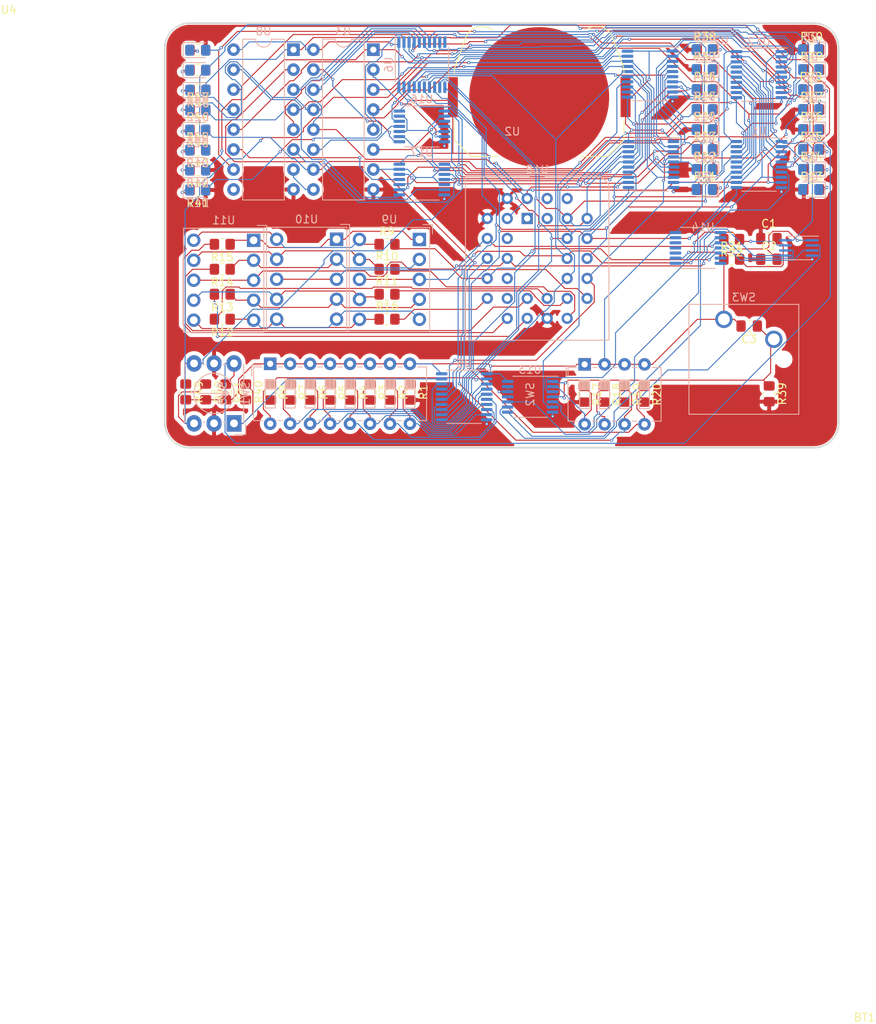
<source format=kicad_pcb>
(kicad_pcb (version 20221018) (generator pcbnew)
  (layers (0 "F.Cu" signal) (31 "B.Cu" mixed) (34 "B.Paste" user) (35 "F.Paste" user) (36 "B.SilkS" user "B.Silkscreen") (37 "F.SilkS" user "F.Silkscreen") (38 "B.Mask" user) (39 "F.Mask" user) (44 "Edge.Cuts" user))
  (net 0 "")
  (net 1 "GND")
  (net 2 "Net-(U14-~{MR})")
  (net 3 "Net-(C2-Pad2)")
  (net 4 "CLK")
  (net 5 "VCC")
  (net 6 "Net-(D1-K)")
  (net 7 "A0")
  (net 8 "Net-(D2-K)")
  (net 9 "A1")
  (net 10 "Net-(D3-K)")
  (net 11 "A2")
  (net 12 "Net-(D4-K)")
  (net 13 "A3")
  (net 14 "Net-(D5-K)")
  (net 15 "A4")
  (net 16 "Net-(D6-K)")
  (net 17 "A5")
  (net 18 "Net-(D7-K)")
  (net 19 "A6")
  (net 20 "Net-(D8-K)")
  (net 21 "A7")
  (net 22 "Net-(D9-K)")
  (net 23 "B0")
  (net 24 "Net-(D10-K)")
  (net 25 "B1")
  (net 26 "Net-(D11-K)")
  (net 27 "B2")
  (net 28 "Net-(D12-K)")
  (net 29 "B3")
  (net 30 "Net-(D13-K)")
  (net 31 "B4")
  (net 32 "Net-(D14-K)")
  (net 33 "B5")
  (net 34 "Net-(D15-K)")
  (net 35 "B6")
  (net 36 "Net-(D16-K)")
  (net 37 "B7")
  (net 38 "Net-(D17-K)")
  (net 39 "S0")
  (net 40 "Net-(D18-K)")
  (net 41 "S1")
  (net 42 "Net-(D19-K)")
  (net 43 "S2")
  (net 44 "Net-(D20-K)")
  (net 45 "S3")
  (net 46 "Net-(D21-K)")
  (net 47 "S4")
  (net 48 "Net-(D22-K)")
  (net 49 "S5")
  (net 50 "Net-(D23-K)")
  (net 51 "S6")
  (net 52 "Net-(D24-K)")
  (net 53 "S7")
  (net 54 "I7")
  (net 55 "I6")
  (net 56 "I5")
  (net 57 "I4")
  (net 58 "I3")
  (net 59 "I2")
  (net 60 "I1")
  (net 61 "I0")
  (net 62 "Net-(U10-A)")
  (net 63 "SEG_A")
  (net 64 "Net-(U10-B)")
  (net 65 "SEG_B")
  (net 66 "Net-(U10-C)")
  (net 67 "SEG_C")
  (net 68 "Net-(U10-D)")
  (net 69 "SEG_D")
  (net 70 "Net-(U10-E)")
  (net 71 "SEG_E")
  (net 72 "Net-(U10-F)")
  (net 73 "SEG_F")
  (net 74 "Net-(U10-G)")
  (net 75 "SEG_G")
  (net 76 "Net-(U10-DP)")
  (net 77 "SEG_DP")
  (net 78 "SEL_A")
  (net 79 "SEL_B")
  (net 80 "SUBTRACT")
  (net 81 "TWOS")
  (net 82 "DISP_CLK")
  (net 83 "ASSERT_DATA")
  (net 84 "ASSERT_A")
  (net 85 "ASSERT_B")
  (net 86 "ASSERT_ALU")
  (net 87 "D0")
  (net 88 "D1")
  (net 89 "D2")
  (net 90 "D3")
  (net 91 "CLK_A")
  (net 92 "D4")
  (net 93 "D5")
  (net 94 "D6")
  (net 95 "D7")
  (net 96 "CLK_B")
  (net 97 "B'1")
  (net 98 "B'0")
  (net 99 "Net-(U3-C4)")
  (net 100 "B'3")
  (net 101 "B'2")
  (net 102 "Net-(U13-Pad9)")
  (net 103 "SEl_DISP1")
  (net 104 "Net-(U13-Pad10)")
  (net 105 "SEl_DISP0")
  (net 106 "B'5")
  (net 107 "B'4")
  (net 109 "B'7")
  (net 110 "B'6")
  (net 111 "SEl_DISP2")
  (net 112 "SHIFT_IN")
  (footprint "Resistor_SMD:R_0805_2012Metric_Pad1.20x1.40mm_HandSolder" (layer "F.Cu") (at 223.247 60.6195 -90)
    (fp_text reference "R3")
    (fp_text value "10K")
  )
  (footprint "Resistor_SMD:R_0805_2012Metric_Pad1.20x1.40mm_HandSolder" (layer "F.Cu") (at 207.372 60.584 -90)
    (fp_text reference "R40")
    (fp_text value "10K")
  )
  (footprint "Resistor_SMD:R_0805_2012Metric_Pad1.20x1.40mm_HandSolder" (layer "F.Cu") (at 279.365 34.8493)
    (fp_text reference "R23")
    (fp_text value "4K7")
  )
  (footprint "Resistor_SMD:R_0805_2012Metric_Pad1.20x1.40mm_HandSolder" (layer "F.Cu") (at 273.9639 60.8268 -90)
    (fp_text reference "R39")
    (fp_text value "10K")
  )
  (footprint "Resistor_SMD:R_0805_2012Metric_Pad1.20x1.40mm_HandSolder" (layer "F.Cu") (at 204.3985 48.1643 180)
    (fp_text reference "R13")
    (fp_text value "4K7")
  )
  (footprint "Resistor_SMD:R_0805_2012Metric_Pad1.20x1.40mm_HandSolder" (layer "F.Cu") (at 201.292 17.134 180)
    (fp_text reference "R48")
    (fp_text value "4K7")
  )
  (footprint "Resistor_SMD:R_0805_2012Metric_Pad1.20x1.40mm_HandSolder" (layer "F.Cu") (at 255.5491 60.8843 -90)
    (fp_text reference "R19")
    (fp_text value "10K")
  )
  (footprint "Resistor_SMD:R_0805_2012Metric_Pad1.20x1.40mm_HandSolder" (layer "F.Cu") (at 204.832 60.584 -90)
    (fp_text reference "R51")
    (fp_text value "10K")
  )
  (footprint "Resistor_SMD:R_0805_2012Metric_Pad1.20x1.40mm_HandSolder" (layer "F.Cu") (at 265.808 17.0693)
    (fp_text reference "R38")
    (fp_text value "4K7")
  )
  (footprint "Resistor_SMD:R_0805_2012Metric_Pad1.20x1.40mm_HandSolder" (layer "F.Cu") (at 279.365 24.6893)
    (fp_text reference "R27")
    (fp_text value "4K7")
  )
  (footprint "Resistor_SMD:R_0805_2012Metric_Pad1.20x1.40mm_HandSolder" (layer "F.Cu") (at 204.3985 41.8143 180)
    (fp_text reference "R15")
    (fp_text value "4K7")
  )
  (footprint "Resistor_SMD:R_0805_2012Metric_Pad1.20x1.40mm_HandSolder" (layer "F.Cu") (at 201.292 19.674 180)
    (fp_text reference "R47")
    (fp_text value "4K7")
  )
  (footprint "Resistor_SMD:R_0805_2012Metric_Pad1.20x1.40mm_HandSolder" (layer "F.Cu") (at 215.627 60.6195 -90)
    (fp_text reference "R6")
    (fp_text value "10K")
  )
  (footprint "Resistor_SMD:R_0805_2012Metric_Pad1.20x1.40mm_HandSolder" (layer "F.Cu") (at 201.292 32.374 180)
    (fp_text reference "R42")
    (fp_text value "4K7")
  )
  (footprint "Resistor_SMD:R_0805_2012Metric_Pad1.20x1.40mm_HandSolder" (layer "F.Cu") (at 225.3535 51.3393)
    (fp_text reference "R16")
    (fp_text value "4K7")
  )
  (footprint "Capacitor_SMD:C_0805_2012Metric_Pad1.18x1.45mm_HandSolder" (layer "F.Cu") (at 273.928 41.0905)
    (fp_text reference "C1")
    (fp_text value "1uF")
  )
  (footprint "Resistor_SMD:R_0805_2012Metric_Pad1.20x1.40mm_HandSolder" (layer "F.Cu") (at 199.752 60.584 -90)
    (fp_text reference "R49")
    (fp_text value "10K")
  )
  (footprint "Resistor_SMD:R_0805_2012Metric_Pad1.20x1.40mm_HandSolder" (layer "F.Cu") (at 279.365 27.2293)
    (fp_text reference "R26")
    (fp_text value "4K7")
  )
  (footprint "Resistor_SMD:R_0805_2012Metric_Pad1.20x1.40mm_HandSolder" (layer "F.Cu") (at 201.31 22.214 180)
    (fp_text reference "R46")
    (fp_text value "4K7")
  )
  (footprint "Capacitor_SMD:C_0805_2012Metric_Pad1.18x1.45mm_HandSolder" (layer "F.Cu") (at 271.4239 52.2068 180)
    (fp_text reference "C3")
    (fp_text value "1uF")
  )
  (footprint "Resistor_SMD:R_0805_2012Metric_Pad1.20x1.40mm_HandSolder" (layer "F.Cu") (at 201.292 27.294 180)
    (fp_text reference "R44")
    (fp_text value "4K7")
  )
  (footprint "Resistor_SMD:R_0805_2012Metric_Pad1.20x1.40mm_HandSolder" (layer "F.Cu") (at 279.365 29.7693)
    (fp_text reference "R25")
    (fp_text value "4K7")
  )
  (footprint "Resistor_SMD:R_0805_2012Metric_Pad1.20x1.40mm_HandSolder" (layer "F.Cu") (at 220.707 60.6195 -90)
    (fp_text reference "R4")
    (fp_text value "10K")
  )
  (footprint "Resistor_SMD:R_0805_2012Metric_Pad1.20x1.40mm_HandSolder" (layer "F.Cu") (at 218.167 60.6195 -90)
    (fp_text reference "R5")
    (fp_text value "10K")
  )
  (footprint "Resistor_SMD:R_0805_2012Metric_Pad1.20x1.40mm_HandSolder" (layer "F.Cu") (at 279.365 32.3093)
    (fp_text reference "R24")
    (fp_text value "4K7")
  )
  (footprint "Resistor_SMD:R_0805_2012Metric_Pad1.20x1.40mm_HandSolder" (layer "F.Cu") (at 201.31 24.754 180)
    (fp_text reference "R45")
    (fp_text value "4K7")
  )
  (footprint "Resistor_SMD:R_0805_2012Metric_Pad1.20x1.40mm_HandSolder" (layer "F.Cu") (at 204.3985 51.3393 180)
    (fp_text reference "R12")
    (fp_text value "4K7")
  )
  (footprint "Resistor_SMD:R_0805_2012Metric_Pad1.20x1.40mm_HandSolder" (layer "F.Cu") (at 202.292 60.584 -90)
    (fp_text reference "R50")
    (fp_text value "10K")
  )
  (footprint "Resistor_SMD:R_0805_2012Metric_Pad1.20x1.40mm_HandSolder" (layer "F.Cu") (at 213.087 60.6195 -90)
    (fp_text reference "R7")
    (fp_text value "10K")
  )
  (footprint "Resistor_SMD:R_0805_2012Metric_Pad1.20x1.40mm_HandSolder" (layer "F.Cu") (at 265.808 22.1493)
    (fp_text reference "R36")
    (fp_text value "4K7")
  )
  (footprint "Resistor_SMD:R_0805_2012Metric_Pad1.20x1.40mm_HandSolder" (layer "F.Cu") (at 225.787 60.6195 -90)
    (fp_text reference "R2")
    (fp_text value "10K")
  )
  (footprint "Resistor_SMD:R_0805_2012Metric_Pad1.20x1.40mm_HandSolder" (layer "F.Cu") (at 204.3985 44.9893 180)
    (fp_text reference "R14")
    (fp_text value "4K7")
  )
  (footprint "Resistor_SMD:R_0805_2012Metric_Pad1.20x1.40mm_HandSolder" (layer "F.Cu") (at 210.547 60.6195 -90)
    (fp_text reference "R8")
    (fp_text value "10K")
  )
  (footprint "Resistor_SMD:R_0805_2012Metric_Pad1.20x1.40mm_HandSolder" (layer "F.Cu") (at 225.3535 41.8143)
    (fp_text reference "R9")
    (fp_text value "4K7")
  )
  (footprint "Resistor_SMD:R_0805_2012Metric_Pad1.20x1.40mm_HandSolder" (layer "F.Cu") (at 265.808 27.2293)
    (fp_text reference "R34")
    (fp_text value "4K7")
  )
  (footprint "Resistor_SMD:R_0805_2012Metric_Pad1.20x1.40mm_HandSolder" (layer "F.Cu") (at 252.965 60.8843 -90)
    (fp_text reference "R18")
    (fp_text value "10K")
  )
  (footprint "Resistor_SMD:R_0805_2012Metric_Pad1.20x1.40mm_HandSolder" (layer "F.Cu") (at 250.425 60.8843 -90)
    (fp_text reference "R17")
    (fp_text value "10K")
  )
  (footprint "Battery:BatteryHolder_Keystone_3034_1x20mm" (layer "F.Cu") (at 244.71 23.103 180)
    (fp_text reference "BT1")
    (fp_text value "Battery_Cell")
  )
  (footprint "Resistor_SMD:R_0805_2012Metric_Pad1.20x1.40mm_HandSolder" (layer "F.Cu") (at 265.808 34.8493)
    (fp_text reference "R31")
    (fp_text value "4K7")
  )
  (footprint "Resistor_SMD:R_0805_2012Metric_Pad1.20x1.40mm_HandSolder" (layer "F.Cu") (at 228.327 60.6195 -90)
    (fp_text reference "R1")
    (fp_text value "10K")
  )
  (footprint "Resistor_SMD:R_0805_2012Metric_Pad1.20x1.40mm_HandSolder" (layer "F.Cu") (at 201.292 29.834 180)
    (fp_text reference "R43")
    (fp_text value "4K7")
  )
  (footprint "Resistor_SMD:R_0805_2012Metric_Pad1.20x1.40mm_HandSolder" (layer "F.Cu") (at 265.808 29.7693)
    (fp_text reference "R33")
    (fp_text value "4K7")
  )
  (footprint "Resistor_SMD:R_0805_2012Metric_Pad1.20x1.40mm_HandSolder" (layer "F.Cu") (at 258.045 60.8843 -90)
    (fp_text reference "R20")
    (fp_text value "10K")
  )
  (footprint "Resistor_SMD:R_0805_2012Metric_Pad1.20x1.40mm_HandSolder" (layer "F.Cu") (at 269.197 41.183 180)
    (fp_text reference "R22")
    (fp_text value "10K")
  )
  (footprint "Resistor_SMD:R_0805_2012Metric_Pad1.20x1.40mm_HandSolder" (layer "F.Cu") (at 265.808 19.6093)
    (fp_text reference "R37")
    (fp_text value "4K7")
  )
  (footprint "Resistor_SMD:R_0805_2012Metric_Pad1.20x1.40mm_HandSolder" (layer "F.Cu") (at 225.3535 44.9893)
    (fp_text reference "R10")
    (fp_text value "4K7")
  )
  (footprint "Resistor_SMD:R_0805_2012Metric_Pad1.20x1.40mm_HandSolder" (layer "F.Cu") (at 265.808 32.3093)
    (fp_text reference "R32")
    (fp_text value "4K7")
  )
  (footprint "Capacitor_SMD:C_0805_2012Metric_Pad1.18x1.45mm_HandSolder" (layer "F.Cu") (at 273.928 43.723)
    (fp_text reference "C2")
    (fp_text value "330nF")
  )
  (footprint "Resistor_SMD:R_0805_2012Metric_Pad1.20x1.40mm_HandSolder" (layer "F.Cu") (at 279.2776 22.1564)
    (fp_text reference "R28")
    (fp_text value "4K7")
  )
  (footprint "Resistor_SMD:R_0805_2012Metric_Pad1.20x1.40mm_HandSolder" (layer "F.Cu") (at 265.808 24.6893)
    (fp_text reference "R35")
    (fp_text value "4K7")
  )
  (footprint "Resistor_SMD:R_0805_2012Metric_Pad1.20x1.40mm_HandSolder" (layer "F.Cu") (at 201.292 34.914 180)
    (fp_text reference "R41")
    (fp_text value "4K7")
  )
  (footprint "Resistor_SMD:R_0805_2012Metric_Pad1.20x1.40mm_HandSolder" (layer "F.Cu") (at 279.365 17.0693)
    (fp_text reference "R30")
    (fp_text value "4K7")
  )
  (footprint "Resistor_SMD:R_0805_2012Metric_Pad1.20x1.40mm_HandSolder" (layer "F.Cu") (at 269.197 43.723)
    (fp_text reference "R21")
    (fp_text value "10K")
  )
  (footprint "Resistor_SMD:R_0805_2012Metric_Pad1.20x1.40mm_HandSolder" (layer "F.Cu") (at 279.365 19.6093)
    (fp_text reference "R29")
    (fp_text value "4K7")
  )
  (footprint "Resistor_SMD:R_0805_2012Metric_Pad1.20x1.40mm_HandSolder" (layer "F.Cu") (at 225.3535 48.1643)
    (fp_text reference "R11")
    (fp_text value "4K7")
  )
  (footprint "Package_DIP:DIP-16_W7.62mm" (layer "B.Cu") (at 213.4513 17.0693 180)
    (fp_text reference "U8")
    (fp_text value "74LS283")
  )
  (footprint "LED_SMD:LED_0805_2012Metric_Pad1.15x1.40mm_HandSolder" (layer "B.Cu") (at 279.245 32.3093 180)
    (fp_text reference "D2")
    (fp_text value "LED")
  )
  (footprint "LED_SMD:LED_0805_2012Metric_Pad1.15x1.40mm_HandSolder" (layer "B.Cu") (at 279.245 34.8493 180)
    (fp_text reference "D1")
    (fp_text value "LED")
  )
  (footprint "LED_SMD:LED_0805_2012Metric_Pad1.15x1.40mm_HandSolder" (layer "B.Cu") (at 265.694 19.6093 180)
    (fp_text reference "D15")
    (fp_text value "LED")
  )
  (footprint "LED_SMD:LED_0805_2012Metric_Pad1.15x1.40mm_HandSolder" (layer "B.Cu") (at 265.694 22.1493 180)
    (fp_text reference "D14")
    (fp_text value "LED")
  )
  (footprint "LED_SMD:LED_0805_2012Metric_Pad1.15x1.40mm_HandSolder" (layer "B.Cu") (at 265.694 34.8493 180)
    (fp_text reference "D9")
    (fp_text value "LED")
  )
  (footprint "LED_SMD:LED_0805_2012Metric_Pad1.15x1.40mm_HandSolder" (layer "B.Cu") (at 279.245 19.6093 180)
    (fp_text reference "D7")
    (fp_text value "LED")
  )
  (footprint "Package_SO:TSSOP-20_4.4x6.5mm_P0.65mm" (layer "B.Cu") (at 272.661 20.2443 180)
    (fp_text reference "U12")
    (fp_text value "74HC245")
  )
  (footprint "Display_7Segment:Sx39-1xxxxx" (layer "B.Cu") (at 208.3875 41.3068 180)
    (fp_text reference "U11")
    (fp_text value "SA39-11EWA")
  )
  (footprint "Package_DIP:DIP-16_W7.62mm" (layer "B.Cu") (at 223.6113 17.0693 180)
    (fp_text reference "U3")
    (fp_text value "74LS283")
  )
  (footprint "LED_SMD:LED_0805_2012Metric_Pad1.15x1.40mm_HandSolder" (layer "B.Cu") (at 265.694 32.3093 180)
    (fp_text reference "D10")
    (fp_text value "LED")
  )
  (footprint "LED_SMD:LED_0805_2012Metric_Pad1.15x1.40mm_HandSolder" (layer "B.Cu") (at 201.267 29.834)
    (fp_text reference "D19")
    (fp_text value "LED")
  )
  (footprint "Package_SO:TSSOP-14_4.4x5mm_P0.65mm" (layer "B.Cu") (at 243.5544 61.2068 180)
    (fp_text reference "U13")
    (fp_text value "74LS08")
  )
  (footprint "Package_SO:TSSOP-14_4.4x5mm_P0.65mm" (layer "B.Cu") (at 229.7825 33.5793 180)
    (fp_text reference "U17")
    (fp_text value "74HC86")
  )
  (footprint "Package_SO:SSOP-8_2.95x2.8mm_P0.65mm" (layer "B.Cu") (at 277.73 42.2792 180)
    (fp_text reference "U4")
    (fp_text value "74LVC3G14")
  )
  (footprint "Package_SO:TSSOP-20_4.4x6.5mm_P0.65mm" (layer "B.Cu") (at 258.807 20.182 180)
    (fp_text reference "U7")
    (fp_text value "74HC245")
  )
  (footprint "LED_SMD:LED_0805_2012Metric_Pad1.15x1.40mm_HandSolder" (layer "B.Cu") (at 279.245 27.2293 180)
    (fp_text reference "D4")
    (fp_text value "LED")
  )
  (footprint "LED_SMD:LED_0805_2012Metric_Pad1.15x1.40mm_HandSolder" (layer "B.Cu") (at 279.245 29.7693 180)
    (fp_text reference "D3")
    (fp_text value "LED")
  )
  (footprint "Package_SO:TSSOP-20_4.4x6.5mm_P0.65mm" (layer "B.Cu") (at 229.7825 18.9743 -90)
    (fp_text reference "U6")
    (fp_text value "74HC245")
  )
  (footprint "LED_SMD:LED_0805_2012Metric_Pad1.15x1.40mm_HandSolder" (layer "B.Cu") (at 265.694 24.6893 180)
    (fp_text reference "D13")
    (fp_text value "LED")
  )
  (footprint "LED_SMD:LED_0805_2012Metric_Pad1.15x1.40mm_HandSolder" (layer "B.Cu") (at 265.694 29.7693 180)
    (fp_text reference "D11")
    (fp_text value "LED")
  )
  (footprint "Button_Switch_Keyboard:SW_Cherry_MX_1.00u_PCB" (layer "B.Cu") (at 268.205 51.3593 180)
    (fp_text reference "SW3")
    (fp_text value "Clock")
  )
  (footprint "Package_SO:TSSOP-14_4.4x5mm_P0.65mm" (layer "B.Cu") (at 229.7825 26.8268 180)
    (fp_text reference "U16")
    (fp_text value "74HC86")
  )
  (footprint "Display_7Segment:Sx39-1xxxxx" (layer "B.Cu") (at 229.47 41.1993 180)
    (fp_text reference "U9")
    (fp_text value "SA39-11EWA")
  )
  (footprint "LED_SMD:LED_0805_2012Metric_Pad1.15x1.40mm_HandSolder" (layer "B.Cu") (at 201.267 19.674)
    (fp_text reference "D23")
    (fp_text value "LED")
  )
  (footprint "LED_SMD:LED_0805_2012Metric_Pad1.15x1.40mm_HandSolder" (layer "B.Cu") (at 201.285 24.754)
    (fp_text reference "D21")
    (fp_text value "LED")
  )
  (footprint "Display_7Segment:Sx39-1xxxxx" (layer "B.Cu") (at 218.935 41.1793 180)
    (fp_text reference "U10")
    (fp_text value "SA39-11EWA")
  )
  (footprint "LED_SMD:LED_0805_2012Metric_Pad1.15x1.40mm_HandSolder" (layer "B.Cu") (at 279.245 17.0693 180)
    (fp_text reference "D8")
    (fp_text value "LED")
  )
  (footprint "LED_SMD:LED_0805_2012Metric_Pad1.15x1.40mm_HandSolder" (layer "B.Cu") (at 201.285 22.214)
    (fp_text reference "D22")
    (fp_text value "LED")
  )
  (footprint "LED_SMD:LED_0805_2012Metric_Pad1.15x1.40mm_HandSolder" (layer "B.Cu") (at 201.267 27.294)
    (fp_text reference "D20")
    (fp_text value "LED")
  )
  (footprint "Package_LCC:PLCC-32_THT-Socket" (layer "B.Cu") (at 243.186 38.5323 180)
    (fp_text reference "U18")
    (fp_text value "SST39SF020")
  )
  (footprint "LED_SMD:LED_0805_2012Metric_Pad1.15x1.40mm_HandSolder" (layer "B.Cu") (at 265.694 17.0693 180)
    (fp_text reference "D16")
    (fp_text value "LED")
  )
  (footprint "LED_SMD:LED_0805_2012Metric_Pad1.15x1.40mm_HandSolder" (layer "B.Cu") (at 201.267 32.374)
    (fp_text reference "D18")
    (fp_text value "LED")
  )
  (footprint "LED_SMD:LED_0805_2012Metric_Pad1.15x1.40mm_HandSolder" (layer "B.Cu") (at 201.267 17.134)
    (fp_text reference "D24")
    (fp_text value "LED")
  )
  (footprint "LED_SMD:LED_0805_2012Metric_Pad1.15x1.40mm_HandSolder" (layer "B.Cu") (at 265.694 27.2293 180)
    (fp_text reference "D12")
    (fp_text value "LED")
  )
  (footprint "Button_Switch_THT:SW_DIP_SPSTx04_Slide_6.7x11.72mm_W7.62mm_P2.54mm_LowProfile" (layer "B.Cu") (at 250.4872 57.0843 -90)
    (fp_text reference "SW2")
    (fp_text value "SW_DIP_x04")
  )
  (footprint "Package_SO:TSSOP-20_4.4x6.5mm_P0.65mm" (layer "B.Cu") (at 235.1716 61.2068 180)
    (fp_text reference "U5")
    (fp_text value "74HC245")
  )
  (footprint "Package_SO:TSSOP-20_4.4x6.5mm_P0.65mm" (layer "B.Cu") (at 272.661 31.6743 180)
    (fp_text reference "U1")
    (fp_text value "74HC273")
  )
  (footprint "Button_Switch_THT:Nidec_Copal_SH-7010C" (layer "B.Cu") (at 205.891 64.5865 90)
    (fp_text reference "SW5")
    (fp_text value "SW_Coded_SH-7010")
  )
  (footprint "Package_SO:TSSOP-14_4.4x5mm_P0.65mm" (layer "B.Cu") (at 264.903 42.2792 180)
    (fp_text reference "U14")
    (fp_text value "74HC164")
  )
  (footprint "LED_SMD:LED_0805_2012Metric_Pad1.15x1.40mm_HandSolder" (layer "B.Cu") (at 201.267 34.914)
    (fp_text reference "D17")
    (fp_text value "LED")
  )
  (footprint "Package_SO:TSSOP-20_4.4x6.5mm_P0.65mm" (layer "B.Cu") (at 258.934 31.6743 180)
    (fp_text reference "U2")
    (fp_text value "74HC273")
  )
  (footprint "Button_Switch_THT:SW_DIP_SPSTx08_Slide_6.7x21.88mm_W7.62mm_P2.54mm_LowProfile" (layer "B.Cu") (at 210.4888 57.012 -90)
    (fp_text reference "SW1")
    (fp_text value "SW_DIP_x08")
  )
  (footprint "LED_SMD:LED_0805_2012Metric_Pad1.15x1.40mm_HandSolder" (layer "B.Cu") (at 279.245 24.6893 180)
    (fp_text reference "D5")
    (fp_text value "LED")
  )
  (footprint "LED_SMD:LED_0805_2012Metric_Pad1.15x1.40mm_HandSolder" (layer "B.Cu") (at 279.245 22.1493 180)
    (fp_text reference "D6")
    (fp_text value "LED")
  )
  (gr_line (start 197.085 16.88) (end 197.085 64.505) (stroke (width 0.2)) (layer "Edge.Cuts"))
  (gr_arc (start 279.635 13.705) (mid 281.880064 14.634936) (end 282.81 16.88) (stroke (width 0.2)) (layer "Edge.Cuts"))
  (gr_line (start 200.26 67.68) (end 279.635 67.68) (stroke (width 0.2)) (layer "Edge.Cuts"))
  (gr_arc (start 282.81 64.505) (mid 281.880064 66.750064) (end 279.635 67.68) (stroke (width 0.2)) (layer "Edge.Cuts"))
  (gr_arc (start 197.085 16.88) (mid 198.014936 14.634936) (end 200.26 13.705) (stroke (width 0.2)) (layer "Edge.Cuts"))
  (gr_line (start 279.635 13.705) (end 200.26 13.705) (stroke (width 0.2)) (layer "Edge.Cuts"))
  (gr_arc (start 200.26 67.68) (mid 198.014936 66.750064) (end 197.085 64.505) (stroke (width 0.2)) (layer "Edge.Cuts"))
  (gr_line (start 282.81 64.505) (end 282.81 16.88) (stroke (width 0.2)) (layer "Edge.Cuts"))
  (via (at 232.645 36.0601) (size 0.4) (drill 0.2) (layers "F.Cu" "B.Cu") (net 1))
  (via (at 232.645 29.3073) (size 0.4) (drill 0.2) (layers "F.Cu" "B.Cu") (net 1))
  (via (at 239.6255 60.5528) (size 0.4) (drill 0.2) (layers "F.Cu" "B.Cu") (net 1))
  (via (at 275.5235 35.137) (size 0.4) (drill 0.2) (layers "F.Cu" "B.Cu") (net 1))
  (via (at 238.0341 64.6614) (size 0.4) (drill 0.2) (layers "F.Cu" "B.Cu") (net 1))
  (via (at 261.7965 35.1281) (size 0.4) (drill 0.2) (layers "F.Cu" "B.Cu") (net 1))
  (via (at 261.6695 23.6362) (size 0.4) (drill 0.2) (layers "F.Cu" "B.Cu") (net 1))
  (via (at 279.43 43.7348) (size 0.4) (drill 0.2) (layers "F.Cu" "B.Cu") (net 1))
  (via (at 246.4169 63.6867) (size 0.4) (drill 0.2) (layers "F.Cu" "B.Cu") (net 1))
  (via (at 275.5235 23.7009) (size 0.4) (drill 0.2) (layers "F.Cu" "B.Cu") (net 1))
  (segment (start 238.0341 64.1318) (end 238.0341 64.6614) (width 0.127) (layer "B.Cu") (net 1))
  (segment (start 261.6695 23.107) (end 261.6695 23.6362) (width 0.127) (layer "B.Cu") (net 1))
  (segment (start 246.4169 63.6867) (end 246.4169 63.1568) (width 0.127) (layer "B.Cu") (net 1))
  (segment (start 275.5235 23.7009) (end 275.5235 23.1693) (width 0.127) (layer "B.Cu") (net 1))
  (segment (start 261.7965 35.1281) (end 261.7965 34.5993) (width 0.127) (layer "B.Cu") (net 1))
  (segment (start 275.5235 35.137) (end 275.5235 34.5993) (width 0.127) (layer "B.Cu") (net 1))
  (segment (start 232.645 35.5293) (end 232.645 36.0601) (width 0.127) (layer "B.Cu") (net 1))
  (segment (start 279.43 43.7348) (end 279.43 43.2542) (width 0.127) (layer "B.Cu") (net 1))
  (segment (start 232.645 28.7768) (end 232.645 29.3073) (width 0.127) (layer "B.Cu") (net 1))
  (segment (start 240.6879 59.9108) (end 240.6879 60.5528) (width 0.127) (layer "B.Cu") (net 1))
  (segment (start 239.6255 60.5528) (end 240.6879 60.5528) (width 0.127) (layer "B.Cu") (net 1))
  (segment (start 275.4949 44.6549) (end 275.7487 44.4011) (width 0.127) (layer "F.Cu") (net 2))
  (segment (start 271.1289 44.6549) (end 275.4949 44.6549) (width 0.127) (layer "F.Cu") (net 2))
  (segment (start 270.197 43.723) (end 271.1289 44.6549) (width 0.127) (layer "F.Cu") (net 2))
  (segment (start 270.197 43.723) (end 269.3053 42.8313) (width 0.127) (layer "F.Cu") (net 2))
  (segment (start 275.7487 41.8737) (end 274.9655 41.0905) (width 0.127) (layer "F.Cu") (net 2))
  (segment (start 269.3053 42.8313) (end 263.7392 42.8313) (width 0.127) (layer "F.Cu") (net 2))
  (segment (start 275.7487 44.4011) (end 275.7487 41.8737) (width 0.127) (layer "F.Cu") (net 2))
  (via (at 263.7392 42.8313) (size 0.4) (drill 0.2) (layers "F.Cu" "B.Cu") (net 2))
  (segment (start 262.9913 43.5792) (end 263.7392 42.8313) (width 0.127) (layer "B.Cu") (net 2))
  (segment (start 262.0405 43.5792) (end 262.9913 43.5792) (width 0.127) (layer "B.Cu") (net 2))
  (segment (start 276.3908 40.1684) (end 277.556 41.3336) (width 0.127) (layer "F.Cu") (net 3))
  (segment (start 269.4208 42.4068) (end 273.6493 42.4068) (width 0.127) (layer "F.Cu") (net 3))
  (segment (start 273.6493 42.4068) (end 273.928 42.1281) (width 0.127) (layer "F.Cu") (net 3))
  (segment (start 268.197 41.183) (end 269.4208 42.4068) (width 0.127) (layer "F.Cu") (net 3))
  (segment (start 274.4369 40.1684) (end 276.3908 40.1684) (width 0.127) (layer "F.Cu") (net 3))
  (segment (start 273.928 40.6773) (end 274.4369 40.1684) (width 0.127) (layer "F.Cu") (net 3))
  (segment (start 273.6493 42.4068) (end 274.9655 43.723) (width 0.127) (layer "F.Cu") (net 3))
  (segment (start 273.928 42.1281) (end 273.928 40.6773) (width 0.127) (layer "F.Cu") (net 3))
  (via (at 277.556 41.3336) (size 0.4) (drill 0.2) (layers "F.Cu" "B.Cu") (net 3))
  (segment (start 277.5854 41.3042) (end 277.556 41.3336) (width 0.127) (layer "B.Cu") (net 3))
  (segment (start 279.43 41.3042) (end 277.5854 41.3042) (width 0.127) (layer "B.Cu") (net 3))
  (segment (start 248.0644 59.4318) (end 248.4042 59.092) (width 0.127) (layer "F.Cu") (net 4))
  (segment (start 273.2291 59.092) (end 273.9639 59.8268) (width 0.127) (layer "F.Cu") (net 4))
  (segment (start 274.1539 53.8993) (end 272.4614 52.2068) (width 0.127) (layer "F.Cu") (net 4))
  (segment (start 248.4042 59.092) (end 273.2291 59.092) (width 0.127) (layer "F.Cu") (net 4))
  (segment (start 274.1539 58.1672) (end 273.2291 59.092) (width 0.127) (layer "F.Cu") (net 4))
  (segment (start 247.8958 61.3499) (end 247.8958 59.6004) (width 0.127) (layer "F.Cu") (net 4))
  (segment (start 247.8958 59.6004) (end 248.0644 59.4318) (width 0.127) (layer "F.Cu") (net 4))
  (segment (start 274.1539 53.8993) (end 274.1539 58.1672) (width 0.127) (layer "F.Cu") (net 4))
  (via (at 248.0644 59.4318) (size 0.4) (drill 0.2) (layers "F.Cu" "B.Cu") (net 4))
  (via (at 247.8958 61.3499) (size 0.4) (drill 0.2) (layers "F.Cu" "B.Cu") (net 4))
  (segment (start 247.7527 61.2068) (end 247.8958 61.3499) (width 0.127) (layer "B.Cu") (net 4))
  (segment (start 246.4169 61.2068) (end 247.7527 61.2068) (width 0.127) (layer "B.Cu") (net 4))
  (segment (start 248.0644 59.4318) (end 246.5919 59.4318) (width 0.127) (layer "B.Cu") (net 4))
  (segment (start 246.5919 59.4318) (end 246.4169 59.2568) (width 0.127) (layer "B.Cu") (net 4))
  (segment (start 256.4658 23.103) (end 255.695 23.103) (width 0.127) (layer "F.Cu") (net 5))
  (segment (start 233.725 23.526) (end 228.0803 23.526) (width 0.127) (layer "F.Cu") (net 5))
  (segment (start 237.942 30.2488) (end 233.725 30.2488) (width 0.127) (layer "F.Cu") (net 5))
  (segment (start 204.832 61.584) (end 205.5596 61.584) (width 0.127) (layer "F.Cu") (net 5))
  (segment (start 243.7265 34.5329) (end 243.186 35.0734) (width 0.127) (layer "F.Cu") (net 5))
  (segment (start 248.3073 34.5329) (end 243.7265 34.5329) (width 0.127) (layer "F.Cu") (net 5))
  (segment (start 255.695 23.103) (end 255.695 26.5121) (width 0.127) (layer "F.Cu") (net 5))
  (segment (start 225.7288 57.012) (end 228.2688 57.012) (width 0.127) (layer "F.Cu") (net 5))
  (segment (start 258.1072 57.0843) (end 259.0978 57.0843) (width 0.127) (layer "F.Cu") (net 5))
  (segment (start 225.9226 16.4094) (end 225.5918 16.0786) (width 0.127) (layer "F.Cu") (net 5))
  (segment (start 268.205 51.3593) (end 268.205 43.731) (width 0.127) (layer "F.Cu") (net 5))
  (segment (start 250.4872 57.0843) (end 249.4966 57.0843) (width 0.127) (layer "F.Cu") (net 5))
  (segment (start 255.695 26.5121) (end 256.4834 27.3005) (width 0.127) (layer "F.Cu") (net 5))
  (segment (start 255.5672 57.0843) (end 258.1072 57.0843) (width 0.127) (layer "F.Cu") (net 5))
  (segment (start 225.5918 16.0786) (end 217.9726 16.0786) (width 0.127) (layer "F.Cu") (net 5))
  (segment (start 233.725 23.526) (end 233.725 30.2488) (width 0.127) (layer "F.Cu") (net 5))
  (segment (start 243.186 35.0734) (end 243.186 35.9923) (width 0.127) (layer "F.Cu") (net 5))
  (segment (start 238.3505 30.6573) (end 237.942 30.2488) (width 0.127) (layer "F.Cu") (net 5))
  (segment (start 206.4658 58.9753) (end 206.4658 60.6778) (width 0.127) (layer "F.Cu") (net 5))
  (segment (start 238.5262 57.3097) (end 238.2285 57.012) (width 0.127) (layer "F.Cu") (net 5))
  (segment (start 253.0272 57.0843) (end 250.4872 57.0843) (width 0.127) (layer "F.Cu") (net 5))
  (segment (start 233.725 30.2488) (end 229.631 30.2488) (width 0.127) (layer "F.Cu") (net 5))
  (segment (start 269.5389 51.3593) (end 270.3864 52.2068) (width 0.127) (layer "F.Cu") (net 5))
  (segment (start 228.2688 57.012) (end 238.2285 57.012) (width 0.127) (layer "F.Cu") (net 5))
  (segment (start 258.6936 20.8752) (end 256.4658 23.103) (width 0.127) (layer "F.Cu") (net 5))
  (segment (start 253.0272 57.0843) (end 255.5672 57.0843) (width 0.127) (layer "F.Cu") (net 5))
  (segment (start 249.2712 57.3097) (end 238.5262 57.3097) (width 0.127) (layer "F.Cu") (net 5))
  (segment (start 215.5688 57.012) (end 218.1088 57.012) (width 0.127) (layer "F.Cu") (net 5))
  (segment (start 220.6488 57.012) (end 223.1888 57.012) (width 0.127) (layer "F.Cu") (net 5))
  (segment (start 218.1088 57.012) (end 220.6488 57.012) (width 0.127) (layer "F.Cu") (net 5))
  (segment (start 208.4291 57.012) (end 206.4658 58.9753) (width 0.127) (layer "F.Cu") (net 5))
  (segment (start 213.0288 57.012) (end 215.5688 57.012) (width 0.127) (layer "F.Cu") (net 5))
  (segment (start 223.1888 57.012) (end 225.7288 57.012) (width 0.127) (layer "F.Cu") (net 5))
  (segment (start 199.752 61.584) (end 202.292 61.584) (width 0.127) (layer "F.Cu") (net 5))
  (segment (start 210.4888 57.012) (end 208.4291 57.012) (width 0.127) (layer "F.Cu") (net 5))
  (segment (start 206.4658 60.6778) (end 207.372 61.584) (width 0.127) (layer "F.Cu") (net 5))
  (segment (start 217.9726 16.0786) (end 216.9819 17.0693) (width 0.127) (layer "F.Cu") (net 5))
  (segment (start 268.205 51.3593) (end 264.8228 51.3593) (width 0.127) (layer "F.Cu") (net 5))
  (segment (start 268.205 51.3593) (end 269.5389 51.3593) (width 0.127) (layer "F.Cu") (net 5))
  (segment (start 215.9913 17.0693) (end 216.9819 17.0693) (width 0.127) (layer "F.Cu") (net 5))
  (segment (start 264.8228 51.3593) (end 259.0978 57.0843) (width 0.127) (layer "F.Cu") (net 5))
  (segment (start 229.631 30.2488) (end 229.3426 30.5372) (width 0.127) (layer "F.Cu") (net 5))
  (segment (start 202.292 61.584) (end 204.832 61.584) (width 0.127) (layer "F.Cu") (net 5))
  (segment (start 260.3417 27.3005) (end 256.4834 27.3005) (width 0.127) (layer "F.Cu") (net 5))
  (segment (start 213.0288 57.012) (end 210.4888 57.012) (width 0.127) (layer "F.Cu") (net 5))
  (segment (start 205.5596 61.584) (end 206.4658 60.6778) (width 0.127) (layer "F.Cu") (net 5))
  (segment (start 249.4966 57.0843) (end 249.2712 57.3097) (width 0.127) (layer "F.Cu") (net 5))
  (via (at 238.5262 57.3097) (size 0.4) (drill 0.2) (layers "F.Cu" "B.Cu") (net 5))
  (via (at 225.9226 16.4094) (size 0.4) (drill 0.2) (layers "F.Cu" "B.Cu") (net 5))
  (via (at 256.4834 27.3005) (size 0.4) (drill 0.2) (layers "F.Cu" "B.Cu") (net 5))
  (via (at 248.3073 34.5329) (size 0.4) (drill 0.2) (layers "F.Cu" "B.Cu") (net 5))
  (via (at 228.0803 23.526) (size 0.4) (drill 0.2) (layers "F.Cu" "B.Cu") (net 5))
  (via (at 258.6936 20.8752) (size 0.4) (drill 0.2) (layers "F.Cu" "B.Cu") (net 5))
  (via (at 229.3426 30.5372) (size 0.4) (drill 0.2) (layers "F.Cu" "B.Cu") (net 5))
  (via (at 238.3505 30.6573) (size 0.4) (drill 0.2) (layers "F.Cu" "B.Cu") (net 5))
  (via (at 260.3417 27.3005) (size 0.4) (drill 0.2) (layers "F.Cu" "B.Cu") (net 5))
  (segment (start 268.5651 17.3193) (end 268.2271 17.6573) (width 0.127) (layer "B.Cu") (net 5))
  (segment (start 226.92 31.6293) (end 228.0121 30.5372) (width 0.127) (layer "B.Cu") (net 5))
  (segment (start 228.0121 30.5372) (end 229.3426 30.5372) (width 0.127) (layer "B.Cu") (net 5))
  (segment (start 275.5235 28.7493) (end 274.1653 27.3911) (width 0.127) (layer "B.Cu") (net 5))
  (segment (start 227.9663 23.526) (end 228.0803 23.526) (width 0.127) (layer "B.Cu") (net 5))
  (segment (start 240.646 38.5323) (end 243.1584 36.0199) (width 0.127) (layer "B.Cu") (net 5))
  (segment (start 231.0393 57.012) (end 232.3091 58.2818) (width 0.127) (layer "B.Cu") (net 5))
  (segment (start 258.6936 17.257) (end 261.6695 17.257) (width 0.127) (layer "B.Cu") (net 5))
  (segment (start 268.2271 27.6788) (end 269.2976 28.7493) (width 0.127) (layer "B.Cu") (net 5))
  (segment (start 238.3505 31.1844) (end 243.1584 35.9923) (width 0.127) (layer "B.Cu") (net 5))
  (segment (start 248.3073 34.5329) (end 249.7844 34.5329) (width 0.127) (layer "B.Cu") (net 5))
  (segment (start 266.44 33.286) (end 265.4533 34.2727) (width 0.127) (layer "B.Cu") (net 5))
  (segment (start 277.0206 41.3042) (end 279.4599 38.8649) (width 0.127) (layer "B.Cu") (net 5))
  (segment (start 274.1653 27.3911) (end 274.1653 22.3395) (width 0.127) (layer "B.Cu") (net 5))
  (segment (start 256.4834 27.3005) (end 256.0715 27.7124) (width 0.127) (layer "B.Cu") (net 5))
  (segment (start 267.9642 30.0827) (end 267.9642 32.4636) (width 0.127) (layer "B.Cu") (net 5))
  (segment (start 250.0746 34.2427) (end 250.0746 34.0567) (width 0.127) (layer "B.Cu") (net 5))
  (segment (start 226.8575 21.8368) (end 226.8575 16.4094) (width 0.127) (layer "B.Cu") (net 5))
  (segment (start 215.0007 17.0693) (end 215.0007 16.6978) (width 0.127) (layer "B.Cu") (net 5))
  (segment (start 226.8576 22.4173) (end 227.9663 23.526) (width 0.127) (layer "B.Cu") (net 5))
  (segment (start 258.6936 17.257) (end 258.6936 20.8752) (width 0.127) (layer "B.Cu") (net 5))
  (segment (start 253.0272 57.0843) (end 253.0272 48.7993) (width 0.127) (layer "B.Cu") (net 5))
  (segment (start 226.92 24.8768) (end 227.9663 23.8305) (width 0.127) (layer "B.Cu") (net 5))
  (segment (start 214.3815 16.0786) (end 207.8126 16.0786) (width 0.127) (layer "B.Cu") (net 5))
  (segment (start 263.0675 15.859) (end 261.6695 17.257) (width 0.127) (layer "B.Cu") (net 5))
  (segment (start 238.3505 30.6573) (end 238.3505 31.1844) (width 0.127) (layer "B.Cu") (net 5))
  (segment (start 215.9913 17.0693) (end 215.0007 17.0693) (width 0.127) (layer "B.Cu") (net 5))
  (segment (start 255.382 28.7493) (end 256.0715 28.7493) (width 0.127) (layer "B.Cu") (net 5))
  (segment (start 275.7534 28.9792) (end 275.5235 28.7493) (width 0.127) (layer "B.Cu") (net 5))
  (segment (start 226.8575 16.4094) (end 225.9226 16.4094) (width 0.127) (layer "B.Cu") (net 5))
  (segment (start 205.8313 17.0693) (end 206.8219 17.0693) (width 0.127) (layer "B.Cu") (net 5))
  (segment (start 269.2976 28.7493) (end 267.9642 30.0827) (width 0.127) (layer "B.Cu") (net 5))
  (segment (start 227.9663 23.8305) (end 227.9663 23.526) (width 0.127) (layer "B.Cu") (net 5))
  (segment (start 279.4599 29.6075) (end 278.7167 28.8643) (width 0.127) (layer "B.Cu") (net 5))
  (segment (start 274.1653 22.3395) (end 273.5943 21.7685) (width 0.127) (layer "B.Cu") (net 5))
  (segment (start 269.7985 17.3193) (end 268.5651 17.3193) (width 0.127) (layer "B.Cu") (net 5))
  (segment (start 228.2688 57.012) (end 231.0393 57.012) (width 0.127) (layer "B.Cu") (net 5))
  (segment (start 240.6919 59.2568) (end 239.7169 58.2818) (width 0.127) (layer "B.Cu") (net 5))
  (segment (start 267.1048 15.859) (end 263.0675 15.859) (width 0.127) (layer "B.Cu") (net 5))
  (segment (start 238.5262 58.2818) (end 238.5262 57.3097) (width 0.127) (layer "B.Cu") (net 5))
  (segment (start 276.03 41.3042) (end 277.0206 41.3042) (width 0.127) (layer "B.Cu") (net 5))
  (segment (start 273.5943 18.8848) (end 273.5254 18.8159) (width 0.127) (layer "B.Cu") (net 5))
  (segment (start 261.7965 28.7493) (end 260.3477 27.3005) (width 0.127) (layer "B.Cu") (net 5))
  (segment (start 249.7844 34.5329) (end 250.0746 34.2427) (width 0.127) (layer "B.Cu") (net 5))
  (segment (start 277.3857 28.9792) (end 275.7534 28.9792) (width 0.127) (layer "B.Cu") (net 5))
  (segment (start 279.4599 38.8649) (end 279.4599 29.6075) (width 0.127) (layer "B.Cu") (net 5))
  (segment (start 256.0715 27.7124) (end 256.0715 28.7493) (width 0.127) (layer "B.Cu") (net 5))
  (segment (start 268.2271 17.6573) (end 268.2271 27.6788) (width 0.127) (layer "B.Cu") (net 5))
  (segment (start 207.8126 16.0786) (end 206.8219 17.0693) (width 0.127) (layer "B.Cu") (net 5))
  (segment (start 250.0746 34.0567) (end 255.382 28.7493) (width 0.127) (layer "B.Cu") (net 5))
  (segment (start 267.9642 32.4636) (end 267.1418 33.286) (width 0.127) (layer "B.Cu") (net 5))
  (segment (start 215.0007 16.6978) (end 214.3815 16.0786) (width 0.127) (layer "B.Cu") (net 5))
  (segment (start 277.5006 28.8643) (end 277.3857 28.9792) (width 0.127) (layer "B.Cu") (net 5))
  (segment (start 267.1418 33.286) (end 266.44 33.286) (width 0.127) (layer "B.Cu") (net 5))
  (segment (start 272.0288 17.3193) (end 269.7985 17.3193) (width 0.127) (layer "B.Cu") (net 5))
  (segment (start 273.5254 18.8159) (end 272.0288 17.3193) (width 0.127) (layer "B.Cu") (net 5))
  (segment (start 273.5943 21.7685) (end 273.5943 18.8848) (width 0.127) (layer "B.Cu") (net 5))
  (segment (start 265.4533 34.2727) (end 265.4533 36.9164) (width 0.127) (layer "B.Cu") (net 5))
  (segment (start 255.9445 17.257) (end 258.6936 17.257) (width 0.127) (layer "B.Cu") (net 5))
  (segment (start 278.7167 28.8643) (end 277.5006 28.8643) (width 0.127) (layer "B.Cu") (net 5))
  (segment (start 268.5651 17.3193) (end 267.1048 15.859) (width 0.127) (layer "B.Cu") (net 5))
  (segment (start 253.0272 48.7993) (end 261.4973 40.3292) (width 0.127) (layer "B.Cu") (net 5))
  (segment (start 239.7169 58.2818) (end 238.5262 58.2818) (width 0.127) (layer "B.Cu") (net 5))
  (segment (start 260.3477 27.3005) (end 260.3417 27.3005) (width 0.127) (layer "B.Cu") (net 5))
  (segment (start 275.022 17.3193) (end 273.5254 18.8159) (width 0.127) (layer "B.Cu") (net 5))
  (segment (start 265.4533 36.9164) (end 262.0405 40.3292) (width 0.127) (layer "B.Cu") (net 5))
  (segment (start 281.2939 34.5911) (end 280.6232 34.5911) (width 0.127) (layer "F.Cu") (net 6))
  (via (at 281.2939 34.5911) (size 0.4) (drill 0.2) (layers "F.Cu" "B.Cu") (net 6))
  (segment (start 281.0357 34.8493) (end 281.2939 34.5911) (width 0.127) (layer "B.Cu") (net 6))
  (segment (start 280.27 34.8493) (end 281.0357 34.8493) (width 0.127) (layer "B.Cu") (net 6))
  (segment (start 254.5672 15.348) (end 254.3592 15.556) (width 0.127) (layer "F.Cu") (net 7))
  (segment (start 270.8815 18.6382) (end 267.5913 15.348) (width 0.127) (layer "F.Cu") (net 7))
  (segment (start 267.5913 15.348) (end 254.5672 15.348) (width 0.127) (layer "F.Cu") (net 7))
  (via (at 254.3592 15.556) (size 0.4) (drill 0.2) (layers "F.Cu" "B.Cu") (net 7))
  (via (at 270.8815 18.6382) (size 0.4) (drill 0.2) (layers "F.Cu" "B.Cu") (net 7))
  (segment (start 233.8978 18.5051) (end 234.6987 17.7042) (width 0.127) (layer "B.Cu") (net 7))
  (segment (start 223.1991 18.6168) (end 223.9506 18.6168) (width 0.127) (layer "B.Cu") (net 7))
  (segment (start 222.6166 19.1993) (end 223.1991 18.6168) (width 0.127) (layer "B.Cu") (net 7))
  (segment (start 227.5075 17.0926) (end 228.92 18.5051) (width 0.127) (layer "B.Cu") (net 7))
  (segment (start 273.2256 21.7592) (end 273.2256 20.9823) (width 0.127) (layer "B.Cu") (net 7))
  (segment (start 224.7019 17.8655) (end 224.7019 17.0741) (width 0.127) (layer "B.Cu") (net 7))
  (segment (start 278.6629 31.3314) (end 278.9899 31.6584) (width 0.127) (layer "B.Cu") (net 7))
  (segment (start 278.3389 31.3314) (end 278.6629 31.3314) (width 0.127) (layer "B.Cu") (net 7))
  (segment (start 278.9899 34.0794) (end 278.22 34.8493) (width 0.127) (layer "B.Cu") (net 7))
  (segment (start 252.211 17.7042) (end 254.3592 15.556) (width 0.127) (layer "B.Cu") (net 7))
  (segment (start 222.6166 25.244) (end 222.6166 19.1993) (width 0.127) (layer "B.Cu") (net 7))
  (segment (start 275.0219 29.3993) (end 273.8519 28.2293) (width 0.127) (layer "B.Cu") (net 7))
  (segment (start 278.9899 31.6584) (end 278.9899 34.0794) (width 0.127) (layer "B.Cu") (net 7))
  (segment (start 273.8519 22.3855) (end 273.2256 21.7592) (width 0.127) (layer "B.Cu") (net 7))
  (segment (start 227.5075 16.1118) (end 227.5075 17.0926) (width 0.127) (layer "B.Cu") (net 7))
  (segment (start 224.7019 17.0741) (end 226.5927 15.1833) (width 0.127) (layer "B.Cu") (net 7))
  (segment (start 226.5927 15.1833) (end 227.091 15.1833) (width 0.127) (layer "B.Cu") (net 7))
  (segment (start 227.091 15.1833) (end 227.5075 15.5998) (width 0.127) (layer "B.Cu") (net 7))
  (segment (start 223.9506 18.6168) (end 224.7019 17.8655) (width 0.127) (layer "B.Cu") (net 7))
  (segment (start 276.4068 29.3993) (end 278.3389 31.3314) (width 0.127) (layer "B.Cu") (net 7))
  (segment (start 234.6987 17.7042) (end 252.211 17.7042) (width 0.127) (layer "B.Cu") (net 7))
  (segment (start 275.5235 29.3993) (end 276.4068 29.3993) (width 0.127) (layer "B.Cu") (net 7))
  (segment (start 273.2256 20.9823) (end 270.8815 18.6382) (width 0.127) (layer "B.Cu") (net 7))
  (segment (start 273.8519 28.2293) (end 273.8519 22.3855) (width 0.127) (layer "B.Cu") (net 7))
  (segment (start 223.6113 27.2293) (end 223.6113 26.2387) (width 0.127) (layer "B.Cu") (net 7))
  (segment (start 228.92 18.5051) (end 233.8978 18.5051) (width 0.127) (layer "B.Cu") (net 7))
  (segment (start 223.6113 26.2387) (end 222.6166 25.244) (width 0.127) (layer "B.Cu") (net 7))
  (segment (start 281.3167 32.3536) (end 280.4093 32.3536) (width 0.127) (layer "F.Cu") (net 8))
  (via (at 281.3167 32.3536) (size 0.4) (drill 0.2) (layers "F.Cu" "B.Cu") (net 8))
  (segment (start 280.27 32.3093) (end 281.2724 32.3093) (width 0.127) (layer "B.Cu") (net 8))
  (segment (start 281.2724 32.3093) (end 281.3167 32.3536) (width 0.127) (layer "B.Cu") (net 8))
  (segment (start 225.8405 22.1493) (end 229.8008 18.189) (width 0.127) (layer "F.Cu") (net 9))
  (segment (start 229.8008 18.189) (end 229.8008 18.0832) (width 0.127) (layer "F.Cu") (net 9))
  (segment (start 272.6422 16.2165) (end 277.091 20.6653) (width 0.127) (layer "F.Cu") (net 9))
  (segment (start 279.5733 23.7187) (end 279.5733 27.4623) (width 0.127) (layer "F.Cu") (net 9))
  (segment (start 278.3238 28.7118) (end 277.9779 28.7118) (width 0.127) (layer "F.Cu") (net 9))
  (segment (start 279.4063 21.8426) (end 279.4063 23.5517) (width 0.127) (layer "F.Cu") (net 9))
  (segment (start 279.5733 27.4623) (end 278.3238 28.7118) (width 0.127) (layer "F.Cu") (net 9))
  (segment (start 223.6113 22.1493) (end 225.8405 22.1493) (width 0.127) (layer "F.Cu") (net 9))
  (segment (start 277.2421 29.4476) (end 277.2421 30.7996) (width 0.127) (layer "F.Cu") (net 9))
  (segment (start 277.9779 28.7118) (end 277.2421 29.4476) (width 0.127) (layer "F.Cu") (net 9))
  (segment (start 277.091 20.6653) (end 278.229 20.6653) (width 0.127) (layer "F.Cu") (net 9))
  (segment (start 279.4063 23.5517) (end 279.5733 23.7187) (width 0.127) (layer "F.Cu") (net 9))
  (segment (start 278.229 20.6653) (end 279.4063 21.8426) (width 0.127) (layer "F.Cu") (net 9))
  (via (at 229.8008 18.0832) (size 0.4) (drill 0.2) (layers "F.Cu" "B.Cu") (net 9))
  (via (at 272.6422 16.2165) (size 0.4) (drill 0.2) (layers "F.Cu" "B.Cu") (net 9))
  (via (at 277.2421 30.7996) (size 0.4) (drill 0.2) (layers "F.Cu" "B.Cu") (net 9))
  (segment (start 269.8169 15.0875) (end 270.9459 16.2165) (width 0.127) (layer "B.Cu") (net 9))
  (segment (start 228.1575 16.1118) (end 228.1575 17.2793) (width 0.127) (layer "B.Cu") (net 9))
  (segment (start 277.2421 31.3493) (end 277.26 31.3493) (width 0.127) (layer "B.Cu") (net 9))
  (segment (start 254.2751 15.0875) (end 269.8169 15.0875) (width 0.127) (layer "B.Cu") (net 9))
  (segment (start 234.6299 17.4135) (end 251.9491 17.4135) (width 0.127) (layer "B.Cu") (net 9))
  (segment (start 229.7485 18.1355) (end 229.8008 18.0832) (width 0.127) (layer "B.Cu") (net 9))
  (segment (start 233.9602 18.0832) (end 234.6299 17.4135) (width 0.127) (layer "B.Cu") (net 9))
  (segment (start 277.2421 31.3493) (end 277.2421 30.7996) (width 0.127) (layer "B.Cu") (net 9))
  (segment (start 228.1575 17.2793) (end 229.0137 18.1355) (width 0.127) (layer "B.Cu") (net 9))
  (segment (start 270.9459 16.2165) (end 272.6422 16.2165) (width 0.127) (layer "B.Cu") (net 9))
  (segment (start 251.9491 17.4135) (end 254.2751 15.0875) (width 0.127) (layer "B.Cu") (net 9))
  (segment (start 275.5235 31.3493) (end 277.2421 31.3493) (width 0.127) (layer "B.Cu") (net 9))
  (segment (start 277.26 31.3493) (end 278.22 32.3093) (width 0.127) (layer "B.Cu") (net 9))
  (segment (start 229.0137 18.1355) (end 229.7485 18.1355) (width 0.127) (layer "B.Cu") (net 9))
  (segment (start 229.8008 18.0832) (end 233.9602 18.0832) (width 0.127) (layer "B.Cu") (net 9))
  (segment (start 281.3136 30.0494) (end 280.6451 30.0494) (width 0.127) (layer "F.Cu") (net 10))
  (via (at 281.3136 30.0494) (size 0.4) (drill 0.2) (layers "F.Cu" "B.Cu") (net 10))
  (segment (start 281.0335 29.7693) (end 281.3136 30.0494) (width 0.127) (layer "B.Cu") (net 10))
  (segment (start 280.27 29.7693) (end 281.0335 29.7693) (width 0.127) (layer "B.Cu") (net 10))
  (segment (start 279.5733 30.1913) (end 279.0693 30.6953) (width 0.127) (layer "F.Cu") (net 11))
  (segment (start 280.4276 28.8388) (end 279.8665 28.8388) (width 0.127) (layer "F.Cu") (net 11))
  (segment (start 280.6661 21.0708) (end 281.635 22.0397) (width 0.127) (layer "F.Cu") (net 11))
  (segment (start 279.0693 30.6953) (end 277.9616 30.6953) (width 0.127) (layer "F.Cu") (net 11))
  (segment (start 281.635 27.6314) (end 280.4276 28.8388) (width 0.127) (layer "F.Cu") (net 11))
  (segment (start 235.5728 16.3415) (end 229.4696 16.3415) (width 0.127) (layer "F.Cu") (net 11))
  (segment (start 279.5733 29.132) (end 279.5733 30.1913) (width 0.127) (layer "F.Cu") (net 11))
  (segment (start 278.521 18.3393) (end 279.5333 19.3516) (width 0.127) (layer "F.Cu") (net 11))
  (segment (start 277.9616 30.6953) (end 276.9024 31.7545) (width 0.127) (layer "F.Cu") (net 11))
  (segment (start 272.5001 14.4615) (end 276.3779 18.3393) (width 0.127) (layer "F.Cu") (net 11))
  (segment (start 235.8712 16.0431) (end 235.5728 16.3415) (width 0.127) (layer "F.Cu") (net 11))
  (segment (start 279.8665 28.8388) (end 279.5733 29.132) (width 0.127) (layer "F.Cu") (net 11))
  (segment (start 237.908 16.0431) (end 235.8712 16.0431) (width 0.127) (layer "F.Cu") (net 11))
  (segment (start 229.4696 16.3415) (end 228.6208 17.1903) (width 0.127) (layer "F.Cu") (net 11))
  (segment (start 280.1938 21.0708) (end 280.6661 21.0708) (width 0.127) (layer "F.Cu") (net 11))
  (segment (start 279.5333 19.3516) (end 279.5333 20.4103) (width 0.127) (layer "F.Cu") (net 11))
  (segment (start 279.5333 20.4103) (end 280.1938 21.0708) (width 0.127) (layer "F.Cu") (net 11))
  (segment (start 276.3779 18.3393) (end 278.521 18.3393) (width 0.127) (layer "F.Cu") (net 11))
  (segment (start 281.635 22.0397) (end 281.635 27.6314) (width 0.127) (layer "F.Cu") (net 11))
  (via (at 279.0693 30.6953) (size 0.4) (drill 0.2) (layers "F.Cu" "B.Cu") (net 11))
  (via (at 237.908 16.0431) (size 0.4) (drill 0.2) (layers "F.Cu" "B.Cu") (net 11))
  (via (at 272.5001 14.4615) (size 0.4) (drill 0.2) (layers "F.Cu" "B.Cu") (net 11))
  (via (at 228.6208 17.1903) (size 0.4) (drill 0.2) (layers "F.Cu" "B.Cu") (net 11))
  (via (at 276.9024 31.7545) (size 0.4) (drill 0.2) (layers "F.Cu" "B.Cu") (net 11))
  (segment (start 253.3403 13.9978) (end 251.4941 15.844) (width 0.127) (layer "B.Cu") (net 11))
  (segment (start 272.0364 13.9978) (end 253.3403 13.9978) (width 0.127) (layer "B.Cu") (net 11))
  (segment (start 251.4941 15.844) (end 238.1071 15.844) (width 0.127) (layer "B.Cu") (net 11))
  (segment (start 215.9913 22.1493) (end 216.9819 22.1493) (width 0.127) (layer "B.Cu") (net 11))
  (segment (start 228.8075 16.1118) (end 228.6208 16.2985) (width 0.127) (layer "B.Cu") (net 11))
  (segment (start 223.8049 14.929) (end 228.1332 14.929) (width 0.127) (layer "B.Cu") (net 11))
  (segment (start 216.9819 22.1493) (end 216.9819 21.752) (width 0.127) (layer "B.Cu") (net 11))
  (segment (start 216.9819 21.752) (end 223.8049 14.929) (width 0.127) (layer "B.Cu") (net 11))
  (segment (start 228.1332 14.929) (end 228.8075 15.6033) (width 0.127) (layer "B.Cu") (net 11))
  (segment (start 272.5001 14.4615) (end 272.0364 13.9978) (width 0.127) (layer "B.Cu") (net 11))
  (segment (start 275.5235 31.9993) (end 276.6576 31.9993) (width 0.127) (layer "B.Cu") (net 11))
  (segment (start 276.6576 31.9993) (end 276.9024 31.7545) (width 0.127) (layer "B.Cu") (net 11))
  (segment (start 228.6208 16.2985) (end 228.6208 17.1903) (width 0.127) (layer "B.Cu") (net 11))
  (segment (start 279.0693 30.6953) (end 278.22 29.846) (width 0.127) (layer "B.Cu") (net 11))
  (segment (start 238.1071 15.844) (end 237.908 16.0431) (width 0.127) (layer "B.Cu") (net 11))
  (segment (start 280.365 28.3042) (end 280.365 27.2293) (width 0.127) (layer "F.Cu") (net 12))
  (via (at 280.365 28.3042) (size 0.4) (drill 0.2) (layers "F.Cu" "B.Cu") (net 12))
  (segment (start 280.365 27.3243) (end 280.365 28.3042) (width 0.127) (layer "B.Cu") (net 12))
  (segment (start 261.8199 33.9222) (end 273.8389 33.9222) (width 0.127) (layer "F.Cu") (net 13))
  (segment (start 222.6631 31.0107) (end 238.0497 31.0107) (width 0.127) (layer "F.Cu") (net 13))
  (segment (start 238.5657 31.5267) (end 239.2451 31.5267) (width 0.127) (layer "F.Cu") (net 13))
  (segment (start 273.8389 33.9222) (end 273.8389 31.6813) (width 0.127) (layer "F.Cu") (net 13))
  (segment (start 260.807 34.9351) (end 261.8199 33.9222) (width 0.127) (layer "F.Cu") (net 13))
  (segment (start 215.9913 27.2293) (end 218.8817 27.2293) (width 0.127) (layer "F.Cu") (net 13))
  (segment (start 238.0497 31.0107) (end 238.5657 31.5267) (width 0.127) (layer "F.Cu") (net 13))
  (segment (start 273.8389 31.6813) (end 276.9447 28.5755) (width 0.127) (layer "F.Cu") (net 13))
  (segment (start 218.8817 27.2293) (end 222.6631 31.0107) (width 0.127) (layer "F.Cu") (net 13))
  (segment (start 243.8989 34.9351) (end 260.807 34.9351) (width 0.127) (layer "F.Cu") (net 13))
  (via (at 243.8989 34.9351) (size 0.4) (drill 0.2) (layers "F.Cu" "B.Cu") (net 13))
  (via (at 273.8389 33.9222) (size 0.4) (drill 0.2) (layers "F.Cu" "B.Cu") (net 13))
  (via (at 239.2451 31.5267) (size 0.4) (drill 0.2) (layers "F.Cu" "B.Cu") (net 13))
  (via (at 276.9447 28.5755) (size 0.4) (drill 0.2) (layers "F.Cu" "B.Cu") (net 13))
  (segment (start 215.0006 21.7389) (end 215.8114 20.9281) (width 0.127) (layer "B.Cu") (net 13))
  (segment (start 217.3849 20.9281) (end 223.6381 14.6749) (width 0.127) (layer "B.Cu") (net 13))
  (segment (start 215.9913 27.2293) (end 215.9913 26.2387) (width 0.127) (layer "B.Cu") (net 13))
  (segment (start 215.9913 26.2387) (end 216.9901 25.2399) (width 0.127) (layer "B.Cu") (net 13))
  (segment (start 215.8114 20.9281) (end 217.3849 20.9281) (width 0.127) (layer "B.Cu") (net 13))
  (segment (start 216.9901 24.2472) (end 216.2823 23.5394) (width 0.127) (layer "B.Cu") (net 13))
  (segment (start 228.541 14.6749) (end 229.4575 15.5914) (width 0.127) (layer "B.Cu") (net 13))
  (segment (start 239.2451 31.5267) (end 242.6535 34.9351) (width 0.127) (layer "B.Cu") (net 13))
  (segment (start 215.9619 23.5394) (end 215.0006 22.5781) (width 0.127) (layer "B.Cu") (net 13))
  (segment (start 223.6381 14.6749) (end 228.541 14.6749) (width 0.127) (layer "B.Cu") (net 13))
  (segment (start 275.5235 33.9493) (end 273.866 33.9493) (width 0.127) (layer "B.Cu") (net 13))
  (segment (start 216.9901 25.2399) (end 216.9901 24.2472) (width 0.127) (layer "B.Cu") (net 13))
  (segment (start 273.866 33.9493) (end 273.8389 33.9222) (width 0.127) (layer "B.Cu") (net 13))
  (segment (start 215.0006 22.5781) (end 215.0006 21.7389) (width 0.127) (layer "B.Cu") (net 13))
  (segment (start 278.22 27.3002) (end 276.9447 28.5755) (width 0.127) (layer "B.Cu") (net 13))
  (segment (start 216.2823 23.5394) (end 215.9619 23.5394) (width 0.127) (layer "B.Cu") (net 13))
  (segment (start 242.6535 34.9351) (end 243.8989 34.9351) (width 0.127) (layer "B.Cu") (net 13))
  (segment (start 280.3774 24.6769) (end 280.3774 23.6328) (width 0.127) (layer "F.Cu") (net 14))
  (via (at 280.3774 23.6328) (size 0.4) (drill 0.2) (layers "F.Cu" "B.Cu") (net 14))
  (segment (start 280.27 23.7402) (end 280.27 24.6893) (width 0.127) (layer "B.Cu") (net 14))
  (segment (start 280.3774 23.6328) (end 280.27 23.7402) (width 0.127) (layer "B.Cu") (net 14))
  (segment (start 212.4227 25.2101) (end 213.4513 26.2387) (width 0.127) (layer "F.Cu") (net 15))
  (segment (start 276.1171 27.848) (end 272.6594 31.3057) (width 0.127) (layer "F.Cu") (net 15))
  (segment (start 235.2759 17.1907) (end 235.9519 16.5147) (width 0.127) (layer "F.Cu") (net 15))
  (segment (start 217.2192 20.5229) (end 216.7251 21.017) (width 0.127) (layer "F.Cu") (net 15))
  (segment (start 214.442 22.2829) (end 214.442 22.5781) (width 0.127) (layer "F.Cu") (net 15))
  (segment (start 213.2504 23.4722) (end 212.4227 24.2999) (width 0.127) (layer "F.Cu") (net 15))
  (segment (start 214.442 22.5781) (end 213.5479 23.4722) (width 0.127) (layer "F.Cu") (net 15))
  (segment (start 213.4513 27.2293) (end 213.4513 26.2387) (width 0.127) (layer "F.Cu") (net 15))
  (segment (start 213.5479 23.4722) (end 213.2504 23.4722) (width 0.127) (layer "F.Cu") (net 15))
  (segment (start 212.4227 24.2999) (end 212.4227 25.2101) (width 0.127) (layer "F.Cu") (net 15))
  (segment (start 215.7079 21.017) (end 214.442 22.2829) (width 0.127) (layer "F.Cu") (net 15))
  (segment (start 231.3453 17.1907) (end 235.2759 17.1907) (width 0.127) (layer "F.Cu") (net 15))
  (segment (start 216.7251 21.017) (end 215.7079 21.017) (width 0.127) (layer "F.Cu") (net 15))
  (via (at 272.6594 31.3057) (size 0.4) (drill 0.2) (layers "F.Cu" "B.Cu") (net 15))
  (via (at 235.9519 16.5147) (size 0.4) (drill 0.2) (layers "F.Cu" "B.Cu") (net 15))
  (via (at 276.1171 27.848) (size 0.4) (drill 0.2) (layers "F.Cu" "B.Cu") (net 15))
  (via (at 217.2192 20.5229) (size 0.4) (drill 0.2) (layers "F.Cu" "B.Cu") (net 15))
  (via (at 231.3453 17.1907) (size 0.4) (drill 0.2) (layers "F.Cu" "B.Cu") (net 15))
  (segment (start 276.1172 27.848) (end 276.1172 26.7921) (width 0.127) (layer "B.Cu") (net 15))
  (segment (start 276.1171 27.848) (end 276.1172 27.848) (width 0.127) (layer "B.Cu") (net 15))
  (segment (start 270.3087 33.9493) (end 272.6594 31.5986) (width 0.127) (layer "B.Cu") (net 15))
  (segment (start 217.2192 20.5229) (end 223.3215 14.4206) (width 0.127) (layer "B.Cu") (net 15))
  (segment (start 242.5922 16.0981) (end 251.5993 16.0981) (width 0.127) (layer "B.Cu") (net 15))
  (segment (start 230.652 17.1907) (end 231.3453 17.1907) (width 0.127) (layer "B.Cu") (net 15))
  (segment (start 277.4527 14.8522) (end 278.9887 16.3882) (width 0.127) (layer "B.Cu") (net 15))
  (segment (start 251.5993 16.0981) (end 253.4283 14.2691) (width 0.127) (layer "B.Cu") (net 15))
  (segment (start 230.1075 16.6462) (end 230.652 17.1907) (width 0.127) (layer "B.Cu") (net 15))
  (segment (start 278.9887 16.3882) (end 278.9887 23.9206) (width 0.127) (layer "B.Cu") (net 15))
  (segment (start 271.8178 14.8522) (end 277.4527 14.8522) (width 0.127) (layer "B.Cu") (net 15))
  (segment (start 235.9519 16.5147) (end 242.1756 16.5147) (width 0.127) (layer "B.Cu") (net 15))
  (segment (start 253.4283 14.2691) (end 271.2347 14.2691) (width 0.127) (layer "B.Cu") (net 15))
  (segment (start 228.9407 14.4206) (end 230.1075 15.5874) (width 0.127) (layer "B.Cu") (net 15))
  (segment (start 278.9887 23.9206) (end 278.22 24.6893) (width 0.127) (layer "B.Cu") (net 15))
  (segment (start 271.2347 14.2691) (end 271.8178 14.8522) (width 0.127) (layer "B.Cu") (net 15))
  (segment (start 276.1172 26.7921) (end 278.22 24.6893) (width 0.127) (layer "B.Cu") (net 15))
  (segment (start 272.6594 31.5986) (end 272.6594 31.3057) (width 0.127) (layer "B.Cu") (net 15))
  (segment (start 223.3215 14.4206) (end 228.9407 14.4206) (width 0.127) (layer "B.Cu") (net 15))
  (segment (start 242.1756 16.5147) (end 242.5922 16.0981) (width 0.127) (layer "B.Cu") (net 15))
  (segment (start 281.2326 22.3098) (end 280.431 22.3098) (width 0.127) (layer "F.Cu") (net 16))
  (via (at 281.2326 22.3098) (size 0.4) (drill 0.2) (layers "F.Cu" "B.Cu") (net 16))
  (segment (start 281.0721 22.1493) (end 281.2326 22.3098) (width 0.127) (layer "B.Cu") (net 16))
  (segment (start 280.27 22.1493) (end 281.0721 22.1493) (width 0.127) (layer "B.Cu") (net 16))
  (segment (start 263.4976 18.3393) (end 261.3824 16.2241) (width 0.127) (layer "F.Cu") (net 17))
  (segment (start 252.7007 16.2241) (end 251.6311 15.1545) (width 0.127) (layer "F.Cu") (net 17))
  (segment (start 261.3824 16.2241) (end 252.7007 16.2241) (width 0.127) (layer "F.Cu") (net 17))
  (segment (start 276.9168 23.2771) (end 277.1483 23.5086) (width 0.127) (layer "F.Cu") (net 17))
  (segment (start 266.9641 18.3393) (end 263.4976 18.3393) (width 0.127) (layer "F.Cu") (net 17))
  (segment (start 271.6138 23.869) (end 271.9019 23.5809) (width 0.127) (layer "F.Cu") (net 17))
  (segment (start 271.9019 23.5809) (end 271.9019 23.2771) (width 0.127) (layer "F.Cu") (net 17))
  (segment (start 271.9019 23.2771) (end 266.9641 18.3393) (width 0.127) (layer "F.Cu") (net 17))
  (segment (start 271.9019 23.2771) (end 276.9168 23.2771) (width 0.127) (layer "F.Cu") (net 17))
  (via (at 277.1483 23.5086) (size 0.4) (drill 0.2) (layers "F.Cu" "B.Cu") (net 17))
  (via (at 251.6311 15.1545) (size 0.4) (drill 0.2) (layers "F.Cu" "B.Cu") (net 17))
  (via (at 271.6138 23.869) (size 0.4) (drill 0.2) (layers "F.Cu" "B.Cu") (net 17))
  (segment (start 270.3066 31.9993) (end 271.7514 30.5545) (width 0.127) (layer "B.Cu") (net 17))
  (segment (start 231.5414 14.7539) (end 230.7575 15.5378) (width 0.127) (layer "B.Cu") (net 17))
  (segment (start 215.6981 20.6622) (end 214.4419 21.9184) (width 0.127) (layer "B.Cu") (net 17))
  (segment (start 222.9839 14.164) (end 216.4857 20.6622) (width 0.127) (layer "B.Cu") (net 17))
  (segment (start 251.494 15.0174) (end 251.0681 15.0174) (width 0.127) (layer "B.Cu") (net 17))
  (segment (start 251.0681 15.0174) (end 250.9441 15.1414) (width 0.127) (layer "B.Cu") (net 17))
  (segment (start 271.7514 30.5545) (end 271.7514 24.0066) (width 0.127) (layer "B.Cu") (net 17))
  (segment (start 216.4857 20.6622) (end 215.6981 20.6622) (width 0.127) (layer "B.Cu") (net 17))
  (segment (start 277.1483 23.5086) (end 278.22 22.4369) (width 0.127) (layer "B.Cu") (net 17))
  (segment (start 250.9441 15.1414) (end 234.6326 15.1414) (width 0.127) (layer "B.Cu") (net 17))
  (segment (start 234.2451 14.7539) (end 231.5414 14.7539) (width 0.127) (layer "B.Cu") (net 17))
  (segment (start 230.7575 15.5378) (end 229.3837 14.164) (width 0.127) (layer "B.Cu") (net 17))
  (segment (start 229.3837 14.164) (end 222.9839 14.164) (width 0.127) (layer "B.Cu") (net 17))
  (segment (start 234.6326 15.1414) (end 234.2451 14.7539) (width 0.127) (layer "B.Cu") (net 17))
  (segment (start 251.6311 15.1545) (end 251.494 15.0174) (width 0.127) (layer "B.Cu") (net 17))
  (segment (start 271.7514 24.0066) (end 271.6138 23.869) (width 0.127) (layer "B.Cu") (net 17))
  (segment (start 214.4419 21.9184) (end 214.4419 22.1493) (width 0.127) (layer "B.Cu") (net 17))
  (segment (start 213.4513 22.1493) (end 214.4419 22.1493) (width 0.127) (layer "B.Cu") (net 17))
  (segment (start 280.365 20.5976) (end 280.365 19.6093) (width 0.127) (layer "F.Cu") (net 18))
  (segment (start 280.3221 20.6405) (end 280.365 20.5976) (width 0.127) (layer "F.Cu") (net 18))
  (via (at 280.3221 20.6405) (size 0.4) (drill 0.2) (layers "F.Cu" "B.Cu") (net 18))
  (segment (start 280.3221 19.6614) (end 280.3221 20.6405) (width 0.127) (layer "B.Cu") (net 18))
  (segment (start 271.3864 25.2515) (end 267.2712 21.1363) (width 0.127) (layer "F.Cu") (net 19))
  (segment (start 205.8313 22.1493) (end 206.8219 22.1493) (width 0.127) (layer "F.Cu") (net 19))
  (segment (start 264.1972 21.1363) (end 259.946 16.8851) (width 0.127) (layer "F.Cu") (net 19))
  (segment (start 206.8219 21.7388) (end 206.8219 22.1493) (width 0.127) (layer "F.Cu") (net 19))
  (segment (start 252.6161 16.8851) (end 251.1844 15.4534) (width 0.127) (layer "F.Cu") (net 19))
  (segment (start 213.414 15.1467) (end 206.8219 21.7388) (width 0.127) (layer "F.Cu") (net 19))
  (segment (start 233.9536 15.1467) (end 213.414 15.1467) (width 0.127) (layer "F.Cu") (net 19))
  (segment (start 271.3864 25.2515) (end 275.2231 25.2515) (width 0.127) (layer "F.Cu") (net 19))
  (segment (start 271.3607 26.0563) (end 271.3864 26.0306) (width 0.127) (layer "F.Cu") (net 19))
  (segment (start 259.946 16.8851) (end 252.6161 16.8851) (width 0.127) (layer "F.Cu") (net 19))
  (segment (start 271.3864 26.0306) (end 271.3864 25.2515) (width 0.127) (layer "F.Cu") (net 19))
  (segment (start 275.2231 25.2515) (end 276.6341 23.8405) (width 0.127) (layer "F.Cu") (net 19))
  (segment (start 267.2712 21.1363) (end 264.1972 21.1363) (width 0.127) (layer "F.Cu") (net 19))
  (via (at 276.6341 23.8405) (size 0.4) (drill 0.2) (layers "F.Cu" "B.Cu") (net 19))
  (via (at 271.3607 26.0563) (size 0.4) (drill 0.2) (layers "F.Cu" "B.Cu") (net 19))
  (via (at 251.1844 15.4534) (size 0.4) (drill 0.2) (layers "F.Cu" "B.Cu") (net 19))
  (via (at 233.9536 15.1467) (size 0.4) (drill 0.2) (layers "F.Cu" "B.Cu") (net 19))
  (segment (start 270.3106 31.3493) (end 271.4973 30.1626) (width 0.127) (layer "B.Cu") (net 19))
  (segment (start 276.7577 23.7169) (end 276.6341 23.8405) (width 0.127) (layer "B.Cu") (net 19))
  (segment (start 276.7577 23.3469) (end 276.7577 23.7169) (width 0.127) (layer "B.Cu") (net 19))
  (segment (start 271.4973 26.1929) (end 271.3607 26.0563) (width 0.127) (layer "B.Cu") (net 19))
  (segment (start 278.22 20.608) (end 277.3787 21.4493) (width 0.127) (layer "B.Cu") (net 19))
  (segment (start 277.3787 21.4493) (end 277.3787 22.7259) (width 0.127) (layer "B.Cu") (net 19))
  (segment (start 271.4973 30.1626) (end 271.4973 26.1929) (width 0.127) (layer "B.Cu") (net 19))
  (segment (start 278.22 19.6093) (end 278.22 20.608) (width 0.127) (layer "B.Cu") (net 19))
  (segment (start 231.4075 15.5715) (end 231.8323 15.1467) (width 0.127) (layer "B.Cu") (net 19))
  (segment (start 234.2603 15.4534) (end 251.1844 15.4534) (width 0.127) (layer "B.Cu") (net 19))
  (segment (start 233.9536 15.1467) (end 234.2603 15.4534) (width 0.127) (layer "B.Cu") (net 19))
  (segment (start 231.8323 15.1467) (end 233.9536 15.1467) (width 0.127) (layer "B.Cu") (net 19))
  (segment (start 277.3787 22.7259) (end 276.7577 23.3469) (width 0.127) (layer "B.Cu") (net 19))
  (segment (start 280.365 16.1817) (end 280.365 17.0693) (width 0.127) (layer "F.Cu") (net 20))
  (segment (start 280.2221 16.0388) (end 280.365 16.1817) (width 0.127) (layer "F.Cu") (net 20))
  (via (at 280.2221 16.0388) (size 0.4) (drill 0.2) (layers "F.Cu" "B.Cu") (net 20))
  (segment (start 280.2221 17.0214) (end 280.2221 16.0388) (width 0.127) (layer "B.Cu") (net 20))
  (segment (start 229.3628 17.742) (end 228.4946 18.6102) (width 0.127) (layer "F.Cu") (net 21))
  (segment (start 215.5324 18.6102) (end 214.442 19.7006) (width 0.127) (layer "F.Cu") (net 21))
  (segment (start 213.4642 21.0159) (end 213.0353 21.0159) (width 0.127) (layer "F.Cu") (net 21))
  (segment (start 213.0353 21.0159) (end 206.8219 27.2293) (width 0.127) (layer "F.Cu") (net 21))
  (segment (start 205.8313 27.2293) (end 206.8219 27.2293) (width 0.127) (layer "F.Cu") (net 21))
  (segment (start 214.442 19.7006) (end 214.442 20.0381) (width 0.127) (layer "F.Cu") (net 21))
  (segment (start 214.442 20.0381) (end 213.4642 21.0159) (width 0.127) (layer "F.Cu") (net 21))
  (segment (start 271.8343 26.4304) (end 274.8252 26.4304) (width 0.127) (layer "F.Cu") (net 21))
  (segment (start 270.5919 27.6728) (end 271.8343 26.4304) (width 0.127) (layer "F.Cu") (net 21))
  (segment (start 228.4946 18.6102) (end 215.5324 18.6102) (width 0.127) (layer "F.Cu") (net 21))
  (via (at 229.3628 17.742) (size 0.4) (drill 0.2) (layers "F.Cu" "B.Cu") (net 21))
  (via (at 274.8252 26.4304) (size 0.4) (drill 0.2) (layers "F.Cu" "B.Cu") (net 21))
  (via (at 270.5919 27.6728) (size 0.4) (drill 0.2) (layers "F.Cu" "B.Cu") (net 21))
  (segment (start 275.963 24.574) (end 274.8252 25.7118) (width 0.127) (layer "B.Cu") (net 21))
  (segment (start 245.2927 16.6879) (end 245.3021 16.6785) (width 0.127) (layer "B.Cu") (net 21))
  (segment (start 234.277 17.0478) (end 234.4195 16.9053) (width 0.127) (layer "B.Cu") (net 21))
  (segment (start 244.6785 16.6879) (end 245.2927 16.6879) (width 0.127) (layer "B.Cu") (net 21))
  (segment (start 270.7349 27.8158) (end 270.7349 28.9711) (width 0.127) (layer "B.Cu") (net 21))
  (segment (start 277.3537 17.6621) (end 277.3537 20.9316) (width 0.127) (layer "B.Cu") (net 21))
  (segment (start 236.2502 16.7688) (end 244.5976 16.7688) (width 0.127) (layer "B.Cu") (net 21))
  (segment (start 276.0992 24.0785) (end 276.0992 24.3509) (width 0.127) (layer "B.Cu") (net 21))
  (segment (start 276.2435 23.9342) (end 276.0992 24.0785) (width 0.127) (layer "B.Cu") (net 21))
  (segment (start 273.6558 15.3389) (end 275.8734 15.3389) (width 0.127) (layer "B.Cu") (net 21))
  (segment (start 244.5976 16.7688) (end 244.6785 16.6879) (width 0.127) (layer "B.Cu") (net 21))
  (segment (start 275.8734 15.3389) (end 277.7752 17.2406) (width 0.127) (layer "B.Cu") (net 21))
  (segment (start 253.0614 15.5343) (end 253.6955 14.9002) (width 0.127) (layer "B.Cu") (net 21))
  (segment (start 277.7752 17.2406) (end 277.3537 17.6621) (width 0.127) (layer "B.Cu") (net 21))
  (segment (start 274.8252 25.7118) (end 274.8252 26.4304) (width 0.127) (layer "B.Cu") (net 21))
  (segment (start 232.0575 17.0309) (end 232.4585 17.0309) (width 0.127) (layer "B.Cu") (net 21))
  (segment (start 271.3533 15.1065) (end 273.4234 15.1065) (width 0.127) (layer "B.Cu") (net 21))
  (segment (start 254.0646 14.5793) (end 270.0273 14.5793) (width 0.127) (layer "B.Cu") (net 21))
  (segment (start 245.7785 16.6785) (end 245.8007 16.6563) (width 0.127) (layer "B.Cu") (net 21))
  (segment (start 236.1137 16.9053) (end 236.2502 16.7688) (width 0.127) (layer "B.Cu") (net 21))
  (segment (start 276.5036 23.2417) (end 276.5036 23.4187) (width 0.127) (layer "B.Cu") (net 21))
  (segment (start 276.2435 23.6788) (end 276.2435 23.9342) (width 0.127) (layer "B.Cu") (net 21))
  (segment (start 271.0992 14.8524) (end 271.3533 15.1065) (width 0.127) (layer "B.Cu") (net 21))
  (segment (start 276.0992 24.3509) (end 275.963 24.4871) (width 0.127) (layer "B.Cu") (net 21))
  (segment (start 229.5235 17.5813) (end 231.5071 17.5813) (width 0.127) (layer "B.Cu") (net 21))
  (segment (start 248.8879 16.6563) (end 248.9832 16.561) (width 0.127) (layer "B.Cu") (net 21))
  (segment (start 232.4754 17.0478) (end 234.277 17.0478) (width 0.127) (layer "B.Cu") (net 21))
  (segment (start 245.8007 16.6563) (end 248.8879 16.6563) (width 0.127) (layer "B.Cu") (net 21))
  (segment (start 277.0993 21.186) (end 277.0993 22.646) (width 0.127) (layer "B.Cu") (net 21))
  (segment (start 253.6955 14.9002) (end 253.7437 14.9002) (width 0.127) (layer "B.Cu") (net 21))
  (segment (start 248.9832 16.561) (end 251.6754 16.561) (width 0.127) (layer "B.Cu") (net 21))
  (segment (start 252.7021 15.5343) (end 253.0614 15.5343) (width 0.127) (layer "B.Cu") (net 21))
  (segment (start 270.3004 14.8524) (end 271.0992 14.8524) (width 0.127) (layer "B.Cu") (net 21))
  (segment (start 232.4585 17.0309) (end 232.4754 17.0478) (width 0.127) (layer "B.Cu") (net 21))
  (segment (start 232.0575 17.0309) (end 232.0575 16.1118) (width 0.127) (layer "B.Cu") (net 21))
  (segment (start 277.0993 22.646) (end 276.5036 23.2417) (width 0.127) (layer "B.Cu") (net 21))
  (segment (start 276.5036 23.4187) (end 276.2435 23.6788) (width 0.127) (layer "B.Cu") (net 21))
  (segment (start 277.3537 20.9316) (end 277.0993 21.186) (width 0.127) (layer "B.Cu") (net 21))
  (segment (start 270.5919 27.6728) (end 270.7349 27.8158) (width 0.127) (layer "B.Cu") (net 21))
  (segment (start 270.7349 28.9711) (end 270.3067 29.3993) (width 0.127) (layer "B.Cu") (net 21))
  (segment (start 251.6754 16.561) (end 252.7021 15.5343) (width 0.127) (layer "B.Cu") (net 21))
  (segment (start 231.5071 17.5813) (end 232.0575 17.0309) (width 0.127) (layer "B.Cu") (net 21))
  (segment (start 273.4234 15.1065) (end 273.6558 15.3389) (width 0.127) (layer "B.Cu") (net 21))
  (segment (start 270.0273 14.5793) (end 270.3004 14.8524) (width 0.127) (layer "B.Cu") (net 21))
  (segment (start 245.3021 16.6785) (end 245.7785 16.6785) (width 0.127) (layer "B.Cu") (net 21))
  (segment (start 229.3628 17.742) (end 229.5235 17.5813) (width 0.127) (layer "B.Cu") (net 21))
  (segment (start 253.7437 14.9002) (end 254.0646 14.5793) (width 0.127) (layer "B.Cu") (net 21))
  (segment (start 275.963 24.4871) (end 275.963 24.574) (width 0.127) (layer "B.Cu") (net 21))
  (segment (start 234.4195 16.9053) (end 236.1137 16.9053) (width 0.127) (layer "B.Cu") (net 21))
  (segment (start 267.7572 34.6483) (end 267.009 34.6483) (width 0.127) (layer "F.Cu") (net 22))
  (via (at 267.7572 34.6483) (size 0.4) (drill 0.2) (layers "F.Cu" "B.Cu") (net 22))
  (segment (start 266.719 34.8493) (end 267.5562 34.8493) (width 0.127) (layer "B.Cu") (net 22))
  (segment (start 267.5562 34.8493) (end 267.7572 34.6483) (width 0.127) (layer "B.Cu") (net 22))
  (segment (start 260.1158 28.9259) (end 253.6489 28.9259) (width 0.127) (layer "F.Cu") (net 23))
  (segment (start 250.1094 32.4654) (end 236.0636 32.4654) (width 0.127) (layer "F.Cu") (net 23))
  (segment (start 253.6489 28.9259) (end 250.1094 32.4654) (width 0.127) (layer "F.Cu") (net 23))
  (segment (start 236.0636 32.4654) (end 235.2945 31.6963) (width 0.127) (layer "F.Cu") (net 23))
  (segment (start 235.2945 31.6963) (end 234.4923 31.6963) (width 0.127) (layer "F.Cu") (net 23))
  (segment (start 260.1657 28.876) (end 260.1158 28.9259) (width 0.127) (layer "F.Cu") (net 23))
  (via (at 260.1657 28.876) (size 0.4) (drill 0.2) (layers "F.Cu" "B.Cu") (net 23))
  (via (at 234.4923 31.6963) (size 0.4) (drill 0.2) (layers "F.Cu" "B.Cu") (net 23))
  (segment (start 267.247 30.6609) (end 266.9503 30.6609) (width 0.127) (layer "B.Cu") (net 23))
  (segment (start 267.1236 18.5529) (end 267.569 18.9983) (width 0.127) (layer "B.Cu") (net 23))
  (segment (start 233.1736 24.8768) (end 234.4923 26.1955) (width 0.127) (layer "B.Cu") (net 23))
  (segment (start 259.6278 27.8869) (end 259.6278 19.4376) (width 0.127) (layer "B.Cu") (net 23))
  (segment (start 265.911 17.6858) (end 266.7781 18.5529) (width 0.127) (layer "B.Cu") (net 23))
  (segment (start 265.8059 31.8053) (end 265.8059 33.2807) (width 0.127) (layer "B.Cu") (net 23))
  (segment (start 263.933 16.1515) (end 265.2071 16.1515) (width 0.127) (layer "B.Cu") (net 23))
  (segment (start 259.6278 19.4376) (end 261.1584 17.907) (width 0.127) (layer "B.Cu") (net 23))
  (segment (start 260.1657 28.4248) (end 259.6278 27.8869) (width 0.127) (layer "B.Cu") (net 23))
  (segment (start 267.569 30.3389) (end 267.247 30.6609) (width 0.127) (layer "B.Cu") (net 23))
  (segment (start 266.9503 30.6609) (end 265.8059 31.8053) (width 0.127) (layer "B.Cu") (net 23))
  (segment (start 260.1657 28.876) (end 260.1657 28.4248) (width 0.127) (layer "B.Cu") (net 23))
  (segment (start 267.569 18.9983) (end 267.569 30.3389) (width 0.127) (layer "B.Cu") (net 23))
  (segment (start 265.911 16.8554) (end 265.911 17.6858) (width 0.127) (layer "B.Cu") (net 23))
  (segment (start 234.4923 26.1955) (end 234.4923 31.6963) (width 0.127) (layer "B.Cu") (net 23))
  (segment (start 266.7781 18.5529) (end 267.1236 18.5529) (width 0.127) (layer "B.Cu") (net 23))
  (segment (start 265.8059 33.2807) (end 264.669 34.4176) (width 0.127) (layer "B.Cu") (net 23))
  (segment (start 260.689 29.3993) (end 260.1657 28.876) (width 0.127) (layer "B.Cu") (net 23))
  (segment (start 261.7965 29.3993) (end 260.689 29.3993) (width 0.127) (layer "B.Cu") (net 23))
  (segment (start 262.1775 17.907) (end 263.933 16.1515) (width 0.127) (layer "B.Cu") (net 23))
  (segment (start 265.2071 16.1515) (end 265.911 16.8554) (width 0.127) (layer "B.Cu") (net 23))
  (segment (start 267.014 31.2575) (end 266.808 31.4635) (width 0.127) (layer "F.Cu") (net 24))
  (segment (start 266.808 31.4635) (end 266.808 32.3093) (width 0.127) (layer "F.Cu") (net 24))
  (via (at 267.014 31.2575) (size 0.4) (drill 0.2) (layers "F.Cu" "B.Cu") (net 24))
  (segment (start 267.014 32.0143) (end 267.014 31.2575) (width 0.127) (layer "B.Cu") (net 24))
  (segment (start 253.5081 33.2277) (end 234.8358 33.2277) (width 0.127) (layer "F.Cu") (net 25))
  (segment (start 259.6712 30.8224) (end 257.2745 33.2191) (width 0.127) (layer "F.Cu") (net 25))
  (segment (start 253.5167 33.2191) (end 253.5081 33.2277) (width 0.127) (layer "F.Cu") (net 25))
  (segment (start 257.2745 33.2191) (end 253.5167 33.2191) (width 0.127) (layer "F.Cu") (net 25))
  (segment (start 234.8358 33.2277) (end 234.5142 32.9061) (width 0.127) (layer "F.Cu") (net 25))
  (via (at 259.6712 30.8224) (size 0.4) (drill 0.2) (layers "F.Cu" "B.Cu") (net 25))
  (via (at 234.5142 32.9061) (size 0.4) (drill 0.2) (layers "F.Cu" "B.Cu") (net 25))
  (segment (start 233.1528 26.8268) (end 233.5736 27.2476) (width 0.127) (layer "B.Cu") (net 25))
  (segment (start 261.1705 18.557) (end 259.882 19.8455) (width 0.127) (layer "B.Cu") (net 25))
  (segment (start 259.882 25.2113) (end 262.7527 28.082) (width 0.127) (layer "B.Cu") (net 25))
  (segment (start 262.7527 28.082) (end 262.7527 31.3493) (width 0.127) (layer "B.Cu") (net 25))
  (segment (start 263.709 31.3493) (end 264.669 32.3093) (width 0.127) (layer "B.Cu") (net 25))
  (segment (start 233.5736 31.3304) (end 234.5142 32.271) (width 0.127) (layer "B.Cu") (net 25))
  (segment (start 234.5142 32.271) (end 234.5142 32.9061) (width 0.127) (layer "B.Cu") (net 25))
  (segment (start 261.7965 31.3493) (end 262.7527 31.3493) (width 0.127) (layer "B.Cu") (net 25))
  (segment (start 262.7527 31.3493) (end 263.709 31.3493) (width 0.127) (layer "B.Cu") (net 25))
  (segment (start 259.6712 30.8224) (end 259.6712 30.8792) (width 0.127) (layer "B.Cu") (net 25))
  (segment (start 260.4905 31.6985) (end 260.8299 31.6985) (width 0.127) (layer "B.Cu") (net 25))
  (segment (start 259.882 19.8455) (end 259.882 25.2113) (width 0.127) (layer "B.Cu") (net 25))
  (segment (start 260.8299 31.6985) (end 261.1791 31.3493) (width 0.127) (layer "B.Cu") (net 25))
  (segment (start 259.6712 30.8792) (end 260.4905 31.6985) (width 0.127) (layer "B.Cu") (net 25))
  (segment (start 233.5736 27.2476) (end 233.5736 31.3304) (width 0.127) (layer "B.Cu") (net 25))
  (segment (start 266.5559 28.7399) (end 266.808 28.992) (width 0.127) (layer "F.Cu") (net 26))
  (segment (start 266.808 28.992) (end 266.808 29.7693) (width 0.127) (layer "F.Cu") (net 26))
  (via (at 266.5559 28.7399) (size 0.4) (drill 0.2) (layers "F.Cu" "B.Cu") (net 26))
  (segment (start 266.5559 29.6062) (end 266.5559 28.7399) (width 0.127) (layer "B.Cu") (net 26))
  (segment (start 262.1487 29.9612) (end 263.1459 28.964) (width 0.127) (layer "F.Cu") (net 27))
  (segment (start 253.4115 32.965) (end 253.4029 32.9736) (width 0.127) (layer "F.Cu") (net 27))
  (segment (start 256.4236 32.965) (end 253.4115 32.965) (width 0.127) (layer "F.Cu") (net 27))
  (segment (start 253.4029 32.9736) (end 235.3852 32.9736) (width 0.127) (layer "F.Cu") (net 27))
  (segment (start 259.4274 29.9612) (end 256.4236 32.965) (width 0.127) (layer "F.Cu") (net 27))
  (segment (start 235.3852 32.9736) (end 234.8592 32.4476) (width 0.127) (layer "F.Cu") (net 27))
  (segment (start 259.4274 29.9612) (end 262.1487 29.9612) (width 0.127) (layer "F.Cu") (net 27))
  (segment (start 234.8592 32.4476) (end 231.4077 32.4476) (width 0.127) (layer "F.Cu") (net 27))
  (via (at 259.4274 29.9612) (size 0.4) (drill 0.2) (layers "F.Cu" "B.Cu") (net 27))
  (via (at 231.4077 32.4476) (size 0.4) (drill 0.2) (layers "F.Cu" "B.Cu") (net 27))
  (via (at 263.1459 28.964) (size 0.4) (drill 0.2) (layers "F.Cu" "B.Cu") (net 27))
  (segment (start 261.1638 19.207) (end 260.157 20.2138) (width 0.127) (layer "B.Cu") (net 27))
  (segment (start 261.7965 31.9993) (end 260.1891 31.9993) (width 0.127) (layer "B.Cu") (net 27))
  (segment (start 264.669 29.7693) (end 263.8012 28.9015) (width 0.127) (layer "B.Cu") (net 27))
  (segment (start 231.4077 32.0427) (end 227.4918 28.1268) (width 0.127) (layer "B.Cu") (net 27))
  (segment (start 260.1891 31.9993) (end 259.2806 31.0908) (width 0.127) (layer "B.Cu") (net 27))
  (segment (start 263.2084 27.6517) (end 263.2084 28.9015) (width 0.127) (layer "B.Cu") (net 27))
  (segment (start 260.157 24.6003) (end 263.2084 27.6517) (width 0.127) (layer "B.Cu") (net 27))
  (segment (start 259.2806 30.108) (end 259.4274 29.9612) (width 0.127) (layer "B.Cu") (net 27))
  (segment (start 260.157 20.2138) (end 260.157 24.6003) (width 0.127) (layer "B.Cu") (net 27))
  (segment (start 263.2084 28.9015) (end 263.1459 28.964) (width 0.127) (layer "B.Cu") (net 27))
  (segment (start 263.8012 28.9015) (end 263.2084 28.9015) (width 0.127) (layer "B.Cu") (net 27))
  (segment (start 231.4077 32.4476) (end 231.4077 32.0427) (width 0.127) (layer "B.Cu") (net 27))
  (segment (start 259.2806 31.0908) (end 259.2806 30.108) (width 0.127) (layer "B.Cu") (net 27))
  (segment (start 267.1784 26.1842) (end 267.1784 26.8589) (width 0.127) (layer "F.Cu") (net 28))
  (via (at 267.1784 26.1842) (size 0.4) (drill 0.2) (layers "F.Cu" "B.Cu") (net 28))
  (segment (start 267.1783 26.77) (end 267.1783 26.1842) (width 0.127) (layer "B.Cu") (net 28))
  (segment (start 267.1783 26.1842) (end 267.1784 26.1842) (width 0.127) (layer "B.Cu") (net 28))
  (segment (start 226.333 23.8052) (end 229.6217 20.5165) (width 0.127) (layer "F.Cu") (net 29))
  (segment (start 229.6217 20.5165) (end 230.3694 20.5165) (width 0.127) (layer "F.Cu") (net 29))
  (segment (start 260.4055 20.311) (end 260.5476 20.4531) (width 0.127) (layer "F.Cu") (net 29))
  (segment (start 254.4321 20.311) (end 260.4055 20.311) (width 0.127) (layer "F.Cu") (net 29))
  (via (at 254.4321 20.311) (size 0.4) (drill 0.2) (layers "F.Cu" "B.Cu") (net 29))
  (via (at 226.333 23.8052) (size 0.4) (drill 0.2) (layers "F.Cu" "B.Cu") (net 29))
  (via (at 230.3694 20.5165) (size 0.4) (drill 0.2) (layers "F.Cu" "B.Cu") (net 29))
  (via (at 260.5476 20.4531) (size 0.4) (drill 0.2) (layers "F.Cu" "B.Cu") (net 29))
  (segment (start 264.669 27.2293) (end 263.7137 27.2293) (width 0.127) (layer "B.Cu") (net 29))
  (segment (start 265.4647 32.9192) (end 264.4346 33.9493) (width 0.127) (layer "B.Cu") (net 29))
  (segment (start 261.1437 19.857) (end 260.5476 20.4531) (width 0.127) (layer "B.Cu") (net 29))
  (segment (start 264.4346 33.9493) (end 261.7965 33.9493) (width 0.127) (layer "B.Cu") (net 29))
  (segment (start 230.7602 20.1257) (end 254.2468 20.1257) (width 0.127) (layer "B.Cu") (net 29))
  (segment (start 230.3694 20.5165) (end 230.7602 20.1257) (width 0.127) (layer "B.Cu") (net 29))
  (segment (start 265.4647 29.1431) (end 265.4647 32.9192) (width 0.127) (layer "B.Cu") (net 29))
  (segment (start 225.9914 25.7798) (end 225.9914 24.1468) (width 0.127) (layer "B.Cu") (net 29))
  (segment (start 225.9914 24.1468) (end 226.333 23.8052) (width 0.127) (layer "B.Cu") (net 29))
  (segment (start 264.669 28.3474) (end 265.4647 29.1431) (width 0.127) (layer "B.Cu") (net 29))
  (segment (start 226.3884 26.1768) (end 225.9914 25.7798) (width 0.127) (layer "B.Cu") (net 29))
  (segment (start 260.4274 20.5733) (end 260.5476 20.4531) (width 0.127) (layer "B.Cu") (net 29))
  (segment (start 254.2468 20.1257) (end 254.4321 20.311) (width 0.127) (layer "B.Cu") (net 29))
  (segment (start 260.4274 23.943) (end 260.4274 20.5733) (width 0.127) (layer "B.Cu") (net 29))
  (segment (start 264.669 27.2293) (end 264.669 28.3474) (width 0.127) (layer "B.Cu") (net 29))
  (segment (start 263.7137 27.2293) (end 260.4274 23.943) (width 0.127) (layer "B.Cu") (net 29))
  (segment (start 266.4457 25.7177) (end 266.4457 25.0516) (width 0.127) (layer "F.Cu") (net 30))
  (via (at 266.4457 25.7177) (size 0.4) (drill 0.2) (layers "F.Cu" "B.Cu") (net 30))
  (segment (start 266.719 25.4444) (end 266.4457 25.7177) (width 0.127) (layer "B.Cu") (net 30))
  (segment (start 266.719 24.6893) (end 266.719 25.4444) (width 0.127) (layer "B.Cu") (net 30))
  (segment (start 250.0412 34.5293) (end 254.6635 34.5293) (width 0.127) (layer "F.Cu") (net 31))
  (segment (start 234.5728 34.1265) (end 249.6384 34.1265) (width 0.127) (layer "F.Cu") (net 31))
  (segment (start 234.5112 34.1881) (end 234.5728 34.1265) (width 0.127) (layer "F.Cu") (net 31))
  (segment (start 249.6384 34.1265) (end 250.0412 34.5293) (width 0.127) (layer "F.Cu") (net 31))
  (segment (start 260.9514 27.6912) (end 262.8409 25.8017) (width 0.127) (layer "F.Cu") (net 31))
  (segment (start 255.6731 27.6912) (end 260.9514 27.6912) (width 0.127) (layer "F.Cu") (net 31))
  (via (at 234.5112 34.1881) (size 0.4) (drill 0.2) (layers "F.Cu" "B.Cu") (net 31))
  (via (at 249.6384 34.1265) (size 0.4) (drill 0.2) (layers "F.Cu" "B.Cu") (net 31))
  (via (at 255.6731 27.6912) (size 0.4) (drill 0.2) (layers "F.Cu" "B.Cu") (net 31))
  (via (at 254.6635 34.5293) (size 0.4) (drill 0.2) (layers "F.Cu" "B.Cu") (net 31))
  (via (at 262.8409 25.8017) (size 0.4) (drill 0.2) (layers "F.Cu" "B.Cu") (net 31))
  (segment (start 263.7662 25.5921) (end 264.669 24.6893) (width 0.127) (layer "B.Cu") (net 31))
  (segment (start 233.1652 31.6293) (end 234.1017 32.5658) (width 0.127) (layer "B.Cu") (net 31))
  (segment (start 249.6384 33.7259) (end 249.6384 34.1265) (width 0.127) (layer "B.Cu") (net 31))
  (segment (start 234.1017 32.5658) (end 234.1017 33.0459) (width 0.127) (layer "B.Cu") (net 31))
  (segment (start 262.9378 25.5921) (end 263.7662 25.5921) (width 0.127) (layer "B.Cu") (net 31))
  (segment (start 234.5111 34.1881) (end 234.5112 34.1881) (width 0.127) (layer "B.Cu") (net 31))
  (segment (start 260.7056 23.3599) (end 262.9378 25.5921) (width 0.127) (layer "B.Cu") (net 31))
  (segment (start 255.6731 27.6912) (end 249.6384 33.7259) (width 0.127) (layer "B.Cu") (net 31))
  (segment (start 234.1017 33.0459) (end 234.5111 33.4553) (width 0.127) (layer "B.Cu") (net 31))
  (segment (start 255.2435 33.9493) (end 256.0715 33.9493) (width 0.127) (layer "B.Cu") (net 31))
  (segment (start 262.9378 25.5921) (end 262.9378 25.7048) (width 0.127) (layer "B.Cu") (net 31))
  (segment (start 234.5111 33.4553) (end 234.5111 34.1881) (width 0.127) (layer "B.Cu") (net 31))
  (segment (start 261.1511 20.507) (end 260.7056 20.9525) (width 0.127) (layer "B.Cu") (net 31))
  (segment (start 262.9378 25.7048) (end 262.8409 25.8017) (width 0.127) (layer "B.Cu") (net 31))
  (segment (start 260.7056 20.9525) (end 260.7056 23.3599) (width 0.127) (layer "B.Cu") (net 31))
  (segment (start 254.6635 34.5293) (end 255.2435 33.9493) (width 0.127) (layer "B.Cu") (net 31))
  (segment (start 266.808 23.2748) (end 266.808 22.1493) (width 0.127) (layer "F.Cu") (net 32))
  (via (at 266.808 23.2748) (size 0.4) (drill 0.2) (layers "F.Cu" "B.Cu") (net 32))
  (segment (start 266.808 22.2383) (end 266.808 23.2748) (width 0.127) (layer "B.Cu") (net 32))
  (segment (start 233.7256 33.5817) (end 233.8255 33.4818) (width 0.127) (layer "F.Cu") (net 33))
  (segment (start 263.3666 22.3217) (end 263.6541 22.0342) (width 0.127) (layer "F.Cu") (net 33))
  (segment (start 261.5267 22.3217) (end 263.3666 22.3217) (width 0.127) (layer "F.Cu") (net 33))
  (segment (start 253.5602 33.4818) (end 253.6881 33.6097) (width 0.127) (layer "F.Cu") (net 33))
  (segment (start 233.8255 33.4818) (end 253.5602 33.4818) (width 0.127) (layer "F.Cu") (net 33))
  (segment (start 257.8178 26.0306) (end 261.5267 22.3217) (width 0.127) (layer "F.Cu") (net 33))
  (via (at 253.6881 33.6097) (size 0.4) (drill 0.2) (layers "F.Cu" "B.Cu") (net 33))
  (via (at 233.7256 33.5817) (size 0.4) (drill 0.2) (layers "F.Cu" "B.Cu") (net 33))
  (via (at 263.6541 22.0342) (size 0.4) (drill 0.2) (layers "F.Cu" "B.Cu") (net 33))
  (via (at 257.8178 26.0306) (size 0.4) (drill 0.2) (layers "F.Cu" "B.Cu") (net 33))
  (segment (start 256.5716 31.9993) (end 257.8178 30.7531) (width 0.127) (layer "B.Cu") (net 33))
  (segment (start 256.0715 31.9993) (end 255.2985 31.9993) (width 0.127) (layer "B.Cu") (net 33))
  (segment (start 232.645 33.5793) (end 233.7232 33.5793) (width 0.127) (layer "B.Cu") (net 33))
  (segment (start 233.7232 33.5793) (end 233.7256 33.5817) (width 0.127) (layer "B.Cu") (net 33))
  (segment (start 255.2985 31.9993) (end 253.6881 33.6097) (width 0.127) (layer "B.Cu") (net 33))
  (segment (start 261.6695 21.157) (end 262.7769 21.157) (width 0.127) (layer "B.Cu") (net 33))
  (segment (start 262.7769 21.157) (end 263.6541 22.0342) (width 0.127) (layer "B.Cu") (net 33))
  (segment (start 257.8178 30.7531) (end 257.8178 26.0306) (width 0.127) (layer "B.Cu") (net 33))
  (segment (start 263.6541 22.0342) (end 264.5539 22.0342) (width 0.127) (layer "B.Cu") (net 33))
  (segment (start 266.4919 20.6468) (end 266.808 20.3307) (width 0.127) (layer "F.Cu") (net 34))
  (segment (start 266.808 20.3307) (end 266.808 19.6093) (width 0.127) (layer "F.Cu") (net 34))
  (via (at 266.4919 20.6468) (size 0.4) (drill 0.2) (layers "F.Cu" "B.Cu") (net 34))
  (segment (start 266.4919 19.8364) (end 266.4919 20.6468) (width 0.127) (layer "B.Cu") (net 34))
  (segment (start 257.8072 25.037) (end 261.0174 21.8268) (width 0.127) (layer "F.Cu") (net 35))
  (segment (start 234.9647 32.087) (end 235.5972 32.7195) (width 0.127) (layer "F.Cu") (net 35))
  (segment (start 253.2977 32.7195) (end 253.4429 32.5743) (width 0.127) (layer "F.Cu") (net 35))
  (segment (start 231.6183 32.087) (end 234.9647 32.087) (width 0.127) (layer "F.Cu") (net 35))
  (segment (start 261.0174 21.8268) (end 262.7523 21.8268) (width 0.127) (layer "F.Cu") (net 35))
  (segment (start 235.5972 32.7195) (end 253.2977 32.7195) (width 0.127) (layer "F.Cu") (net 35))
  (segment (start 227.9976 34.544) (end 227.9976 33.3317) (width 0.127) (layer "F.Cu") (net 35))
  (segment (start 231.5449 32.0136) (end 231.6183 32.087) (width 0.127) (layer "F.Cu") (net 35))
  (segment (start 229.3157 32.0136) (end 231.5449 32.0136) (width 0.127) (layer "F.Cu") (net 35))
  (segment (start 253.4429 32.5743) (end 253.6881 32.5743) (width 0.127) (layer "F.Cu") (net 35))
  (segment (start 227.9976 33.3317) (end 229.3157 32.0136) (width 0.127) (layer "F.Cu") (net 35))
  (via (at 227.9976 34.544) (size 0.4) (drill 0.2) (layers "F.Cu" "B.Cu") (net 35))
  (via (at 253.6881 32.5743) (size 0.4) (drill 0.2) (layers "F.Cu" "B.Cu") (net 35))
  (via (at 257.8072 25.037) (size 0.4) (drill 0.2) (layers "F.Cu" "B.Cu") (net 35))
  (via (at 262.7523 21.8268) (size 0.4) (drill 0.2) (layers "F.Cu" "B.Cu") (net 35))
  (segment (start 265.4426 22.791) (end 265.4426 20.3829) (width 0.127) (layer "B.Cu") (net 35))
  (segment (start 261.6893 21.8268) (end 262.7523 21.8268) (width 0.127) (layer "B.Cu") (net 35))
  (segment (start 257.421 25.4232) (end 257.8072 25.037) (width 0.127) (layer "B.Cu") (net 35))
  (segment (start 227.6623 34.8793) (end 227.9976 34.544) (width 0.127) (layer "B.Cu") (net 35))
  (segment (start 254.9131 31.3493) (end 256.0715 31.3493) (width 0.127) (layer "B.Cu") (net 35))
  (segment (start 265.4426 20.3829) (end 264.669 19.6093) (width 0.127) (layer "B.Cu") (net 35))
  (segment (start 265.1812 23.0524) (end 265.4426 22.791) (width 0.127) (layer "B.Cu") (net 35))
  (segment (start 256.5866 31.3493) (end 257.5121 30.4238) (width 0.127) (layer "B.Cu") (net 35))
  (segment (start 263.9779 23.0524) (end 265.1812 23.0524) (width 0.127) (layer "B.Cu") (net 35))
  (segment (start 253.6881 32.5743) (end 254.9131 31.3493) (width 0.127) (layer "B.Cu") (net 35))
  (segment (start 262.7523 21.8268) (end 263.9779 23.0524) (width 0.127) (layer "B.Cu") (net 35))
  (segment (start 226.92 34.8793) (end 227.6623 34.8793) (width 0.127) (layer "B.Cu") (net 35))
  (segment (start 257.5121 30.4238) (end 257.5121 26.3873) (width 0.127) (layer "B.Cu") (net 35))
  (segment (start 257.5121 26.3873) (end 257.421 26.2962) (width 0.127) (layer "B.Cu") (net 35))
  (segment (start 257.421 26.2962) (end 257.421 25.4232) (width 0.127) (layer "B.Cu") (net 35))
  (segment (start 267.7412 17.0754) (end 266.8141 17.0754) (width 0.127) (layer "F.Cu") (net 36))
  (via (at 267.7412 17.0754) (size 0.4) (drill 0.2) (layers "F.Cu" "B.Cu") (net 36))
  (segment (start 267.7351 17.0693) (end 267.7412 17.0754) (width 0.127) (layer "B.Cu") (net 36))
  (segment (start 266.719 17.0693) (end 267.7351 17.0693) (width 0.127) (layer "B.Cu") (net 36))
  (segment (start 229.0974 33.9724) (end 233.9037 33.9724) (width 0.127) (layer "F.Cu") (net 37))
  (segment (start 261.0101 30.3111) (end 262.8362 30.3111) (width 0.127) (layer "F.Cu") (net 37))
  (segment (start 250.6352 34.0562) (end 257.265 34.0562) (width 0.127) (layer "F.Cu") (net 37))
  (segment (start 228.5033 33.3783) (end 229.0974 33.9724) (width 0.127) (layer "F.Cu") (net 37))
  (segment (start 262.8362 30.3111) (end 264.3875 28.7598) (width 0.127) (layer "F.Cu") (net 37))
  (segment (start 264.3875 28.7598) (end 265.6337 28.7598) (width 0.127) (layer "F.Cu") (net 37))
  (segment (start 234.1402 33.7359) (end 250.3149 33.7359) (width 0.127) (layer "F.Cu") (net 37))
  (segment (start 250.3149 33.7359) (end 250.6352 34.0562) (width 0.127) (layer "F.Cu") (net 37))
  (segment (start 257.265 34.0562) (end 261.0101 30.3111) (width 0.127) (layer "F.Cu") (net 37))
  (segment (start 233.9037 33.9724) (end 234.1402 33.7359) (width 0.127) (layer "F.Cu") (net 37))
  (via (at 250.6352 34.0562) (size 0.4) (drill 0.2) (layers "F.Cu" "B.Cu") (net 37))
  (via (at 228.5033 33.3783) (size 0.4) (drill 0.2) (layers "F.Cu" "B.Cu") (net 37))
  (via (at 265.6337 28.7598) (size 0.4) (drill 0.2) (layers "F.Cu" "B.Cu") (net 37))
  (segment (start 256.0715 29.3993) (end 255.2921 29.3993) (width 0.127) (layer "B.Cu") (net 37))
  (segment (start 255.2921 29.3993) (end 250.6352 34.0562) (width 0.127) (layer "B.Cu") (net 37))
  (segment (start 265.3079 23.3457) (end 265.736 22.9176) (width 0.127) (layer "B.Cu") (net 37))
  (segment (start 265.3079 23.3457) (end 265.6337 23.6715) (width 0.127) (layer "B.Cu") (net 37))
  (segment (start 228.0543 32.9293) (end 228.5033 33.3783) (width 0.127) (layer "B.Cu") (net 37))
  (segment (start 263.7187 23.3457) (end 265.3079 23.3457) (width 0.127) (layer "B.Cu") (net 37))
  (segment (start 261.6695 22.457) (end 262.83 22.457) (width 0.127) (layer "B.Cu") (net 37))
  (segment (start 262.83 22.457) (end 263.7187 23.3457) (width 0.127) (layer "B.Cu") (net 37))
  (segment (start 265.6337 23.6715) (end 265.6337 28.7598) (width 0.127) (layer "B.Cu") (net 37))
  (segment (start 226.92 32.9293) (end 228.0543 32.9293) (width 0.127) (layer "B.Cu") (net 37))
  (segment (start 265.736 22.9176) (end 265.736 18.1363) (width 0.127) (layer "B.Cu") (net 37))
  (segment (start 265.736 18.1363) (end 264.669 17.0693) (width 0.127) (layer "B.Cu") (net 37))
  (segment (start 199.3247 35.2508) (end 199.9552 35.2508) (width 0.127) (layer "F.Cu") (net 38))
  (via (at 199.3247 35.2508) (size 0.4) (drill 0.2) (layers "F.Cu" "B.Cu") (net 38))
  (segment (start 200.242 34.914) (end 199.6615 34.914) (width 0.127) (layer "B.Cu") (net 38))
  (segment (start 199.6615 34.914) (end 199.3247 35.2508) (width 0.127) (layer "B.Cu") (net 38))
  (segment (start 223.6113 24.6893) (end 224.6019 24.6893) (width 0.127) (layer "F.Cu") (net 39))
  (segment (start 224.6019 24.6893) (end 230.5692 18.722) (width 0.127) (layer "F.Cu") (net 39))
  (segment (start 230.5692 18.722) (end 235.7516 18.722) (width 0.127) (layer "F.Cu") (net 39))
  (segment (start 215.9627 28.4993) (end 213.2994 28.4993) (width 0.127) (layer "F.Cu") (net 39))
  (segment (start 213.2994 28.4993) (end 211.7508 30.0479) (width 0.127) (layer "F.Cu") (net 39))
  (via (at 215.9627 28.4993) (size 0.4) (drill 0.2) (layers "F.Cu" "B.Cu") (net 39))
  (via (at 235.7516 18.722) (size 0.4) (drill 0.2) (layers "F.Cu" "B.Cu") (net 39))
  (via (at 211.7508 30.0479) (size 0.4) (drill 0.2) (layers "F.Cu" "B.Cu") (net 39))
  (segment (start 223.6113 24.6893) (end 223.6113 25.6799) (width 0.127) (layer "B.Cu") (net 39))
  (segment (start 203.6267 33.5793) (end 208.2194 33.5793) (width 0.127) (layer "B.Cu") (net 39))
  (segment (start 276.0464 17.9693) (end 276.4699 17.5458) (width 0.127) (layer "B.Cu") (net 39))
  (segment (start 224.013 28.3121) (end 216.1499 28.3121) (width 0.127) (layer "B.Cu") (net 39))
  (segment (start 235.7516 18.7219) (end 235.7516 18.722) (width 0.127) (layer "B.Cu") (net 39))
  (segment (start 208.2194 33.5793) (end 211.7508 30.0479) (width 0.127) (layer "B.Cu") (net 39))
  (segment (start 269.2473 15.5958) (end 262.9714 15.5958) (width 0.127) (layer "B.Cu") (net 39))
  (segment (start 202.292 34.914) (end 203.6267 33.5793) (width 0.127) (layer "B.Cu") (net 39))
  (segment (start 270.5132 16.8617) (end 269.2473 15.5958) (width 0.127) (layer "B.Cu") (net 39))
  (segment (start 262.9714 15.5958) (end 261.9594 16.6078) (width 0.127) (layer "B.Cu") (net 39))
  (segment (start 252.8406 18.7219) (end 235.7516 18.7219) (width 0.127) (layer "B.Cu") (net 39))
  (segment (start 216.1499 28.3121) (end 215.9627 28.4993) (width 0.127) (layer "B.Cu") (net 39))
  (segment (start 261.9594 16.6078) (end 254.9547 16.6078) (width 0.127) (layer "B.Cu") (net 39))
  (segment (start 276.4699 17.5458) (end 276.4699 17.0988) (width 0.127) (layer "B.Cu") (net 39))
  (segment (start 224.6377 26.7063) (end 224.6377 27.6874) (width 0.127) (layer "B.Cu") (net 39))
  (segment (start 254.9547 16.6078) (end 252.8406 18.7219) (width 0.127) (layer "B.Cu") (net 39))
  (segment (start 276.4699 17.0988) (end 276.2328 16.8617) (width 0.127) (layer "B.Cu") (net 39))
  (segment (start 276.2328 16.8617) (end 270.5132 16.8617) (width 0.127) (layer "B.Cu") (net 39))
  (segment (start 223.6113 25.6799) (end 224.6377 26.7063) (width 0.127) (layer "B.Cu") (net 39))
  (segment (start 224.6377 27.6874) (end 224.013 28.3121) (width 0.127) (layer "B.Cu") (net 39))
  (segment (start 199.3247 32.386) (end 200.28 32.386) (width 0.127) (layer "F.Cu") (net 40))
  (via (at 199.3247 32.386) (size 0.4) (drill 0.2) (layers "F.Cu" "B.Cu") (net 40))
  (segment (start 200.242 32.374) (end 199.3367 32.374) (width 0.127) (layer "B.Cu") (net 40))
  (segment (start 199.3367 32.374) (end 199.3247 32.386) (width 0.127) (layer "B.Cu") (net 40))
  (segment (start 223.6113 17.0693) (end 226.3822 17.0693) (width 0.127) (layer "F.Cu") (net 41))
  (segment (start 207.1797 23.4193) (end 205.6678 23.4193) (width 0.127) (layer "F.Cu") (net 41))
  (segment (start 222.6207 17.0693) (end 221.334 18.356) (width 0.127) (layer "F.Cu") (net 41))
  (segment (start 205.6678 23.4193) (end 204.3462 24.7409) (width 0.127) (layer "F.Cu") (net 41))
  (segment (start 223.6113 17.0693) (end 222.6207 17.0693) (width 0.127) (layer "F.Cu") (net 41))
  (segment (start 204.3462 24.7409) (end 204.3462 29.932) (width 0.127) (layer "F.Cu") (net 41))
  (segment (start 221.334 18.356) (end 212.243 18.356) (width 0.127) (layer "F.Cu") (net 41))
  (segment (start 212.243 18.356) (end 207.1797 23.4193) (width 0.127) (layer "F.Cu") (net 41))
  (segment (start 227.2651 17.9522) (end 226.3822 17.0693) (width 0.127) (layer "F.Cu") (net 41))
  (via (at 227.2651 17.9522) (size 0.4) (drill 0.2) (layers "F.Cu" "B.Cu") (net 41))
  (via (at 204.3462 29.932) (size 0.4) (drill 0.2) (layers "F.Cu" "B.Cu") (net 41))
  (segment (start 235.2441 17.9584) (end 252.8118 17.9584) (width 0.127) (layer "B.Cu") (net 41))
  (segment (start 252.8118 17.9584) (end 255.4285 15.3417) (width 0.127) (layer "B.Cu") (net 41))
  (segment (start 276.3432 16.6075) (end 276.7351 16.9994) (width 0.127) (layer "B.Cu") (net 41))
  (segment (start 276.7351 16.9994) (end 276.7351 17.9693) (width 0.127) (layer "B.Cu") (net 41))
  (segment (start 269.5323 15.3417) (end 270.7981 16.6075) (width 0.127) (layer "B.Cu") (net 41))
  (segment (start 204.3462 29.932) (end 204.3462 30.3198) (width 0.127) (layer "B.Cu") (net 41))
  (segment (start 204.3462 30.3198) (end 202.292 32.374) (width 0.127) (layer "B.Cu") (net 41))
  (segment (start 228.0722 18.7593) (end 234.4432 18.7593) (width 0.127) (layer "B.Cu") (net 41))
  (segment (start 255.4285 15.3417) (end 269.5323 15.3417) (width 0.127) (layer "B.Cu") (net 41))
  (segment (start 227.2651 17.9522) (end 228.0722 18.7593) (width 0.127) (layer "B.Cu") (net 41))
  (segment (start 234.4432 18.7593) (end 235.2441 17.9584) (width 0.127) (layer "B.Cu") (net 41))
  (segment (start 276.7351 17.9693) (end 276.0851 18.6193) (width 0.127) (layer "B.Cu") (net 41))
  (segment (start 270.7981 16.6075) (end 276.3432 16.6075) (width 0.127) (layer "B.Cu") (net 41))
  (segment (start 199.3247 30.0494) (end 200.0766 30.0494) (width 0.127) (layer "F.Cu") (net 42))
  (via (at 199.3247 30.0494) (size 0.4) (drill 0.2) (layers "F.Cu" "B.Cu") (net 42))
  (segment (start 199.5401 29.834) (end 199.3247 30.0494) (width 0.127) (layer "B.Cu") (net 42))
  (segment (start 200.242 29.834) (end 199.5401 29.834) (width 0.127) (layer "B.Cu") (net 42))
  (segment (start 216.9819 24.6893) (end 218.5312 23.14) (width 0.127) (layer "F.Cu") (net 43))
  (segment (start 225.4292 23.14) (end 230.9663 17.6029) (width 0.127) (layer "F.Cu") (net 43))
  (segment (start 215.9913 24.6893) (end 216.9819 24.6893) (width 0.127) (layer "F.Cu") (net 43))
  (segment (start 218.5312 23.14) (end 225.4292 23.14) (width 0.127) (layer "F.Cu") (net 43))
  (segment (start 230.9663 17.6029) (end 233.6491 17.6029) (width 0.127) (layer "F.Cu") (net 43))
  (via (at 233.6491 17.6029) (size 0.4) (drill 0.2) (layers "F.Cu" "B.Cu") (net 43))
  (segment (start 276.9893 16.8143) (end 276.9893 18.3594) (width 0.127) (layer "B.Cu") (net 43))
  (segment (start 276.9893 18.3594) (end 276.0794 19.2693) (width 0.127) (layer "B.Cu") (net 43))
  (segment (start 203.1227 23.8367) (end 201.8168 23.8367) (width 0.127) (layer "B.Cu") (net 43))
  (segment (start 270.7034 15.6147) (end 275.7897 15.6147) (width 0.127) (layer "B.Cu") (net 43))
  (segment (start 204.7914 19.2229) (end 204.7914 19.9813) (width 0.127) (layer "B.Cu") (net 43))
  (segment (start 206.219 25.7027) (end 204.9887 25.7027) (width 0.127) (layer "B.Cu") (net 43))
  (segment (start 254.1699 14.8334) (end 269.9221 14.8334) (width 0.127) (layer "B.Cu") (net 43))
  (segment (start 206.822 25.0997) (end 206.219 25.7027) (width 0.127) (layer "B.Cu") (net 43))
  (segment (start 205.4011 18.6132) (end 204.7914 19.2229) (width 0.127) (layer "B.Cu") (net 43))
  (segment (start 251.8439 17.1594) (end 254.1699 14.8334) (width 0.127) (layer "B.Cu") (net 43))
  (segment (start 275.7897 15.6147) (end 276.9893 16.8143) (width 0.127) (layer "B.Cu") (net 43))
  (segment (start 213.6948 23.1525) (end 210.7756 23.1525) (width 0.127) (layer "B.Cu") (net 43))
  (segment (start 205.9942 20.8793) (end 206.822 21.7071) (width 0.127) (layer "B.Cu") (net 43))
  (segment (start 201.5212 29.0632) (end 202.292 29.834) (width 0.127) (layer "B.Cu") (net 43))
  (segment (start 206.822 21.7071) (end 206.822 25.0997) (width 0.127) (layer "B.Cu") (net 43))
  (segment (start 269.9221 14.8334) (end 270.7034 15.6147) (width 0.127) (layer "B.Cu") (net 43))
  (segment (start 205.6894 20.8793) (end 205.9942 20.8793) (width 0.127) (layer "B.Cu") (net 43))
  (segment (start 215.0007 24.6893) (end 215.0007 24.4584) (width 0.127) (layer "B.Cu") (net 43))
  (segment (start 204.7914 19.9813) (end 205.6894 20.8793) (width 0.127) (layer "B.Cu") (net 43))
  (segment (start 215.0007 24.4584) (end 213.6948 23.1525) (width 0.127) (layer "B.Cu") (net 43))
  (segment (start 233.6491 17.6029) (end 234.0812 17.6029) (width 0.127) (layer "B.Cu") (net 43))
  (segment (start 201.5212 24.1323) (end 201.5212 29.0632) (width 0.127) (layer "B.Cu") (net 43))
  (segment (start 204.9887 25.7027) (end 203.1227 23.8367) (width 0.127) (layer "B.Cu") (net 43))
  (segment (start 201.8168 23.8367) (end 201.5212 24.1323) (width 0.127) (layer "B.Cu") (net 43))
  (segment (start 206.2363 18.6132) (end 205.4011 18.6132) (width 0.127) (layer "B.Cu") (net 43))
  (segment (start 215.9913 24.6893) (end 215.0007 24.6893) (width 0.127) (layer "B.Cu") (net 43))
  (segment (start 234.5247 17.1594) (end 251.8439 17.1594) (width 0.127) (layer "B.Cu") (net 43))
  (segment (start 234.0812 17.6029) (end 234.5247 17.1594) (width 0.127) (layer "B.Cu") (net 43))
  (segment (start 210.7756 23.1525) (end 206.2363 18.6132) (width 0.127) (layer "B.Cu") (net 43))
  (segment (start 199.3263 27.4974) (end 200.0886 27.4974) (width 0.127) (layer "F.Cu") (net 44))
  (via (at 199.3263 27.4974) (size 0.4) (drill 0.2) (layers "F.Cu" "B.Cu") (net 44))
  (segment (start 199.5297 27.294) (end 199.3263 27.4974) (width 0.127) (layer "B.Cu") (net 44))
  (segment (start 200.242 27.294) (end 199.5297 27.294) (width 0.127) (layer "B.Cu") (net 44))
  (segment (start 236.7188 32.2113) (end 235.7971 31.2896) (width 0.127) (layer "F.Cu") (net 45))
  (segment (start 259.5443 28.6552) (end 253.259 28.6552) (width 0.127) (layer "F.Cu") (net 45))
  (segment (start 274.0363 28.1496) (end 263.7315 28.1496) (width 0.127) (layer "F.Cu") (net 45))
  (segment (start 218.0016 31.2896) (end 216.9819 32.3093) (width 0.127) (layer "F.Cu") (net 45))
  (segment (start 274.7638 27.4221) (end 274.0363 28.1496) (width 0.127) (layer "F.Cu") (net 45))
  (segment (start 235.7971 31.2896) (end 218.0016 31.2896) (width 0.127) (layer "F.Cu") (net 45))
  (segment (start 263.7315 28.1496) (end 263.4067 28.4744) (width 0.127) (layer "F.Cu") (net 45))
  (segment (start 249.7029 32.2113) (end 236.7188 32.2113) (width 0.127) (layer "F.Cu") (net 45))
  (segment (start 263.4067 28.4744) (end 259.7251 28.4744) (width 0.127) (layer "F.Cu") (net 45))
  (segment (start 215.9913 32.3093) (end 216.9819 32.3093) (width 0.127) (layer "F.Cu") (net 45))
  (segment (start 253.259 28.6552) (end 249.7029 32.2113) (width 0.127) (layer "F.Cu") (net 45))
  (segment (start 259.7251 28.4744) (end 259.5443 28.6552) (width 0.127) (layer "F.Cu") (net 45))
  (via (at 274.7638 27.4221) (size 0.4) (drill 0.2) (layers "F.Cu" "B.Cu") (net 45))
  (segment (start 213.6407 30.9493) (end 215.0007 32.3093) (width 0.127) (layer "B.Cu") (net 45))
  (segment (start 273.9705 20.9438) (end 274.995 19.9193) (width 0.127) (layer "B.Cu") (net 45))
  (segment (start 274.7638 27.4221) (end 274.4194 27.0777) (width 0.127) (layer "B.Cu") (net 45))
  (segment (start 274.4194 27.0777) (end 274.4194 21.875) (width 0.127) (layer "B.Cu") (net 45))
  (segment (start 203.2179 28.2199) (end 210.501 28.2199) (width 0.127) (layer "B.Cu") (net 45))
  (segment (start 215.9913 32.3093) (end 215.0007 32.3093) (width 0.127) (layer "B.Cu") (net 45))
  (segment (start 274.4194 21.875) (end 273.9705 21.4261) (width 0.127) (layer "B.Cu") (net 45))
  (segment (start 202.292 27.294) (end 203.2179 28.2199) (width 0.127) (layer "B.Cu") (net 45))
  (segment (start 273.9705 21.4261) (end 273.9705 20.9438) (width 0.127) (layer "B.Cu") (net 45))
  (segment (start 213.2304 30.9493) (end 213.6407 30.9493) (width 0.127) (layer "B.Cu") (net 45))
  (segment (start 210.501 28.2199) (end 213.2304 30.9493) (width 0.127) (layer "B.Cu") (net 45))
  (segment (start 199.3353 24.7062) (end 200.2622 24.7062) (width 0.127) (layer "F.Cu") (net 46))
  (via (at 199.3353 24.7062) (size 0.4) (drill 0.2) (layers "F.Cu" "B.Cu") (net 46))
  (segment (start 199.3831 24.754) (end 199.3353 24.7062) (width 0.127) (layer "B.Cu") (net 46))
  (segment (start 200.26 24.754) (end 199.3831 24.754) (width 0.127) (layer "B.Cu") (net 46))
  (segment (start 267.4341 15.7431) (end 272.8016 21.1106) (width 0.127) (layer "F.Cu") (net 47))
  (segment (start 213.4513 24.6893) (end 214.4419 24.6893) (width 0.127) (layer "F.Cu") (net 47))
  (segment (start 219.6732 20.8793) (end 226.5581 20.8793) (width 0.127) (layer "F.Cu") (net 47))
  (segment (start 215.4325 23.6987) (end 216.8538 23.6987) (width 0.127) (layer "F.Cu") (net 47))
  (segment (start 272.8016 21.1106) (end 274.3678 21.1106) (width 0.127) (layer "F.Cu") (net 47))
  (segment (start 216.8538 23.6987) (end 219.6732 20.8793) (width 0.127) (layer "F.Cu") (net 47))
  (segment (start 256.1801 15.7431) (end 267.4341 15.7431) (width 0.127) (layer "F.Cu") (net 47))
  (segment (start 214.4419 24.6893) (end 215.4325 23.6987) (width 0.127) (layer "F.Cu") (net 47))
  (segment (start 226.5581 20.8793) (end 227.2665 20.1709) (width 0.127) (layer "F.Cu") (net 47))
  (via (at 227.2665 20.1709) (size 0.4) (drill 0.2) (layers "F.Cu" "B.Cu") (net 47))
  (via (at 256.1801 15.7431) (size 0.4) (drill 0.2) (layers "F.Cu" "B.Cu") (net 47))
  (via (at 274.3678 21.1106) (size 0.4) (drill 0.2) (layers "F.Cu" "B.Cu") (net 47))
  (segment (start 227.2665 20.1709) (end 228.0744 19.363) (width 0.127) (layer "B.Cu") (net 47))
  (segment (start 203.5478 25.9918) (end 211.1582 25.9918) (width 0.127) (layer "B.Cu") (net 47))
  (segment (start 234.2696 19.363) (end 235.42 18.2126) (width 0.127) (layer "B.Cu") (net 47))
  (segment (start 228.0744 19.363) (end 234.2696 19.363) (width 0.127) (layer "B.Cu") (net 47))
  (segment (start 252.9172 18.2126) (end 255.3867 15.7431) (width 0.127) (layer "B.Cu") (net 47))
  (segment (start 213.4513 24.6893) (end 212.4607 24.6893) (width 0.127) (layer "B.Cu") (net 47))
  (segment (start 255.3867 15.7431) (end 256.1801 15.7431) (width 0.127) (layer "B.Cu") (net 47))
  (segment (start 274.9091 20.5693) (end 274.3678 21.1106) (width 0.127) (layer "B.Cu") (net 47))
  (segment (start 202.31 24.754) (end 203.5478 25.9918) (width 0.127) (layer "B.Cu") (net 47))
  (segment (start 235.42 18.2126) (end 252.9172 18.2126) (width 0.127) (layer "B.Cu") (net 47))
  (segment (start 211.1582 25.9918) (end 212.4607 24.6893) (width 0.127) (layer "B.Cu") (net 47))
  (segment (start 199.3353 22.3098) (end 200.2142 22.3098) (width 0.127) (layer "F.Cu") (net 48))
  (via (at 199.3353 22.3098) (size 0.4) (drill 0.2) (layers "F.Cu" "B.Cu") (net 48))
  (segment (start 199.4311 22.214) (end 199.3353 22.3098) (width 0.127) (layer "B.Cu") (net 48))
  (segment (start 200.26 22.214) (end 199.4311 22.214) (width 0.127) (layer "B.Cu") (net 48))
  (segment (start 240.9961 13.9607) (end 239.3943 15.5625) (width 0.127) (layer "F.Cu") (net 49))
  (segment (start 270.9687 13.9607) (end 240.9961 13.9607) (width 0.127) (layer "F.Cu") (net 49))
  (segment (start 233.4191 15.5625) (end 233.3792 15.5226) (width 0.127) (layer "F.Cu") (net 49))
  (segment (start 213.4513 17.0693) (end 214.4419 17.0693) (width 0.127) (layer "F.Cu") (net 49))
  (segment (start 239.3943 15.5625) (end 233.4191 15.5625) (width 0.127) (layer "F.Cu") (net 49))
  (segment (start 276.5731 19.5651) (end 270.9687 13.9607) (width 0.127) (layer "F.Cu") (net 49))
  (segment (start 233.3792 15.5226) (end 215.9886 15.5226) (width 0.127) (layer "F.Cu") (net 49))
  (segment (start 215.9886 15.5226) (end 214.4419 17.0693) (width 0.127) (layer "F.Cu") (net 49))
  (via (at 276.5731 19.5651) (size 0.4) (drill 0.2) (layers "F.Cu" "B.Cu") (net 49))
  (segment (start 211.2288 18.3012) (end 205.3538 18.3012) (width 0.127) (layer "B.Cu") (net 49))
  (segment (start 276.5731 20.6775) (end 276.5731 19.5651) (width 0.127) (layer "B.Cu") (net 49))
  (segment (start 202.31 21.345) (end 202.31 22.214) (width 0.127) (layer "B.Cu") (net 49))
  (segment (start 212.4607 17.0693) (end 211.2288 18.3012) (width 0.127) (layer "B.Cu") (net 49))
  (segment (start 205.3538 18.3012) (end 202.31 21.345) (width 0.127) (layer "B.Cu") (net 49))
  (segment (start 213.4513 17.0693) (end 212.4607 17.0693) (width 0.127) (layer "B.Cu") (net 49))
  (segment (start 276.0313 21.2193) (end 276.5731 20.6775) (width 0.127) (layer "B.Cu") (net 49))
  (segment (start 199.3263 19.8912) (end 200.0748 19.8912) (width 0.127) (layer "F.Cu") (net 50))
  (via (at 199.3263 19.8912) (size 0.4) (drill 0.2) (layers "F.Cu" "B.Cu") (net 50))
  (segment (start 200.242 19.674) (end 199.5435 19.674) (width 0.127) (layer "B.Cu") (net 50))
  (segment (start 199.5435 19.674) (end 199.3263 19.8912) (width 0.127) (layer "B.Cu") (net 50))
  (segment (start 250.0012 14.3126) (end 249.94 14.3738) (width 0.127) (layer "F.Cu") (net 51))
  (segment (start 269.1879 14.3126) (end 250.0012 14.3126) (width 0.127) (layer "F.Cu") (net 51))
  (segment (start 276.5885 21.7132) (end 269.1879 14.3126) (width 0.127) (layer "F.Cu") (net 51))
  (via (at 249.94 14.3738) (size 0.4) (drill 0.2) (layers "F.Cu" "B.Cu") (net 51))
  (via (at 276.5885 21.7132) (size 0.4) (drill 0.2) (layers "F.Cu" "B.Cu") (net 51))
  (segment (start 205.8313 24.6893) (end 204.8407 24.6893) (width 0.127) (layer "B.Cu") (net 51))
  (segment (start 204.8407 24.6893) (end 203.2914 23.14) (width 0.127) (layer "B.Cu") (net 51))
  (segment (start 204.7393 16.7244) (end 204.7393 17.2267) (width 0.127) (layer "B.Cu") (net 51))
  (segment (start 201.8133 23.14) (end 201.532 22.8587) (width 0.127) (layer "B.Cu") (net 51))
  (segment (start 249.94 14.3738) (end 249.4761 13.9099) (width 0.127) (layer "B.Cu") (net 51))
  (segment (start 276.5885 21.7133) (end 276.5885 21.7132) (width 0.127) (layer "B.Cu") (net 51))
  (segment (start 207.5538 13.9099) (end 204.7393 16.7244) (width 0.127) (layer "B.Cu") (net 51))
  (segment (start 201.532 22.8587) (end 201.532 20.434) (width 0.127) (layer "B.Cu") (net 51))
  (segment (start 275.5235 21.8693) (end 275.6795 21.7133) (width 0.127) (layer "B.Cu") (net 51))
  (segment (start 204.7393 17.2267) (end 202.292 19.674) (width 0.127) (layer "B.Cu") (net 51))
  (segment (start 249.4761 13.9099) (end 207.5538 13.9099) (width 0.127) (layer "B.Cu") (net 51))
  (segment (start 203.2914 23.14) (end 201.8133 23.14) (width 0.127) (layer "B.Cu") (net 51))
  (segment (start 201.532 20.434) (end 202.292 19.674) (width 0.127) (layer "B.Cu") (net 51))
  (segment (start 275.6795 21.7133) (end 276.5885 21.7133) (width 0.127) (layer "B.Cu") (net 51))
  (segment (start 201.2391 17.2715) (end 200.4295 17.2715) (width 0.127) (layer "F.Cu") (net 52))
  (via (at 201.2391 17.2715) (size 0.4) (drill 0.2) (layers "F.Cu" "B.Cu") (net 52))
  (segment (start 201.1016 17.134) (end 201.2391 17.2715) (width 0.127) (layer "B.Cu") (net 52))
  (segment (start 200.242 17.134) (end 201.1016 17.134) (width 0.127) (layer "B.Cu") (net 52))
  (segment (start 203.9392 17.1403) (end 203.9392 30.4172) (width 0.127) (layer "F.Cu") (net 53))
  (segment (start 203.9392 30.4172) (end 205.8313 32.3093) (width 0.127) (layer "F.Cu") (net 53))
  (segment (start 268.9983 14.7032) (end 252.0823 14.7032) (width 0.127) (layer "F.Cu") (net 53))
  (segment (start 236.4824 14.7442) (end 206.3353 14.7442) (width 0.127) (layer "F.Cu") (net 53))
  (segment (start 204.253 16.8265) (end 203.9392 17.1403) (width 0.127) (layer "F.Cu") (net 53))
  (segment (start 206.3353 14.7442) (end 204.253 16.8265) (width 0.127) (layer "F.Cu") (net 53))
  (segment (start 276.612 22.3169) (end 268.9983 14.7032) (width 0.127) (layer "F.Cu") (net 53))
  (via (at 252.0823 14.7032) (size 0.4) (drill 0.2) (layers "F.Cu" "B.Cu") (net 53))
  (via (at 276.612 22.3169) (size 0.4) (drill 0.2) (layers "F.Cu" "B.Cu") (net 53))
  (via (at 204.253 16.8265) (size 0.4) (drill 0.2) (layers "F.Cu" "B.Cu") (net 53))
  (via (at 236.4824 14.7442) (size 0.4) (drill 0.2) (layers "F.Cu" "B.Cu") (net 53))
  (segment (start 276.4096 22.5193) (end 276.612 22.3169) (width 0.127) (layer "B.Cu") (net 53))
  (segment (start 250.9331 14.7931) (end 236.5313 14.7931) (width 0.127) (layer "B.Cu") (net 53))
  (segment (start 251.023 14.7032) (end 250.9331 14.7931) (width 0.127) (layer "B.Cu") (net 53))
  (segment (start 202.292 17.134) (end 203.9455 17.134) (width 0.127) (layer "B.Cu") (net 53))
  (segment (start 203.9455 17.134) (end 204.253 16.8265) (width 0.127) (layer "B.Cu") (net 53))
  (segment (start 275.5235 22.5193) (end 276.4096 22.5193) (width 0.127) (layer "B.Cu") (net 53))
  (segment (start 236.5313 14.7931) (end 236.4824 14.7442) (width 0.127) (layer "B.Cu") (net 53))
  (segment (start 252.0823 14.7032) (end 251.023 14.7032) (width 0.127) (layer "B.Cu") (net 53))
  (segment (start 228.2688 64.632) (end 228.2688 63.6414) (width 0.127) (layer "F.Cu") (net 54))
  (segment (start 227.4062 60.5403) (end 228.327 59.6195) (width 0.127) (layer "F.Cu") (net 54))
  (segment (start 228.2688 63.6414) (end 227.4062 62.7788) (width 0.127) (layer "F.Cu") (net 54))
  (segment (start 227.4062 62.7788) (end 227.4062 60.5403) (width 0.127) (layer "F.Cu") (net 54))
  (segment (start 230.7219 66.0945) (end 234.0393 66.0945) (width 0.127) (layer "B.Cu") (net 54))
  (segment (start 229.2594 64.632) (end 230.7219 66.0945) (width 0.127) (layer "B.Cu") (net 54))
  (segment (start 236.652 63.4818) (end 238.0341 63.4818) (width 0.127) (layer "B.Cu") (net 54))
  (segment (start 228.2688 64.632) (end 229.2594 64.632) (width 0.127) (layer "B.Cu") (net 54))
  (segment (start 234.0393 66.0945) (end 236.652 63.4818) (width 0.127) (layer "B.Cu") (net 54))
  (segment (start 225.7288 64.632) (end 225.7288 63.6414) (width 0.127) (layer "F.Cu") (net 55))
  (segment (start 225.7288 63.6414) (end 226.6932 62.677) (width 0.127) (layer "F.Cu") (net 55))
  (segment (start 226.6932 60.5257) (end 225.787 59.6195) (width 0.127) (layer "F.Cu") (net 55))
  (segment (start 226.6932 62.677) (end 226.6932 60.5257) (width 0.127) (layer "F.Cu") (net 55))
  (segment (start 228.4361 66.3487) (end 237.02 66.3487) (width 0.127) (layer "B.Cu") (net 55))
  (segment (start 238.9695 64.3992) (end 238.9695 63.2598) (width 0.127) (layer "B.Cu") (net 55))
  (segment (start 225.7288 64.632) (end 226.7194 64.632) (width 0.127) (layer "B.Cu") (net 55))
  (segment (start 226.7194 64.632) (end 228.4361 66.3487) (width 0.127) (layer "B.Cu") (net 55))
  (segment (start 238.9695 63.2598) (end 238.5415 62.8318) (width 0.127) (layer "B.Cu") (net 55))
  (segment (start 237.02 66.3487) (end 238.9695 64.3992) (width 0.127) (layer "B.Cu") (net 55))
  (segment (start 222.3262 60.5403) (end 223.247 59.6195) (width 0.127) (layer "F.Cu") (net 56))
  (segment (start 223.1888 64.632) (end 223.1888 63.6414) (width 0.127) (layer "F.Cu") (net 56))
  (segment (start 222.3262 62.7788) (end 222.3262 60.5403) (width 0.127) (layer "F.Cu") (net 56))
  (segment (start 223.1888 63.6414) (end 222.3262 62.7788) (width 0.127) (layer "F.Cu") (net 56))
  (segment (start 225.2147 63.5967) (end 224.1794 64.632) (width 0.127) (layer "B.Cu") (net 56))
  (segment (start 237.4132 62.1818) (end 233.7546 65.8404) (width 0.127) (layer "B.Cu") (net 56))
  (segment (start 228.6673 63.5967) (end 225.2147 63.5967) (width 0.127) (layer "B.Cu") (net 56))
  (segment (start 230.911 65.8404) (end 228.6673 63.5967) (width 0.127) (layer "B.Cu") (net 56))
  (segment (start 233.7546 65.8404) (end 230.911 65.8404) (width 0.127) (layer "B.Cu") (net 56))
  (segment (start 223.1888 64.632) (end 224.1794 64.632) (width 0.127) (layer "B.Cu") (net 56))
  (segment (start 221.6132 60.5257) (end 220.707 59.6195) (width 0.127) (layer "F.Cu") (net 57))
  (segment (start 221.6132 62.677) (end 221.6132 60.5257) (width 0.127) (layer "F.Cu") (net 57))
  (segment (start 220.6488 63.6414) (end 221.6132 62.677) (width 0.127) (layer "F.Cu") (net 57))
  (segment (start 220.6488 64.632) (end 220.6488 63.6414) (width 0.127) (layer "F.Cu") (net 57))
  (segment (start 220.6488 64.632) (end 221.6394 64.632) (width 0.127) (layer "B.Cu") (net 57))
  (segment (start 221.6394 64.632) (end 223.6556 66.6482) (width 0.127) (layer "B.Cu") (net 57))
  (segment (start 223.6556 66.6482) (end 237.08 66.6482) (width 0.127) (layer "B.Cu") (net 57))
  (segment (start 237.08 66.6482) (end 239.2304 64.4978) (width 0.127) (layer "B.Cu") (net 57))
  (segment (start 239.2304 62.2158) (end 238.5464 61.5318) (width 0.127) (layer "B.Cu") (net 57))
  (segment (start 239.2304 64.4978) (end 239.2304 62.2158) (width 0.127) (layer "B.Cu") (net 57))
  (segment (start 217.2462 60.5403) (end 218.167 59.6195) (width 0.127) (layer "F.Cu") (net 58))
  (segment (start 218.1088 64.632) (end 218.1088 63.6414) (width 0.127) (layer "F.Cu") (net 58))
  (segment (start 217.2462 62.7788) (end 217.2462 60.5403) (width 0.127) (layer "F.Cu") (net 58))
  (segment (start 218.1088 63.6414) (end 217.2462 62.7788) (width 0.127) (layer "F.Cu") (net 58))
  (segment (start 233.4697 65.5863) (end 231.0259 65.5863) (width 0.127) (layer "B.Cu") (net 58))
  (segment (start 218.1088 64.632) (end 219.0994 64.632) (width 0.127) (layer "B.Cu") (net 58))
  (segment (start 236.9914 62.0646) (end 233.4697 65.5863) (width 0.127) (layer "B.Cu") (net 58))
  (segment (start 231.0259 65.5863) (end 228.7821 63.3425) (width 0.127) (layer "B.Cu") (net 58))
  (segment (start 237.5219 60.8818) (end 236.9914 61.4123) (width 0.127) (layer "B.Cu") (net 58))
  (segment (start 236.9914 61.4123) (end 236.9914 62.0646) (width 0.127) (layer "B.Cu") (net 58))
  (segment (start 220.3889 63.3425) (end 219.0994 64.632) (width 0.127) (layer "B.Cu") (net 58))
  (segment (start 228.7821 63.3425) (end 220.3889 63.3425) (width 0.127) (layer "B.Cu") (net 58))
  (segment (start 216.5332 60.5257) (end 215.627 59.6195) (width 0.127) (layer "F.Cu") (net 59))
  (segment (start 215.5688 64.632) (end 215.5688 63.6414) (width 0.127) (layer "F.Cu") (net 59))
  (segment (start 216.5332 62.677) (end 216.5332 60.5257) (width 0.127) (layer "F.Cu") (net 59))
  (segment (start 215.5688 63.6414) (end 216.5332 62.677) (width 0.127) (layer "F.Cu") (net 59))
  (segment (start 218.1172 63.0742) (end 216.5594 64.632) (width 0.127) (layer "B.Cu") (net 59))
  (segment (start 237.5281 60.2318) (end 236.6102 61.1497) (width 0.127) (layer "B.Cu") (net 59))
  (segment (start 215.5688 64.632) (end 216.5594 64.632) (width 0.127) (layer "B.Cu") (net 59))
  (segment (start 233.3506 65.331) (end 231.2101 65.331) (width 0.127) (layer "B.Cu") (net 59))
  (segment (start 236.6102 62.0714) (end 233.3506 65.331) (width 0.127) (layer "B.Cu") (net 59))
  (segment (start 236.6102 61.1497) (end 236.6102 62.0714) (width 0.127) (layer "B.Cu") (net 59))
  (segment (start 228.9533 63.0742) (end 218.1172 63.0742) (width 0.127) (layer "B.Cu") (net 59))
  (segment (start 231.2101 65.331) (end 228.9533 63.0742) (width 0.127) (layer "B.Cu") (net 59))
  (segment (start 213.0288 63.6414) (end 212.1662 62.7788) (width 0.127) (layer "F.Cu") (net 60))
  (segment (start 212.1662 62.7788) (end 212.1662 60.5403) (width 0.127) (layer "F.Cu") (net 60))
  (segment (start 212.1662 60.5403) (end 213.087 59.6195) (width 0.127) (layer "F.Cu") (net 60))
  (segment (start 213.0288 64.632) (end 213.0288 63.6414) (width 0.127) (layer "F.Cu") (net 60))
  (segment (start 236.3563 60.7977) (end 236.2292 60.9248) (width 0.127) (layer "B.Cu") (net 60))
  (segment (start 231.3152 65.0768) (end 229.0584 62.82) (width 0.127) (layer "B.Cu") (net 60))
  (segment (start 229.0584 62.82) (end 215.8314 62.82) (width 0.127) (layer "B.Cu") (net 60))
  (segment (start 233.2453 65.0768) (end 231.3152 65.0768) (width 0.127) (layer "B.Cu") (net 60))
  (segment (start 237.502 59.5818) (end 236.3563 60.7275) (width 0.127) (layer "B.Cu") (net 60))
  (segment (start 236.2292 60.9248) (end 236.2292 62.0929) (width 0.127) (layer "B.Cu") (net 60))
  (segment (start 236.2292 62.0929) (end 233.2453 65.0768) (width 0.127) (layer "B.Cu") (net 60))
  (segment (start 213.0288 64.632) (end 214.0194 64.632) (width 0.127) (layer "B.Cu") (net 60))
  (segment (start 215.8314 62.82) (end 214.0194 64.632) (width 0.127) (layer "B.Cu") (net 60))
  (segment (start 236.3563 60.7275) (end 236.3563 60.7977) (width 0.127) (layer "B.Cu") (net 60))
  (segment (start 211.3808 58.7857) (end 236.4198 58.7857) (width 0.127) (layer "F.Cu") (net 61))
  (segment (start 210.547 59.6195) (end 211.3808 58.7857) (width 0.127) (layer "F.Cu") (net 61))
  (segment (start 236.4198 58.7857) (end 236.6839 59.0498) (width 0.127) (layer "F.Cu") (net 61))
  (segment (start 209.6262 62.7788) (end 209.6262 60.5403) (width 0.127) (layer "F.Cu") (net 61))
  (segment (start 210.4888 63.6414) (end 209.6262 62.7788) (width 0.127) (layer "F.Cu") (net 61))
  (segment (start 209.6262 60.5403) (end 210.547 59.6195) (width 0.127) (layer "F.Cu") (net 61))
  (segment (start 210.4888 64.632) (end 210.4888 63.6414) (width 0.127) (layer "F.Cu") (net 61))
  (via (at 236.6839 59.0498) (size 0.4) (drill 0.2) (layers "F.Cu" "B.Cu") (net 61))
  (segment (start 238.0341 58.9318) (end 236.8019 58.9318) (width 0.127) (layer "B.Cu") (net 61))
  (segment (start 236.8019 58.9318) (end 236.6839 59.0498) (width 0.127) (layer "B.Cu") (net 61))
  (segment (start 210.3993 40.2636) (end 201.8107 40.2636) (width 0.127) (layer "F.Cu") (net 62))
  (segment (start 201.8107 40.2636) (end 200.7675 41.3068) (width 0.127) (layer "F.Cu") (net 62))
  (segment (start 221.85 41.1993) (end 222.465 41.8143) (width 0.127) (layer "F.Cu") (net 62))
  (segment (start 222.465 41.8143) (end 224.3535 41.8143) (width 0.127) (layer "F.Cu") (net 62))
  (segment (start 211.315 41.1793) (end 210.3993 40.2636) (width 0.127) (layer "F.Cu") (net 62))
  (segment (start 211.315 41.1793) (end 212.3557 42.22) (width 0.127) (layer "B.Cu") (net 62))
  (segment (start 212.3557 42.22) (end 220.8293 42.22) (width 0.127) (layer "B.Cu") (net 62))
  (segment (start 220.8293 42.22) (end 221.85 41.1993) (width 0.127) (layer "B.Cu") (net 62))
  (segment (start 226.3535 41.8143) (end 226.9185 42.3793) (width 0.127) (layer "F.Cu") (net 63))
  (segment (start 247.9903 47.4437) (end 249.5574 47.4437) (width 0.127) (layer "F.Cu") (net 63))
  (segment (start 226.9185 42.3793) (end 231.4561 42.3793) (width 0.127) (layer "F.Cu") (net 63))
  (segment (start 249.5574 47.4437) (end 250.806 48.6923) (width 0.127) (layer "F.Cu") (net 63))
  (segment (start 234.1109 45.0341) (end 245.5807 45.0341) (width 0.127) (layer "F.Cu") (net 63))
  (segment (start 231.4561 42.3793) (end 234.1109 45.0341) (width 0.127) (layer "F.Cu") (net 63))
  (segment (start 245.5807 45.0341) (end 247.9903 47.4437) (width 0.127) (layer "F.Cu") (net 63))
  (segment (start 223.1035 43.7393) (end 224.3535 44.9893) (width 0.127) (layer "F.Cu") (net 64))
  (segment (start 212.3913 42.643) (end 211.315 43.7193) (width 0.127) (layer "F.Cu") (net 64))
  (segment (start 201.8286 42.7857) (end 200.7675 43.8468) (width 0.127) (layer "F.Cu") (net 64))
  (segment (start 221.85 43.7393) (end 220.7537 42.643) (width 0.127) (layer "F.Cu") (net 64))
  (segment (start 221.85 43.7393) (end 223.1035 43.7393) (width 0.127) (layer "F.Cu") (net 64))
  (segment (start 210.3814 42.7857) (end 201.8286 42.7857) (width 0.127) (layer "F.Cu") (net 64))
  (segment (start 211.315 43.7193) (end 210.3814 42.7857) (width 0.127) (layer "F.Cu") (net 64))
  (segment (start 220.7537 42.643) (end 212.3913 42.643) (width 0.127) (layer "F.Cu") (net 64))
  (segment (start 232.8868 47.225) (end 230.8793 45.2175) (width 0.127) (layer "F.Cu") (net 65))
  (segment (start 248.266 51.2323) (end 249.2205 50.2778) (width 0.127) (layer "F.Cu") (net 65))
  (segment (start 245.2681 47.225) (end 232.8868 47.225) (width 0.127) (layer "F.Cu") (net 65))
  (segment (start 245.8335 47.7904) (end 245.2681 47.225) (width 0.127) (layer "F.Cu") (net 65))
  (segment (start 249.2205 48.3364) (end 248.6745 47.7904) (width 0.127) (layer "F.Cu") (net 65))
  (segment (start 248.6745 47.7904) (end 245.8335 47.7904) (width 0.127) (layer "F.Cu") (net 65))
  (segment (start 230.8793 45.2175) (end 226.5817 45.2175) (width 0.127) (layer "F.Cu") (net 65))
  (segment (start 249.2205 50.2778) (end 249.2205 48.3364) (width 0.127) (layer "F.Cu") (net 65))
  (segment (start 221.1002 47.7575) (end 221.85 48.5073) (width 0.127) (layer "F.Cu") (net 66))
  (segment (start 211.315 48.7993) (end 212.3568 47.7575) (width 0.127) (layer "F.Cu") (net 66))
  (segment (start 221.85 48.5073) (end 224.0105 48.5073) (width 0.127) (layer "F.Cu") (net 66))
  (segment (start 212.3568 47.7575) (end 221.1002 47.7575) (width 0.127) (layer "F.Cu") (net 66))
  (segment (start 211.315 48.7993) (end 210.3867 47.871) (width 0.127) (layer "B.Cu") (net 66))
  (segment (start 201.8233 47.871) (end 200.7675 48.9268) (width 0.127) (layer "B.Cu") (net 66))
  (segment (start 210.3867 47.871) (end 201.8233 47.871) (width 0.127) (layer "B.Cu") (net 66))
  (segment (start 243.5392 47.7334) (end 226.7844 47.7334) (width 0.127) (layer "F.Cu") (net 67))
  (segment (start 244.1393 48.3335) (end 243.5392 47.7334) (width 0.127) (layer "F.Cu") (net 67))
  (segment (start 247.364 49.5943) (end 245.3207 49.5943) (width 0.127) (layer "F.Cu") (net 67))
  (segment (start 245.3207 49.5943) (end 244.1393 48.4129) (width 0.127) (layer "F.Cu") (net 67))
  (segment (start 244.1393 48.4129) (end 244.1393 48.3335) (width 0.127) (layer "F.Cu") (net 67))
  (segment (start 248.266 48.6923) (end 247.364 49.5943) (width 0.127) (layer "F.Cu") (net 67))
  (segment (start 208.26 51.3393) (end 205.3985 51.3393) (width 0.127) (layer "F.Cu") (net 68))
  (segment (start 217.8626 52.4117) (end 218.935 51.3393) (width 0.127) (layer "B.Cu") (net 68))
  (segment (start 219.9604 50.3139) (end 228.4246 50.3139) (width 0.127) (layer "B.Cu") (net 68))
  (segment (start 218.935 51.3393) (end 219.9604 50.3139) (width 0.127) (layer "B.Cu") (net 68))
  (segment (start 228.4246 50.3139) (end 229.47 51.3593) (width 0.127) (layer "B.Cu") (net 68))
  (segment (start 209.3324 52.4117) (end 217.8626 52.4117) (width 0.127) (layer "B.Cu") (net 68))
  (segment (start 208.3875 51.4668) (end 209.3324 52.4117) (width 0.127) (layer "B.Cu") (net 68))
  (segment (start 223.4543 47.4275) (end 206.6973 47.4275) (width 0.127) (layer "F.Cu") (net 69))
  (segment (start 206.5211 47.2513) (end 204.8845 47.2513) (width 0.127) (layer "F.Cu") (net 69))
  (segment (start 206.6973 47.4275) (end 206.5211 47.2513) (width 0.127) (layer "F.Cu") (net 69))
  (segment (start 228.4133 47.2566) (end 223.6252 47.2566) (width 0.127) (layer "F.Cu") (net 69))
  (segment (start 244.5129 47.4792) (end 228.6359 47.4792) (width 0.127) (layer "F.Cu") (net 69))
  (segment (start 204.3985 50.3393) (end 203.3985 51.3393) (width 0.127) (layer "F.Cu") (net 69))
  (segment (start 223.6252 47.2566) (end 223.4543 47.4275) (width 0.127) (layer "F.Cu") (net 69))
  (segment (start 245.726 48.6923) (end 244.5129 47.4792) (width 0.127) (layer "F.Cu") (net 69))
  (segment (start 204.3985 47.7373) (end 204.3985 50.3393) (width 0.127) (layer "F.Cu") (net 69))
  (segment (start 204.8845 47.2513) (end 204.3985 47.7373) (width 0.127) (layer "F.Cu") (net 69))
  (segment (start 228.6359 47.4792) (end 228.4133 47.2566) (width 0.127) (layer "F.Cu") (net 69))
  (segment (start 206.161 48.9268) (end 205.3985 48.1643) (width 0.127) (layer "F.Cu") (net 70))
  (segment (start 228.4293 49.86) (end 219.9957 49.86) (width 0.127) (layer "F.Cu") (net 70))
  (segment (start 208.3875 48.9268) (end 206.161 48.9268) (width 0.127) (layer "F.Cu") (net 70))
  (segment (start 218.935 48.7993) (end 217.8913 49.843) (width 0.127) (layer "F.Cu") (net 70))
  (segment (start 219.9957 49.86) (end 218.935 48.7993) (width 0.127) (layer "F.Cu") (net 70))
  (segment (start 217.8913 49.843) (end 209.3037 49.843) (width 0.127) (layer "F.Cu") (net 70))
  (segment (start 209.3037 49.843) (end 208.3875 48.9268) (width 0.127) (layer "F.Cu") (net 70))
  (segment (start 229.47 48.8193) (end 228.4293 49.86) (width 0.127) (layer "F.Cu") (net 70))
  (segment (start 203.3985 49.2208) (end 203.3985 48.1643) (width 0.127) (layer "F.Cu") (net 71))
  (segment (start 240.8912 53.5271) (end 203.7837 53.5271) (width 0.127) (layer "F.Cu") (net 71))
  (segment (start 243.186 51.2323) (end 240.8912 53.5271) (width 0.127) (layer "F.Cu") (net 71))
  (via (at 203.3985 49.2208) (size 0.4) (drill 0.2) (layers "F.Cu" "B.Cu") (net 71))
  (via (at 203.7837 53.5271) (size 0.4) (drill 0.2) (layers "F.Cu" "B.Cu") (net 71))
  (segment (start 203.7837 53.5271) (end 203.7837 49.606) (width 0.127) (layer "B.Cu") (net 71))
  (segment (start 203.7837 49.606) (end 203.3985 49.2208) (width 0.127) (layer "B.Cu") (net 71))
  (segment (start 217.8849 44.7694) (end 209.3101 44.7694) (width 0.127) (layer "F.Cu") (net 72))
  (segment (start 206.541 43.8468) (end 208.3875 43.8468) (width 0.127) (layer "F.Cu") (net 72))
  (segment (start 209.3101 44.7694) (end 208.3875 43.8468) (width 0.127) (layer "F.Cu") (net 72))
  (segment (start 205.3985 44.9893) (end 206.541 43.8468) (width 0.127) (layer "F.Cu") (net 72))
  (segment (start 218.935 43.7193) (end 217.8849 44.7694) (width 0.127) (layer "F.Cu") (net 72))
  (segment (start 229.47 43.7393) (end 228.3913 44.818) (width 0.127) (layer "B.Cu") (net 72))
  (segment (start 228.3913 44.818) (end 220.0337 44.818) (width 0.127) (layer "B.Cu") (net 72))
  (segment (start 220.0337 44.818) (end 218.935 43.7193) (width 0.127) (layer "B.Cu") (net 72))
  (segment (start 199.697 51.8745) (end 199.697 45.9219) (width 0.127) (layer "F.Cu") (net 73))
  (segment (start 243.186 48.6923) (end 242.0731 49.8052) (width 0.127) (layer "F.Cu") (net 73))
  (segment (start 200.6296 44.9893) (end 203.3985 44.9893) (width 0.127) (layer "F.Cu") (net 73))
  (segment (start 242.0731 49.8052) (end 238.8846 49.8052) (width 0.127) (layer "F.Cu") (net 73))
  (segment (start 200.6068 52.7843) (end 199.697 51.8745) (width 0.127) (layer "F.Cu") (net 73))
  (segment (start 235.9055 52.7843) (end 200.6068 52.7843) (width 0.127) (layer "F.Cu") (net 73))
  (segment (start 199.697 45.9219) (end 200.6296 44.9893) (width 0.127) (layer "F.Cu") (net 73))
  (segment (start 238.8846 49.8052) (end 235.9055 52.7843) (width 0.127) (layer "F.Cu") (net 73))
  (segment (start 218.935 41.1793) (end 217.8944 41.1793) (width 0.127) (layer "F.Cu") (net 74))
  (segment (start 217.8944 41.1793) (end 216.8537 42.22) (width 0.127) (layer "F.Cu") (net 74))
  (segment (start 220.9962 40.1587) (end 227.3888 40.1587) (width 0.127) (layer "F.Cu") (net 74))
  (segment (start 219.4553 41.1793) (end 219.9756 41.1793) (width 0.127) (layer "F.Cu") (net 74))
  (segment (start 208.3875 41.3068) (end 209.4281 41.3068) (width 0.127) (layer "F.Cu") (net 74))
  (segment (start 219.9756 41.1793) (end 220.9962 40.1587) (width 0.127) (layer "F.Cu") (net 74))
  (segment (start 210.3413 42.22) (end 209.4281 41.3068) (width 0.127) (layer "F.Cu") (net 74))
  (segment (start 229.47 41.1993) (end 228.4294 41.1993) (width 0.127) (layer "F.Cu") (net 74))
  (segment (start 227.3888 40.1587) (end 228.4294 41.1993) (width 0.127) (layer "F.Cu") (net 74))
  (segment (start 216.8537 42.22) (end 210.3413 42.22) (width 0.127) (layer "F.Cu") (net 74))
  (segment (start 208.3875 41.3068) (end 205.906 41.3068) (width 0.127) (layer "F.Cu") (net 74))
  (segment (start 200.5099 42.5768) (end 201.4153 42.5768) (width 0.127) (layer "F.Cu") (net 75))
  (segment (start 199.4419 43.6448) (end 200.5099 42.5768) (width 0.127) (layer "F.Cu") (net 75))
  (segment (start 202.1778 41.8143) (end 203.3985 41.8143) (width 0.127) (layer "F.Cu") (net 75))
  (segment (start 240.646 51.2323) (end 238.8398 53.0385) (width 0.127) (layer "F.Cu") (net 75))
  (segment (start 201.4153 42.5768) (end 202.1778 41.8143) (width 0.127) (layer "F.Cu") (net 75))
  (segment (start 238.8398 53.0385) (end 200.4652 53.0385) (width 0.127) (layer "F.Cu") (net 75))
  (segment (start 200.4652 53.0385) (end 199.4419 52.0152) (width 0.127) (layer "F.Cu") (net 75))
  (segment (start 199.4419 52.0152) (end 199.4419 43.6448) (width 0.127) (layer "F.Cu") (net 75))
  (segment (start 210.1242 52.5301) (end 201.8308 52.5301) (width 0.127) (layer "F.Cu") (net 76))
  (segment (start 201.8308 52.5301) (end 200.7675 51.4668) (width 0.127) (layer "F.Cu") (net 76))
  (segment (start 211.315 51.3393) (end 210.1242 52.5301) (width 0.127) (layer "F.Cu") (net 76))
  (segment (start 211.315 51.3393) (end 212.3684 52.3927) (width 0.127) (layer "F.Cu") (net 76))
  (segment (start 221.85 51.3593) (end 224.3335 51.3593) (width 0.127) (layer "F.Cu") (net 76))
  (segment (start 212.3684 52.3927) (end 220.8166 52.3927) (width 0.127) (layer "F.Cu") (net 76))
  (segment (start 220.8166 52.3927) (end 221.85 51.3593) (width 0.127) (layer "F.Cu") (net 76))
  (segment (start 238.106 48.6923) (end 236.709 50.0893) (width 0.127) (layer "F.Cu") (net 77))
  (segment (start 236.709 50.0893) (end 228.8146 50.0893) (width 0.127) (layer "F.Cu") (net 77))
  (segment (start 228.8146 50.0893) (end 227.5646 51.3393) (width 0.127) (layer "F.Cu") (net 77))
  (segment (start 227.5646 51.3393) (end 226.3535 51.3393) (width 0.127) (layer "F.Cu") (net 77))
  (segment (start 251.3468 60.8061) (end 250.425 59.8843) (width 0.127) (layer "F.Cu") (net 78))
  (segment (start 251.3468 62.8541) (end 251.3468 60.8061) (width 0.127) (layer "F.Cu") (net 78))
  (segment (start 250.4872 64.7043) (end 250.4872 63.7137) (width 0.127) (layer "F.Cu") (net 78))
  (segment (start 250.4872 63.7137) (end 251.3468 62.8541) (width 0.127) (layer "F.Cu") (net 78))
  (segment (start 250.4872 64.7043) (end 250.4872 63.3884) (width 0.127) (layer "B.Cu") (net 78))
  (segment (start 250.4872 63.3884) (end 247.0056 59.9068) (width 0.127) (layer "B.Cu") (net 78))
  (segment (start 252.965 59.8843) (end 252.0417 60.8076) (width 0.127) (layer "F.Cu") (net 79))
  (segment (start 252.0417 63.0656) (end 252.2495 63.2734) (width 0.127) (layer "F.Cu") (net 79))
  (segment (start 252.0417 60.8076) (end 252.0417 63.0656) (width 0.127) (layer "F.Cu") (net 79))
  (segment (start 252.6898 63.7137) (end 252.2495 63.2734) (width 0.127) (layer "F.Cu") (net 79))
  (segment (start 253.0272 63.7137) (end 252.6898 63.7137) (width 0.127) (layer "F.Cu") (net 79))
  (segment (start 253.0272 64.7043) (end 253.0272 63.7137) (width 0.127) (layer "F.Cu") (net 79))
  (via (at 252.2495 63.2734) (size 0.4) (drill 0.2) (layers "F.Cu" "B.Cu") (net 79))
  (segment (start 251.6949 63.828) (end 252.2495 63.2734) (width 0.127) (layer "B.Cu") (net 79))
  (segment (start 250.0587 65.7223) (end 250.8967 65.7223) (width 0.127) (layer "B.Cu") (net 79))
  (segment (start 250.8967 65.7223) (end 251.6949 64.9241) (width 0.127) (layer "B.Cu") (net 79))
  (segment (start 251.6949 64.9241) (end 251.6949 63.828) (width 0.127) (layer "B.Cu") (net 79))
  (segment (start 247.4916 63.1552) (end 250.0587 65.7223) (width 0.127) (layer "B.Cu") (net 79))
  (segment (start 247.4916 62.4216) (end 247.4916 63.1552) (width 0.127) (layer "B.Cu") (net 79))
  (segment (start 246.9268 61.8568) (end 247.4916 62.4216) (width 0.127) (layer "B.Cu") (net 79))
  (segment (start 256.4532 60.7884) (end 255.5491 59.8843) (width 0.127) (layer "F.Cu") (net 80))
  (segment (start 236.4485 44.1559) (end 236.5457 44.1559) (width 0.127) (layer "F.Cu") (net 80))
  (segment (start 256.4532 62.8277) (end 256.4532 60.7884) (width 0.127) (layer "F.Cu") (net 80))
  (segment (start 255.5672 63.7137) (end 256.4532 62.8277) (width 0.127) (layer "F.Cu") (net 80))
  (segment (start 241.7456 66.7284) (end 234.5675 59.5503) (width 0.127) (layer "F.Cu") (net 80))
  (segment (start 223.6113 32.3093) (end 224.6019 32.3093) (width 0.127) (layer "F.Cu") (net 80))
  (segment (start 255.5672 64.7043) (end 255.5672 63.7137) (width 0.127) (layer "F.Cu") (net 80))
  (segment (start 224.6019 32.3093) (end 236.4485 44.1559) (width 0.127) (layer "F.Cu") (net 80))
  (segment (start 253.9173 66.7284) (end 241.7456 66.7284) (width 0.127) (layer "F.Cu") (net 80))
  (via (at 234.5675 59.5503) (size 0.4) (drill 0.2) (layers "F.Cu" "B.Cu") (net 80))
  (via (at 253.9173 66.7284) (size 0.4) (drill 0.2) (layers "F.Cu" "B.Cu") (net 80))
  (via (at 236.5457 44.1559) (size 0.4) (drill 0.2) (layers "F.Cu" "B.Cu") (net 80))
  (segment (start 230.6123 27.0475) (end 232.133 25.5268) (width 0.127) (layer "B.Cu") (net 80))
  (segment (start 231.5684 27.4768) (end 232.645 27.4768) (width 0.127) (layer "B.Cu") (net 80))
  (segment (start 227.0115 34.1378) (end 228.311 34.1378) (width 0.127) (layer "B.Cu") (net 80))
  (segment (start 235.5542 46.2502) (end 235.5542 45.1474) (width 0.127) (layer "B.Cu") (net 80))
  (segment (start 231.1632 33.2466) (end 232.1459 34.2293) (width 0.127) (layer "B.Cu") (net 80))
  (segment (start 224.6019 32.3093) (end 224.6319 32.2793) (width 0.127) (layer "B.Cu") (net 80))
  (segment (start 231.127 27.9182) (end 231.5684 27.4768) (width 0.127) (layer "B.Cu") (net 80))
  (segment (start 230.6123 27.3439) (end 227.8916 27.3439) (width 0.127) (layer "B.Cu") (net 80))
  (segment (start 223.6113 32.3093) (end 224.6019 32.3093) (width 0.127) (layer "B.Cu") (net 80))
  (segment (start 234.5675 59.5503) (end 234.5675 58.1857) (width 0.127) (layer "B.Cu") (net 80))
  (segment (start 231.127 31.2758) (end 231.127 27.9182) (width 0.127) (layer "B.Cu") (net 80))
  (segment (start 227.9567 32.2793) (end 226.92 32.2793) (width 0.127) (layer "B.Cu") (net 80))
  (segment (start 231.1632 33.2466) (end 232.1305 32.2793) (width 0.127) (layer "B.Cu") (net 80))
  (segment (start 255.5672 64.7043) (end 255.5672 65.6949) (width 0.127) (layer "B.Cu") (net 80))
  (segment (start 224.6319 32.2793) (end 226.92 32.2793) (width 0.127) (layer "B.Cu") (net 80))
  (segment (start 235.2851 53.297) (end 235.2851 46.5193) (width 0.127) (layer "B.Cu") (net 80))
  (segment (start 235.5542 45.1474) (end 236.5457 44.1559) (width 0.127) (layer "B.Cu") (net 80))
  (segment (start 229.0035 33.4453) (end 229.0035 33.3261) (width 0.127) (layer "B.Cu") (net 80))
  (segment (start 234.5675 58.1857) (end 235.158 57.5952) (width 0.127) (layer "B.Cu") (net 80))
  (segment (start 254.9508 65.6949) (end 253.9173 66.7284) (width 0.127) (layer "B.Cu") (net 80))
  (segment (start 235.2851 46.5193) (end 235.5542 46.2502) (width 0.127) (layer "B.Cu") (net 80))
  (segment (start 232.1305 32.2793) (end 231.127 31.2758) (width 0.127) (layer "B.Cu") (net 80))
  (segment (start 255.5672 65.6949) (end 254.9508 65.6949) (width 0.127) (layer "B.Cu") (net 80))
  (segment (start 229.0035 33.3261) (end 227.9567 32.2793) (width 0.127) (layer "B.Cu") (net 80))
  (segment (start 235.158 57.5952) (end 235.158 53.4241) (width 0.127) (layer "B.Cu") (net 80))
  (segment (start 230.6123 27.4035) (end 230.6123 27.3439) (width 0.127) (layer "B.Cu") (net 80))
  (segment (start 227.8916 25.9907) (end 227.4277 25.5268) (width 0.127) (layer "B.Cu") (net 80))
  (segment (start 228.311 34.1378) (end 229.0035 33.4453) (width 0.127) (layer "B.Cu") (net 80))
  (segment (start 231.127 27.9182) (end 230.6123 27.4035) (width 0.127) (layer "B.Cu") (net 80))
  (segment (start 226.92 27.4768) (end 227.7587 27.4768) (width 0.127) (layer "B.Cu") (net 80))
  (segment (start 231.0837 33.3261) (end 229.0035 33.3261) (width 0.127) (layer "B.Cu") (net 80))
  (segment (start 235.158 53.4241) (end 235.2851 53.297) (width 0.127) (layer "B.Cu") (net 80))
  (segment (start 227.8916 27.3439) (end 227.8916 25.9907) (width 0.127) (layer "B.Cu") (net 80))
  (segment (start 231.1632 33.2466) (end 231.0837 33.3261) (width 0.127) (layer "B.Cu") (net 80))
  (segment (start 230.6123 27.3439) (end 230.6123 27.0475) (width 0.127) (layer "B.Cu") (net 80))
  (segment (start 227.7587 27.4768) (end 227.8916 27.3439) (width 0.127) (layer "B.Cu") (net 80))
  (segment (start 256.1024 65.7185) (end 243.9338 65.7185) (width 0.127) (layer "F.Cu") (net 81))
  (segment (start 258.1072 64.7043) (end 258.1072 63.7137) (width 0.127) (layer "F.Cu") (net 81))
  (segment (start 257.1416 62.7481) (end 257.1416 60.7877) (width 0.127) (layer "F.Cu") (net 81))
  (segment (start 258.1072 63.7137) (end 257.1416 62.7481) (width 0.127) (layer "F.Cu") (net 81))
  (segment (start 258.1072 64.7043) (end 257.1166 64.7043) (width 0.127) (layer "F.Cu") (net 81))
  (segment (start 257.1416 60.7877) (end 258.045 59.8843) (width 0.127) (layer "F.Cu") (net 81))
  (segment (start 243.9338 65.7185) (end 235.6756 57.4603) (width 0.127) (layer "F.Cu") (net 81))
  (segment (start 257.1166 64.7043) (end 256.1024 65.7185) (width 0.127) (layer "F.Cu") (net 81))
  (via (at 235.6756 57.4603) (size 0.4) (drill 0.2) (layers "F.Cu" "B.Cu") (net 81))
  (segment (start 235.6756 57.4603) (end 235.8084 57.3275) (width 0.127) (layer "B.Cu") (net 81))
  (segment (start 235.8084 57.3275) (end 235.8084 45.9099) (width 0.127) (layer "B.Cu") (net 81))
  (segment (start 235.8084 45.9099) (end 238.106 43.6123) (width 0.127) (layer "B.Cu") (net 81))
  (segment (start 271.6121 41.4535) (end 270.4675 41.4535) (width 0.127) (layer "F.Cu") (net 82))
  (segment (start 269.2949 40.2809) (end 270.197 41.183) (width 0.127) (layer "F.Cu") (net 82))
  (segment (start 264.4457 41.6024) (end 265.7672 40.2809) (width 0.127) (layer "F.Cu") (net 82))
  (segment (start 265.7672 40.2809) (end 269.2949 40.2809) (width 0.127) (layer "F.Cu") (net 82))
  (via (at 271.6121 41.4535) (size 0.4) (drill 0.2) (layers "F.Cu" "B.Cu") (net 82))
  (via (at 264.4457 41.6024) (size 0.4) (drill 0.2) (layers "F.Cu" "B.Cu") (net 82))
  (segment (start 276.03 41.9542) (end 275.0394 41.9542) (width 0.127) (layer "B.Cu") (net 82))
  (segment (start 275.0394 41.9542) (end 274.5387 41.4535) (width 0.127) (layer "B.Cu") (net 82))
  (segment (start 264.4457 41.6024) (end 264.4457 42.6819) (width 0.127) (layer "B.Cu") (net 82))
  (segment (start 262.8984 44.2292) (end 262.0405 44.2292) (width 0.127) (layer "B.Cu") (net 82))
  (segment (start 274.5387 41.4535) (end 271.6121 41.4535) (width 0.127) (layer "B.Cu") (net 82))
  (segment (start 264.4457 42.6819) (end 262.8984 44.2292) (width 0.127) (layer "B.Cu") (net 82))
  (segment (start 207.372 59.584) (end 208.2672 60.4792) (width 0.127) (layer "F.Cu") (net 83))
  (segment (start 208.2672 63.3509) (end 207.0316 64.5865) (width 0.127) (layer "F.Cu") (net 83))
  (segment (start 205.891 64.5865) (end 207.0316 64.5865) (width 0.127) (layer "F.Cu") (net 83))
  (segment (start 208.2672 60.4792) (end 208.2672 63.3509) (width 0.127) (layer "F.Cu") (net 83))
  (segment (start 207.0316 64.5865) (end 212.6863 58.9318) (width 0.127) (layer "B.Cu") (net 83))
  (segment (start 205.891 64.5865) (end 207.0316 64.5865) (width 0.127) (layer "B.Cu") (net 83))
  (segment (start 212.6863 58.9318) (end 232.3091 58.9318) (width 0.127) (layer "B.Cu") (net 83))
  (segment (start 200.811 56.9665) (end 199.6704 56.9665) (width 0.127) (layer "F.Cu") (net 84))
  (segment (start 199.6704 56.9665) (end 199.6704 59.5024) (width 0.127) (layer "F.Cu") (net 84))
  (segment (start 228.6901 38.6831) (end 224.7276 42.6456) (width 0.127) (layer "B.Cu") (net 84))
  (segment (start 229.5398 24.3683) (end 233.2982 24.3683) (width 0.127) (layer "B.Cu") (net 84))
  (segment (start 211.5792 50.0693) (end 208.3077 50.0693) (width 0.127) (layer "B.Cu") (net 84))
  (segment (start 234.913 34.8301) (end 231.06 38.6831) (width 0.127) (layer "B.Cu") (net 84))
  (segment (start 217.328 43.8073) (end 217.328 44.3205) (width 0.127) (layer "B.Cu") (net 84))
  (segment (start 234.913 25.9831) (end 234.913 34.8301) (width 0.127) (layer "B.Cu") (net 84))
  (segment (start 201.9516 56.4254) (end 201.9516 56.9665) (width 0.127) (layer "B.Cu") (net 84))
  (segment (start 217.328 44.3205) (end 211.5792 50.0693) (width 0.127) (layer "B.Cu") (net 84))
  (segment (start 233.2982 24.3683) (end 234.913 25.9831) (width 0.127) (layer "B.Cu") (net 84))
  (segment (start 224.7276 42.6456) (end 218.4897 42.6456) (width 0.127) (layer "B.Cu") (net 84))
  (segment (start 231.06 38.6831) (end 228.6901 38.6831) (width 0.127) (layer "B.Cu") (net 84))
  (segment (start 200.811 56.9665) (end 201.9516 56.9665) (width 0.127) (layer "B.Cu") (net 84))
  (segment (start 218.4897 42.6456) (end 217.328 43.8073) (width 0.127) (layer "B.Cu") (net 84))
  (segment (start 208.3077 50.0693) (end 201.9516 56.4254) (width 0.127) (layer "B.Cu") (net 84))
  (segment (start 227.5075 22.336) (end 229.5398 24.3683) (width 0.127) (layer "B.Cu") (net 84))
  (segment (start 199.6704 64.5865) (end 198.8289 63.745) (width 0.127) (layer "F.Cu") (net 85))
  (segment (start 224.9832 25.7355) (end 226.7237 23.995) (width 0.127) (layer "F.Cu") (net 85))
  (segment (start 200.811 64.5865) (end 199.6704 64.5865) (width 0.127) (layer "F.Cu") (net 85))
  (segment (start 209.6411 28.2451) (end 213.8997 28.2451) (width 0.127) (layer "F.Cu") (net 85))
  (segment (start 214.7213 27.4235) (end 214.7213 27.0531) (width 0.127) (layer "F.Cu") (net 85))
  (segment (start 201.292 60.584) (end 202.292 59.584) (width 0.127) (layer "F.Cu") (net 85))
  (segment (start 228.4007 22.2075) (end 230.7601 22.2075) (width 0.127) (layer "F.Cu") (net 85))
  (segment (start 209.275 28.6112) (end 209.6411 28.2451) (width 0.127) (layer "F.Cu") (net 85))
  (segment (start 214.7213 27.0531) (end 216.0389 25.7355) (width 0.127) (layer "F.Cu") (net 85))
  (segment (start 199.2951 60.584) (end 201.292 60.584) (width 0.127) (layer "F.Cu") (net 85))
  (segment (start 226.7237 23.995) (end 226.7237 23.8845) (width 0.127) (layer "F.Cu") (net 85))
  (segment (start 230.7601 22.2075) (end 233.7411 19.2265) (width 0.127) (layer "F.Cu") (net 85))
  (segment (start 233.7411 19.2265) (end 235.1149 19.2265) (width 0.127) (layer "F.Cu") (net 85))
  (segment (start 213.8997 28.2451) (end 214.7213 27.4235) (width 0.127) (layer "F.Cu") (net 85))
  (segment (start 198.8289 61.0502) (end 199.2951 60.584) (width 0.127) (layer "F.Cu") (net 85))
  (segment (start 226.7237 23.8845) (end 228.4007 22.2075) (width 0.127) (layer "F.Cu") (net 85))
  (segment (start 216.0389 25.7355) (end 224.9832 25.7355) (width 0.127) (layer "F.Cu") (net 85))
  (segment (start 198.8289 63.745) (end 198.8289 61.0502) (width 0.127) (layer "F.Cu") (net 85))
  (via (at 235.1149 19.2265) (size 0.4) (drill 0.2) (layers "F.Cu" "B.Cu") (net 85))
  (via (at 209.275 28.6112) (size 0.4) (drill 0.2) (layers "F.Cu" "B.Cu") (net 85))
  (segment (start 206.9369 30.9493) (end 209.275 28.6112) (width 0.127) (layer "B.Cu") (net 85))
  (segment (start 202.4769 33.3251) (end 202.7754 33.3251) (width 0.127) (layer "B.Cu") (net 85))
  (segment (start 199.6704 37.4366) (end 201.5214 35.5856) (width 0.127) (layer "B.Cu") (net 85))
  (segment (start 254.069 17.907) (end 252.7495 19.2265) (width 0.127) (layer "B.Cu") (net 85))
  (segment (start 205.1512 30.9493) (end 206.9369 30.9493) (width 0.127) (layer "B.Cu") (net 85))
  (segment (start 200.811 64.5865) (end 199.6704 64.5865) (width 0.127) (layer "B.Cu") (net 85))
  (segment (start 201.5214 35.5856) (end 201.5214 34.2806) (width 0.127) (layer "B.Cu") (net 85))
  (segment (start 252.7495 19.2265) (end 235.1149 19.2265) (width 0.127) (layer "B.Cu") (net 85))
  (segment (start 202.7754 33.3251) (end 205.1512 30.9493) (width 0.127) (layer "B.Cu") (net 85))
  (segment (start 201.5214 34.2806) (end 202.4769 33.3251) (width 0.127) (layer "B.Cu") (net 85))
  (segment (start 255.9445 17.907) (end 254.069 17.907) (width 0.127) (layer "B.Cu") (net 85))
  (segment (start 199.6704 64.5865) (end 199.6704 37.4366) (width 0.127) (layer "B.Cu") (net 85))
  (segment (start 274.7584 21.0179) (end 274.7584 20.9488) (width 0.127) (layer "F.Cu") (net 86))
  (segment (start 279.1428 25.9593) (end 279.1796 25.9225) (width 0.127) (layer "F.Cu") (net 86))
  (segment (start 277.5708 22.8739) (end 276.6144 22.8739) (width 0.127) (layer "F.Cu") (net 86))
  (segment (start 205.891 58.525) (end 205.891 56.9665) (width 0.127) (layer "F.Cu") (net 86))
  (segment (start 277.7819 23.085) (end 277.5708 22.8739) (width 0.127) (layer "F.Cu") (net 86))
  (segment (start 279.1796 25.9225) (end 279.1796 24.0209) (width 0.127) (layer "F.Cu") (net 86))
  (segment (start 273.5587 19.7491) (end 273.1976 19.7491) (width 0.127) (layer "F.Cu") (net 86))
  (segment (start 274.7584 20.9488) (end 273.5587 19.7491) (width 0.127) (layer "F.Cu") (net 86))
  (segment (start 276.6144 22.8739) (end 274.7584 21.0179) (width 0.127) (layer "F.Cu") (net 86))
  (segment (start 278.2437 23.085) (end 277.7819 23.085) (width 0.127) (layer "F.Cu") (net 86))
  (segment (start 204.832 59.584) (end 205.891 58.525) (width 0.127) (layer "F.Cu") (net 86))
  (segment (start 279.1796 24.0209) (end 278.2437 23.085) (width 0.127) (layer "F.Cu") (net 86))
  (via (at 273.1976 19.7491) (size 0.4) (drill 0.2) (layers "F.Cu" "B.Cu") (net 86))
  (via (at 279.1428 25.9593) (size 0.4) (drill 0.2) (layers "F.Cu" "B.Cu") (net 86))
  (segment (start 280.6322 28.6954) (end 280.1658 28.6954) (width 0.127) (layer "B.Cu") (net 86))
  (segment (start 281.7308 48.5678) (end 281.7308 29.794) (width 0.127) (layer "B.Cu") (net 86))
  (segment (start 279.1428 27.6724) (end 279.1428 25.9593) (width 0.127) (layer "B.Cu") (net 86))
  (segment (start 204.7504 65.7295) (end 206.1426 67.1217) (width 0.127) (layer "B.Cu") (net 86))
  (segment (start 281.7308 29.794) (end 280.6322 28.6954) (width 0.127) (layer "B.Cu") (net 86))
  (segment (start 280.1658 28.6954) (end 279.1428 27.6724) (width 0.127) (layer "B.Cu") (net 86))
  (segment (start 205.891 56.9665) (end 204.7504 56.9665) (width 0.127) (layer "B.Cu") (net 86))
  (segment (start 204.7504 56.9665) (end 204.7504 65.7295) (width 0.127) (layer "B.Cu") (net 86))
  (segment (start 271.4178 17.9693) (end 273.1976 19.7491) (width 0.127) (layer "B.Cu") (net 86))
  (segment (start 263.1769 67.1217) (end 281.7308 48.5678) (width 0.127) (layer "B.Cu") (net 86))
  (segment (start 269.7985 17.9693) (end 271.4178 17.9693) (width 0.127) (layer "B.Cu") (net 86))
  (segment (start 206.1426 67.1217) (end 263.1769 67.1217) (width 0.127) (layer "B.Cu") (net 86))
  (segment (start 249.9182 31.4436) (end 253.1415 28.2203) (width 0.127) (layer "F.Cu") (net 87))
  (segment (start 253.1415 28.2203) (end 259.4088 28.2203) (width 0.127) (layer "F.Cu") (net 87))
  (segment (start 259.4088 28.2202) (end 260.9612 28.2202) (width 0.127) (layer "F.Cu") (net 87))
  (segment (start 266.4254 26.3376) (end 266.9695 25.7935) (width 0.127) (layer "F.Cu") (net 87))
  (segment (start 266.9695 25.7935) (end 267.401 25.7935) (width 0.127) (layer "F.Cu") (net 87))
  (segment (start 260.9612 28.2202) (end 262.8438 26.3376) (width 0.127) (layer "F.Cu") (net 87))
  (segment (start 267.401 25.7935) (end 268.6177 24.5768) (width 0.127) (layer "F.Cu") (net 87))
  (segment (start 259.4088 28.2203) (end 259.4088 28.2202) (width 0.127) (layer "F.Cu") (net 87))
  (segment (start 262.8438 26.3376) (end 266.4254 26.3376) (width 0.127) (layer "F.Cu") (net 87))
  (via (at 249.9182 31.4436) (size 0.4) (drill 0.2) (layers "F.Cu" "B.Cu") (net 87))
  (via (at 259.4088 28.2203) (size 0.4) (drill 0.2) (layers "F.Cu" "B.Cu") (net 87))
  (via (at 268.6177 24.5768) (size 0.4) (drill 0.2) (layers "F.Cu" "B.Cu") (net 87))
  (segment (start 249.1983 43.1788) (end 248.3618 42.3423) (width 0.127) (layer "B.Cu") (net 87))
  (segment (start 245.25 50.3303) (end 245.4661 50.3303) (width 0.127) (layer "B.Cu") (net 87))
  (segment (start 268.6177 19.2959) (end 269.2943 18.6193) (width 0.127) (layer "B.Cu") (net 87))
  (segment (start 259.3042 28.1157) (end 259.4088 28.2203) (width 0.127) (layer "B.Cu") (net 87))
  (segment (start 259.3042 22.0423) (end 259.3042 28.1157) (width 0.127) (layer "B.Cu") (net 87))
  (segment (start 261.7965 30.0493) (end 260.7864 30.0493) (width 0.127) (layer "B.Cu") (net 87))
  (segment (start 231.8041 59.5818) (end 231.0985 60.2874) (width 0.127) (layer "B.Cu") (net 87))
  (segment (start 259.4088 28.6717) (end 259.4088 28.2203) (width 0.127) (layer "B.Cu") (net 87))
  (segment (start 236.1022 59.0647) (end 241.008 54.1589) (width 0.127) (layer "B.Cu") (net 87))
  (segment (start 246.628 47.7903) (end 248.266 46.1523) (width 0.127) (layer "B.Cu") (net 87))
  (segment (start 233.14 64.8226) (end 235.848 62.1146) (width 0.127) (layer "B.Cu") (net 87))
  (segment (start 270.3044 18.6193) (end 272.8452 21.1601) (width 0.127) (layer "B.Cu") (net 87))
  (segment (start 248.237 42.3423) (end 247.0799 41.1852) (width 0.127) (layer "B.Cu") (net 87))
  (segment (start 252.7182 19.6172) (end 229.8776 19.6172) (width 0.127) (layer "B.Cu") (net 87))
  (segment (start 249.1983 45.22) (end 249.1983 43.1788) (width 0.127) (layer "B.Cu") (net 87))
  (segment (start 235.848 62.1146) (end 235.848 60.9466) (width 0.127) (layer "B.Cu") (net 87))
  (segment (start 236.1022 60.6924) (end 236.1022 59.0647) (width 0.127) (layer "B.Cu") (net 87))
  (segment (start 241.5476 54.1589) (end 244.4561 51.2504) (width 0.127) (layer "B.Cu") (net 87))
  (segment (start 255.9445 18.557) (end 253.7784 18.557) (width 0.127) (layer "B.Cu") (net 87))
  (segment (start 231.0985 64.5008) (end 231.4203 64.8226) (width 0.127) (layer "B.Cu") (net 87))
  (segment (start 272.8452 21.1601) (end 272.8452 22.124) (width 0.127) (layer "B.Cu") (net 87))
  (segment (start 256.4447 18.557) (end 258.303 20.4153) (width 0.127) (layer "B.Cu") (net 87))
  (segment (start 248.266 46.1523) (end 249.1983 45.22) (width 0.127) (layer "B.Cu") (net 87))
  (segment (start 246.628 49.1684) (end 246.628 47.7903) (width 0.127) (layer "B.Cu") (net 87))
  (segment (start 231.4203 64.8226) (end 233.14 64.8226) (width 0.127) (layer "B.Cu") (net 87))
  (segment (start 247.0799 34.2819) (end 249.9182 31.4436) (width 0.127) (layer "B.Cu") (net 87))
  (segment (start 248.3618 42.3423) (end 248.237 42.3423) (width 0.127) (layer "B.Cu") (net 87))
  (segment (start 258.303 21.0411) (end 259.3042 22.0423) (width 0.127) (layer "B.Cu") (net 87))
  (segment (start 244.4561 51.2504) (end 244.4561 51.1242) (width 0.127) (layer "B.Cu") (net 87))
  (segment (start 241.008 54.1589) (end 241.5476 54.1589) (width 0.127) (layer "B.Cu") (net 87))
  (segment (start 260.7864 30.0493) (end 259.4088 28.6717) (width 0.127) (layer "B.Cu") (net 87))
  (segment (start 253.7784 18.557) (end 252.7182 19.6172) (width 0.127) (layer "B.Cu") (net 87))
  (segment (start 268.6177 24.5768) (end 268.6177 19.2959) (width 0.127) (layer "B.Cu") (net 87))
  (segment (start 245.4661 50.3303) (end 246.628 49.1684) (width 0.127) (layer "B.Cu") (net 87))
  (segment (start 231.0985 60.2874) (end 231.0985 64.5008) (width 0.127) (layer "B.Cu") (net 87))
  (segment (start 272.8452 22.124) (end 273.5671 22.8459) (width 0.127) (layer "B.Cu") (net 87))
  (segment (start 247.0799 41.1852) (end 247.0799 34.2819) (width 0.127) (layer "B.Cu") (net 87))
  (segment (start 273.5671 22.8459) (end 273.5671 28.605) (width 0.127) (layer "B.Cu") (net 87))
  (segment (start 229.8776 19.6172) (end 228.1575 21.3373) (width 0.127) (layer "B.Cu") (net 87))
  (segment (start 258.303 20.4153) (end 258.303 21.0411) (width 0.127) (layer "B.Cu") (net 87))
  (segment (start 273.5671 28.605) (end 275.0114 30.0493) (width 0.127) (layer "B.Cu") (net 87))
  (segment (start 244.4561 51.1242) (end 245.25 50.3303) (width 0.127) (layer "B.Cu") (net 87))
  (segment (start 235.848 60.9466) (end 236.1022 60.6924) (width 0.127) (layer "B.Cu") (net 87))
  (segment (start 260.5209 33.6979) (end 260.6373 33.5815) (width 0.127) (layer "F.Cu") (net 88))
  (segment (start 260.6373 31.293) (end 261.0893 30.841) (width 0.127) (layer "F.Cu") (net 88))
  (segment (start 250.806 46.1523) (end 251.7142 47.0605) (width 0.127) (layer "F.Cu") (net 88))
  (segment (start 272.3114 30.841) (end 273.4126 29.7398) (width 0.127) (layer "F.Cu") (net 88))
  (segment (start 261.0893 30.841) (end 272.3114 30.841) (width 0.127) (layer "F.Cu") (net 88))
  (segment (start 251.7142 49.1713) (end 244.326 56.5595) (width 0.127) (layer "F.Cu") (net 88))
  (segment (start 260.6373 33.5815) (end 260.6373 31.293) (width 0.127) (layer "F.Cu") (net 88))
  (segment (start 244.326 56.5595) (end 234.0049 56.5595) (width 0.127) (layer "F.Cu") (net 88))
  (segment (start 251.7142 47.0605) (end 251.7142 49.1713) (width 0.127) (layer "F.Cu") (net 88))
  (via (at 234.0049 56.5595) (size 0.4) (drill 0.2) (layers "F.Cu" "B.Cu") (net 88))
  (via (at 260.6373 31.293) (size 0.4) (drill 0.2) (layers "F.Cu" "B.Cu") (net 88))
  (via (at 273.4126 29.7398) (size 0.4) (drill 0.2) (layers "F.Cu" "B.Cu") (net 88))
  (via (at 260.5209 33.6979) (size 0.4) (drill 0.2) (layers "F.Cu" "B.Cu") (net 88))
  (segment (start 270.3007 19.2693) (end 272.591 21.5596) (width 0.127) (layer "B.Cu") (net 88))
  (segment (start 260.6373 30.5759) (end 258.9707 28.9093) (width 0.127) (layer "B.Cu") (net 88))
  (segment (start 273.5451 29.6073) (end 274.6371 30.6993) (width 0.127) (layer "B.Cu") (net 88))
  (segment (start 260.6373 31.293) (end 260.6373 30.5759) (width 0.127) (layer "B.Cu") (net 88))
  (segment (start 273.2762 22.9143) (end 273.2762 29.3384) (width 0.127) (layer "B.Cu") (net 88))
  (segment (start 258.9707 22.2435) (end 257.9736 21.2464) (width 0.127) (layer "B.Cu") (net 88))
  (segment (start 250.806 46.1523) (end 260.5209 36.4374) (width 0.127) (layer "B.Cu") (net 88))
  (segment (start 272.591 22.2291) (end 273.2762 22.9143) (width 0.127) (layer "B.Cu") (net 88))
  (segment (start 274.6371 30.6993) (end 275.5235 30.6993) (width 0.127) (layer "B.Cu") (net 88))
  (segment (start 228.8075 21.3192) (end 230.2554 19.8713) (width 0.127) (layer "B.Cu") (net 88))
  (segment (start 258.9707 28.9093) (end 258.9707 22.2435) (width 0.127) (layer "B.Cu") (net 88))
  (segment (start 273.5451 29.6073) (end 273.4126 29.7398) (width 0.127) (layer "B.Cu") (net 88))
  (segment (start 273.2762 29.3384) (end 273.5451 29.6073) (width 0.127) (layer "B.Cu") (net 88))
  (segment (start 234.0049 56.5595) (end 233.2911 57.2733) (width 0.127) (layer "B.Cu") (net 88))
  (segment (start 257.9736 21.2464) (end 257.9736 20.7199) (width 0.127) (layer "B.Cu") (net 88))
  (segment (start 230.2554 19.8713) (end 252.9502 19.8713) (width 0.127) (layer "B.Cu") (net 88))
  (segment (start 233.2911 59.7605) (end 232.8198 60.2318) (width 0.127) (layer "B.Cu") (net 88))
  (segment (start 252.9502 19.8713) (end 253.6145 19.207) (width 0.127) (layer "B.Cu") (net 88))
  (segment (start 257.9736 20.7199) (end 256.4607 19.207) (width 0.127) (layer "B.Cu") (net 88))
  (segment (start 272.591 21.5596) (end 272.591 22.2291) (width 0.127) (layer "B.Cu") (net 88))
  (segment (start 260.5209 36.4374) (end 260.5209 33.6979) (width 0.127) (layer "B.Cu") (net 88))
  (segment (start 261.231 30.6993) (end 260.6373 31.293) (width 0.127) (layer "B.Cu") (net 88))
  (segment (start 253.6145 19.207) (end 255.9445 19.207) (width 0.127) (layer "B.Cu") (net 88))
  (segment (start 233.2911 57.2733) (end 233.2911 59.7605) (width 0.127) (layer "B.Cu") (net 88))
  (segment (start 248.8829 42.6617) (end 248.266 43.2786) (width 0.127) (layer "F.Cu") (net 89))
  (segment (start 236.8671 42.7104) (end 236.4053 43.1722) (width 0.127) (layer "F.Cu") (net 89))
  (segment (start 251.173 42.6617) (end 248.8829 42.6617) (width 0.127) (layer "F.Cu") (net 89))
  (segment (start 252.685 44.1737) (end 251.173 42.6617) (width 0.127) (layer "F.Cu") (net 89))
  (segment (start 242.8215 43.2786) (end 242.2533 42.7104) (width 0.127) (layer "F.Cu") (net 89))
  (segment (start 242.2533 42.7104) (end 236.8671 42.7104) (width 0.127) (layer "F.Cu") (net 89))
  (segment (start 248.266 43.2786) (end 242.8215 43.2786) (width 0.127) (layer "F.Cu") (net 89))
  (segment (start 263.9798 44.1737) (end 252.685 44.1737) (width 0.127) (layer "F.Cu") (net 89))
  (via (at 236.4053 43.1722) (size 0.4) (drill 0.2) (layers "F.Cu" "B.Cu") (net 89))
  (via (at 263.9798 44.1737) (size 0.4) (drill 0.2) (layers "F.Cu" "B.Cu") (net 89))
  (segment (start 276.0226 32.6493) (end 276.4619 33.0886) (width 0.127) (layer "B.Cu") (net 89))
  (segment (start 229.4575 21.3061) (end 229.8559 20.9077) (width 0.127) (layer "B.Cu") (net 89))
  (segment (start 248.266 43.6123) (end 246.8168 42.1631) (width 0.127) (layer "B.Cu") (net 89))
  (segment (start 234.9038 45.6431) (end 234.3957 46.1512) (width 0.127) (layer "B.Cu") (net 89))
  (segment (start 233.746 58.109) (end 233.746 59.9558) (width 0.127) (layer "B.Cu") (net 89))
  (segment (start 272.3369 22.3343) (end 273.022 23.0194) (width 0.127) (layer "B.Cu") (net 89))
  (segment (start 246.8168 42.1631) (end 246.8168 28.4855) (width 0.127) (layer "B.Cu") (net 89))
  (segment (start 273.8262 37.4624) (end 269.0399 37.4624) (width 0.127) (layer "B.Cu") (net 89))
  (segment (start 230.6011 20.9077) (end 231.129 20.3798) (width 0.127) (layer "B.Cu") (net 89))
  (segment (start 273.022 23.0194) (end 273.022 29.9123) (width 0.127) (layer "B.Cu") (net 89))
  (segment (start 260.4762 32.6493) (end 258.7166 30.8897) (width 0.127) (layer "B.Cu") (net 89))
  (segment (start 276.4619 33.0886) (end 276.4619 34.8267) (width 0.127) (layer "B.Cu") (net 89))
  (segment (start 270.3086 19.9193) (end 272.3369 21.9476) (width 0.127) (layer "B.Cu") (net 89))
  (segment (start 257.6298 20.9823) (end 256.5045 19.857) (width 0.127) (layer "B.Cu") (net 89))
  (segment (start 234.9038 44.6737) (end 234.9038 45.6431) (width 0.127) (layer "B.Cu") (net 89))
  (segment (start 274.1596 31.7933) (end 275.0156 32.6493) (width 0.127) (layer "B.Cu") (net 89))
  (segment (start 236.4053 43.1722) (end 234.9038 44.6737) (width 0.127) (layer "B.Cu") (net 89))
  (segment (start 265.1801 41.3222) (end 265.1801 42.9734) (width 0.127) (layer "B.Cu") (net 89))
  (segment (start 238.7111 20.3798) (end 246.8168 28.4855) (width 0.127) (layer "B.Cu") (net 89))
  (segment (start 229.8559 20.9077) (end 230.6011 20.9077) (width 0.127) (layer "B.Cu") (net 89))
  (segment (start 265.1801 42.9734) (end 263.9798 44.1737) (width 0.127) (layer "B.Cu") (net 89))
  (segment (start 257.6298 21.4414) (end 257.6298 20.9823) (width 0.127) (layer "B.Cu") (net 89))
  (segment (start 261.7965 32.6493) (end 260.4762 32.6493) (width 0.127) (layer "B.Cu") (net 89))
  (segment (start 276.4619 34.8267) (end 273.8262 37.4624) (width 0.127) (layer "B.Cu") (net 89))
  (segment (start 269.0399 37.4624) (end 265.1801 41.3222) (width 0.127) (layer "B.Cu") (net 89))
  (segment (start 273.022 29.9123) (end 274.1596 31.0499) (width 0.127) (layer "B.Cu") (net 89))
  (segment (start 258.7166 30.8897) (end 258.7166 22.5282) (width 0.127) (layer "B.Cu") (net 89))
  (segment (start 246.8168 28.4855) (end 255.4453 19.857) (width 0.127) (layer "B.Cu") (net 89))
  (segment (start 258.7166 22.5282) (end 257.6298 21.4414) (width 0.127) (layer "B.Cu") (net 89))
  (segment (start 274.1596 31.0499) (end 274.1596 31.7933) (width 0.127) (layer "B.Cu") (net 89))
  (segment (start 272.3369 21.9476) (end 272.3369 22.3343) (width 0.127) (layer "B.Cu") (net 89))
  (segment (start 234.3957 57.4593) (end 233.746 58.109) (width 0.127) (layer "B.Cu") (net 89))
  (segment (start 231.129 20.3798) (end 238.7111 20.3798) (width 0.127) (layer "B.Cu") (net 89))
  (segment (start 234.3957 46.1512) (end 234.3957 57.4593) (width 0.127) (layer "B.Cu") (net 89))
  (segment (start 233.746 59.9558) (end 232.82 60.8818) (width 0.127) (layer "B.Cu") (net 89))
  (segment (start 253.1201 39.9162) (end 253.2781 39.7582) (width 0.127) (layer "F.Cu") (net 90))
  (segment (start 255.9645 37.0718) (end 269.174 37.0718) (width 0.127) (layer "F.Cu") (net 90))
  (segment (start 239.4036 39.3634) (end 239.9564 39.9162) (width 0.127) (layer "F.Cu") (net 90))
  (segment (start 239.9564 39.9162) (end 253.1201 39.9162) (width 0.127) (layer "F.Cu") (net 90))
  (segment (start 239.2598 39.3634) (end 239.4036 39.3634) (width 0.127) (layer "F.Cu") (net 90))
  (segment (start 253.2781 39.7582) (end 255.9645 37.0718) (width 0.127) (layer "F.Cu") (net 90))
  (via (at 269.174 37.0718) (size 0.4) (drill 0.2) (layers "F.Cu" "B.Cu") (net 90))
  (via (at 253.2781 39.7582) (size 0.4) (drill 0.2) (layers "F.Cu" "B.Cu") (net 90))
  (via (at 239.2598 39.3634) (size 0.4) (drill 0.2) (layers "F.Cu" "B.Cu") (net 90))
  (segment (start 239.2316 39.3916) (end 239.2316 41.2287) (width 0.127) (layer "B.Cu") (net 90))
  (segment (start 270.314 20.5693) (end 272.0828 22.3381) (width 0.127) (layer "B.Cu") (net 90))
  (segment (start 253.2781 39.7582) (end 259.737 33.2993) (width 0.127) (layer "B.Cu") (net 90))
  (segment (start 231.6157 23.912) (end 233.2448 23.912) (width 0.127) (layer "B.Cu") (net 90))
  (segment (start 272.7678 30.1969) (end 273.0582 30.4873) (width 0.127) (layer "B.Cu") (net 90))
  (segment (start 269.174 37.0718) (end 272.9465 33.2993) (width 0.127) (layer "B.Cu") (net 90))
  (segment (start 272.0828 22.4396) (end 272.7678 23.1246) (width 0.127) (layer "B.Cu") (net 90))
  (segment (start 272.0828 22.3381) (end 272.0828 22.4396) (width 0.127) (layer "B.Cu") (net 90))
  (segment (start 272.7678 23.1246) (end 272.7678 30.1969) (width 0.127) (layer "B.Cu") (net 90))
  (segment (start 273.0582 33.2993) (end 275.5235 33.2993) (width 0.127) (layer "B.Cu") (net 90))
  (segment (start 239.2598 39.3634) (end 239.2316 39.3916) (width 0.127) (layer "B.Cu") (net 90))
  (segment (start 237.4514 35.591) (end 239.2598 37.3994) (width 0.127) (layer "B.Cu") (net 90))
  (segment (start 238.1749 41.9742) (end 235.158 44.9911) (width 0.127) (layer "B.Cu") (net 90))
  (segment (start 258.4625 32.0248) (end 258.4625 22.6335) (width 0.127) (layer "B.Cu") (net 90))
  (segment (start 235.031 46.3617) (end 235.031 53.1917) (width 0.127) (layer "B.Cu") (net 90))
  (segment (start 237.4514 28.1186) (end 237.4514 35.591) (width 0.127) (layer "B.Cu") (net 90))
  (segment (start 259.737 33.2993) (end 261.7965 33.2993) (width 0.127) (layer "B.Cu") (net 90))
  (segment (start 257.3757 21.4254) (end 256.4573 20.507) (width 0.127) (layer "B.Cu") (net 90))
  (segment (start 259.737 33.2993) (end 258.4625 32.0248) (width 0.127) (layer "B.Cu") (net 90))
  (segment (start 250.806 43.6123) (end 253.2781 41.1402) (width 0.127) (layer "B.Cu") (net 90))
  (segment (start 235.158 44.9911) (end 235.158 46.2347) (width 0.127) (layer "B.Cu") (net 90))
  (segment (start 272.9465 33.2993) (end 273.0582 33.2993) (width 0.127) (layer "B.Cu") (net 90))
  (segment (start 239.2598 37.3994) (end 239.2598 39.3634) (width 0.127) (layer "B.Cu") (net 90))
  (segment (start 239.2316 41.2287) (end 238.4861 41.9742) (width 0.127) (layer "B.Cu") (net 90))
  (segment (start 230.1075 22.4038) (end 231.6157 23.912) (width 0.127) (layer "B.Cu") (net 90))
  (segment (start 234.7768 53.4459) (end 234.7768 57.5226) (width 0.127) (layer "B.Cu") (net 90))
  (segment (start 257.3757 21.5467) (end 257.3757 21.4254) (width 0.127) (layer "B.Cu") (net 90))
  (segment (start 273.0582 30.4873) (end 273.0582 33.2993) (width 0.127) (layer "B.Cu") (net 90))
  (segment (start 234.1631 58.1363) (end 234.1631 60.2288) (width 0.127) (layer "B.Cu") (net 90))
  (segment (start 234.1631 60.2288) (end 232.8601 61.5318) (width 0.127) (layer "B.Cu") (net 90))
  (segment (start 235.158 46.2347) (end 235.031 46.3617) (width 0.127) (layer "B.Cu") (net 90))
  (segment (start 235.031 53.1917) (end 234.7768 53.4459) (width 0.127) (layer "B.Cu") (net 90))
  (segment (start 234.7768 57.5226) (end 234.1631 58.1363) (width 0.127) (layer "B.Cu") (net 90))
  (segment (start 238.4861 41.9742) (end 238.1749 41.9742) (width 0.127) (layer "B.Cu") (net 90))
  (segment (start 258.4625 22.6335) (end 257.3757 21.5467) (width 0.127) (layer "B.Cu") (net 90))
  (segment (start 233.2448 23.912) (end 237.4514 28.1186) (width 0.127) (layer "B.Cu") (net 90))
  (segment (start 253.2781 41.1402) (end 253.2781 39.7582) (width 0.127) (layer "B.Cu") (net 90))
  (segment (start 245.7425 58.7597) (end 252.7529 58.7597) (width 0.127) (layer "B.Cu") (net 91))
  (segment (start 269.7985 35.538) (end 269.7985 34.5993) (width 0.127) (layer "B.Cu") (net 91))
  (segment (start 254.418 53.0691) (end 264.8735 42.6136) (width 0.127) (layer "B.Cu") (net 91))
  (segment (start 264.8735 42.6136) (end 264.8735 40.463) (width 0.127) (layer "B.Cu") (net 91))
  (segment (start 264.8735 40.463) (end 269.7985 35.538) (width 0.127) (layer "B.Cu") (net 91))
  (segment (start 245.9153 60.5568) (end 245.4846 60.1261) (width 0.127) (layer "B.Cu") (net 91))
  (segment (start 254.418 57.0946) (end 254.418 53.0691) (width 0.127) (layer "B.Cu") (net 91))
  (segment (start 245.4846 60.1261) (end 245.4846 59.0176) (width 0.127) (layer "B.Cu") (net 91))
  (segment (start 252.7529 58.7597) (end 254.418 57.0946) (width 0.127) (layer "B.Cu") (net 91))
  (segment (start 245.4846 59.0176) (end 245.7425 58.7597) (width 0.127) (layer "B.Cu") (net 91))
  (segment (start 267.313 35.7688) (end 254.2604 35.7688) (width 0.127) (layer "F.Cu") (net 92))
  (segment (start 268.6443 34.4375) (end 267.313 35.7688) (width 0.127) (layer "F.Cu") (net 92))
  (segment (start 248.266 41.0723) (end 246.2768 41.0723) (width 0.127) (layer "F.Cu") (net 92))
  (segment (start 268.6443 34.4362) (end 268.6443 34.4375) (width 0.127) (layer "F.Cu") (net 92))
  (via (at 268.6443 34.4362) (size 0.4) (drill 0.2) (layers "F.Cu" "B.Cu") (net 92))
  (via (at 254.2604 35.7688) (size 0.4) (drill 0.2) (layers "F.Cu" "B.Cu") (net 92))
  (via (at 246.2768 41.0723) (size 0.4) (drill 0.2) (layers "F.Cu" "B.Cu") (net 92))
  (segment (start 235.7209 60.5875) (end 235.4669 60.8415) (width 0.127) (layer "B.Cu") (net 92))
  (segment (start 231.5494 64.5456) (end 231.3724 64.3686) (width 0.127) (layer "B.Cu") (net 92))
  (segment (start 244.6996 32.3152) (end 244.6996 38.9564) (width 0.127) (layer "B.Cu") (net 92))
  (segment (start 256.0715 33.2993) (end 255.3239 33.2993) (width 0.127) (layer "B.Cu") (net 92))
  (segment (start 230.7575 21.3125) (end 231.4242 20.6458) (width 0.127) (layer "B.Cu") (net 92))
  (segment (start 242.1002 52.666) (end 235.7209 59.0453) (width 0.127) (layer "B.Cu") (net 92))
  (segment (start 231.4242 20.6458) (end 233.0302 20.6458) (width 0.127) (layer "B.Cu") (net 92))
  (segment (start 246.2768 43.9679) (end 242.1002 48.1445) (width 0.127) (layer "B.Cu") (net 92))
  (segment (start 235.4669 60.8415) (end 235.4669 62.1362) (width 0.127) (layer "B.Cu") (net 92))
  (segment (start 247.3341 38.8947) (end 247.3341 34.873) (width 0.127) (layer "B.Cu") (net 92))
  (segment (start 255.3239 33.2993) (end 254.2604 34.3628) (width 0.127) (layer "B.Cu") (net 92))
  (segment (start 272.2598 23.181) (end 270.2981 21.2193) (width 0.127) (layer "B.Cu") (net 92))
  (segment (start 248.8889 40.4494) (end 249.4647 39.8736) (width 0.127) (layer "B.Cu") (net 92))
  (segment (start 231.3724 62.6101) (end 231.8007 62.1818) (width 0.127) (layer "B.Cu") (net 92))
  (segment (start 231.3724 64.3686) (end 231.3724 62.6101) (width 0.127) (layer "B.Cu") (net 92))
  (segment (start 254.2604 34.3628) (end 254.2604 35.7688) (width 0.127) (layer "B.Cu") (net 92))
  (segment (start 246.2768 40.5336) (end 246.2768 41.0723) (width 0.127) (layer "B.Cu") (net 92))
  (segment (start 248.266 41.0723) (end 248.8889 40.4494) (width 0.127) (layer "B.Cu") (net 92))
  (segment (start 254.589 21.9641) (end 255.3961 21.157) (width 0.127) (layer "B.Cu") (net 92))
  (segment (start 235.4669 62.1362) (end 233.0575 64.5456) (width 0.127) (layer "B.Cu") (net 92))
  (segment (start 251.1374 39.8736) (end 254.2604 36.7506) (width 0.127) (layer "B.Cu") (net 92))
  (segment (start 254.2604 36.7506) (end 254.2604 35.7688) (width 0.127) (layer "B.Cu") (net 92))
  (segment (start 246.2768 41.0723) (end 246.2768 43.9679) (width 0.127) (layer "B.Cu") (net 92))
  (segment (start 233.0302 20.6458) (end 244.6996 32.3152) (width 0.127) (layer "B.Cu") (net 92))
  (segment (start 268.6443 33.9158) (end 269.2608 33.2993) (width 0.127) (layer "B.Cu") (net 92))
  (segment (start 247.3341 34.873) (end 254.589 27.6181) (width 0.127) (layer "B.Cu") (net 92))
  (segment (start 249.4647 39.8736) (end 251.1374 39.8736) (width 0.127) (layer "B.Cu") (net 92))
  (segment (start 233.0575 64.5456) (end 231.5494 64.5456) (width 0.127) (layer "B.Cu") (net 92))
  (segment (start 248.8889 40.4494) (end 247.3341 38.8947) (width 0.127) (layer "B.Cu") (net 92))
  (segment (start 242.1002 48.1445) (end 242.1002 52.666) (width 0.127) (layer "B.Cu") (net 92))
  (segment (start 254.589 27.6181) (end 254.589 21.9641) (width 0.127) (layer "B.Cu") (net 92))
  (segment (start 270.318 33.2993) (end 272.2598 31.3575) (width 0.127) (layer "B.Cu") (net 92))
  (segment (start 268.6443 34.4362) (end 268.6443 33.9158) (width 0.127) (layer "B.Cu") (net 92))
  (segment (start 244.6996 38.9564) (end 246.2768 40.5336) (width 0.127) (layer "B.Cu") (net 92))
  (segment (start 235.7209 59.0453) (end 235.7209 60.5875) (width 0.127) (layer "B.Cu") (net 92))
  (segment (start 272.2598 31.3575) (end 272.2598 23.181) (width 0.127) (layer "B.Cu") (net 92))
  (segment (start 250.806 41.0723) (end 249.9041 40.1704) (width 0.127) (layer "F.Cu") (net 93))
  (segment (start 263.8137 41.0723) (end 250.806 41.0723) (width 0.127) (layer "F.Cu") (net 93))
  (segment (start 249.9041 40.1704) (end 239.6339 40.1704) (width 0.127) (layer "F.Cu") (net 93))
  (via (at 263.8137 41.0723) (size 0.4) (drill 0.2) (layers "F.Cu" "B.Cu") (net 93))
  (via (at 239.6339 40.1704) (size 0.4) (drill 0.2) (layers "F.Cu" "B.Cu") (net 93))
  (segment (start 239.6339 40.1704) (end 239.6338 40.1704) (width 0.127) (layer "B.Cu") (net 93))
  (segment (start 231.4075 22.3766) (end 232.3068 23.2759) (width 0.127) (layer "B.Cu") (net 93))
  (segment (start 237.7055 33.1653) (end 239.6504 35.1102) (width 0.127) (layer "B.Cu") (net 93))
  (segment (start 257.0189 34.8594) (end 257.0189 33.0598) (width 0.127) (layer "B.Cu") (net 93))
  (segment (start 234.9584 60.2721) (end 234.7045 60.526) (width 0.127) (layer "B.Cu") (net 93))
  (segment (start 234.7045 60.526) (end 234.7045 60.9463) (width 0.127) (layer "B.Cu") (net 93))
  (segment (start 256.6084 32.6493) (end 258.2084 31.0493) (width 0.127) (layer "B.Cu") (net 93))
  (segment (start 237.8766 45.199) (end 237.7085 45.199) (width 0.127) (layer "B.Cu") (net 93))
  (segment (start 234.9584 58.7299) (end 234.9584 60.2721) (width 0.127) (layer "B.Cu") (net 93))
  (segment (start 258.2084 31.0493) (end 258.2084 23.5713) (width 0.127) (layer "B.Cu") (net 93))
  (segment (start 236.0662 57.6221) (end 234.9584 58.7299) (width 0.127) (layer "B.Cu") (net 93))
  (segment (start 268.2537 33.6347) (end 269.2391 32.6493) (width 0.127) (layer "B.Cu") (net 93))
  (segment (start 234.7045 60.9463) (end 232.819 62.8318) (width 0.127) (layer "B.Cu") (net 93))
  (segment (start 268.2537 36.6323) (end 268.2537 33.6347) (width 0.127) (layer "B.Cu") (net 93))
  (segment (start 232.3068 23.2759) (end 232.9681 23.2759) (width 0.127) (layer "B.Cu") (net 93))
  (segment (start 239.6338 40.1704) (end 239.6338 43.4418) (width 0.127) (layer "B.Cu") (net 93))
  (segment (start 237.7085 45.199) (end 236.0662 46.8413) (width 0.127) (layer "B.Cu") (net 93))
  (segment (start 236.0662 46.8413) (end 236.0662 57.6221) (width 0.127) (layer "B.Cu") (net 93))
  (segment (start 272.0056 23.5772) (end 270.2977 21.8693) (width 0.127) (layer "B.Cu") (net 93))
  (segment (start 263.8137 41.0723) (end 268.2537 36.6323) (width 0.127) (layer "B.Cu") (net 93))
  (segment (start 250.806 41.0723) (end 257.0189 34.8594) (width 0.127) (layer "B.Cu") (net 93))
  (segment (start 239.6504 40.1539) (end 239.6339 40.1704) (width 0.127) (layer "B.Cu") (net 93))
  (segment (start 239.6504 35.1102) (end 239.6504 40.1539) (width 0.127) (layer "B.Cu") (net 93))
  (segment (start 232.9681 23.2759) (end 237.7055 28.0133) (width 0.127) (layer "B.Cu") (net 93))
  (segment (start 258.2084 23.5713) (end 256.4441 21.807) (width 0.127) (layer "B.Cu") (net 93))
  (segment (start 270.2981 32.6493) (end 272.0056 30.9418) (width 0.127) (layer "B.Cu") (net 93))
  (segment (start 237.7055 28.0133) (end 237.7055 33.1653) (width 0.127) (layer "B.Cu") (net 93))
  (segment (start 272.0056 30.9418) (end 272.0056 23.5772) (width 0.127) (layer "B.Cu") (net 93))
  (segment (start 257.0189 33.0598) (end 256.6084 32.6493) (width 0.127) (layer "B.Cu") (net 93))
  (segment (start 239.6338 43.4418) (end 237.8766 45.199) (width 0.127) (layer "B.Cu") (net 93))
  (segment (start 246.996 37.2623) (end 248.266 38.5323) (width 0.127) (layer "F.Cu") (net 94))
  (segment (start 250.4714 36.3269) (end 265.8648 36.3269) (width 0.127) (layer "F.Cu") (net 94))
  (segment (start 244.2917 35.9761) (end 245.5779 37.2623) (width 0.127) (layer "F.Cu") (net 94))
  (segment (start 248.266 38.5323) (end 250.4714 36.3269) (width 0.127) (layer "F.Cu") (net 94))
  (segment (start 245.5779 37.2623) (end 246.996 37.2623) (width 0.127) (layer "F.Cu") (net 94))
  (via (at 244.2917 35.9761) (size 0.4) (drill 0.2) (layers "F.Cu" "B.Cu") (net 94))
  (via (at 265.8648 36.3269) (size 0.4) (drill 0.2) (layers "F.Cu" "B.Cu") (net 94))
  (segment (start 266.5192 33.6455) (end 267.1418 33.6455) (width 0.127) (layer "B.Cu") (net 94))
  (segment (start 244.182 36.0858) (end 244.182 42.8433) (width 0.127) (layer "B.Cu") (net 94))
  (segment (start 256.4512 22.457) (end 256.9393 22.9451) (width 0.127) (layer "B.Cu") (net 94))
  (segment (start 268.2184 32.5689) (end 268.2184 31.7736) (width 0.127) (layer "B.Cu") (net 94))
  (segment (start 271.2432 26.9305) (end 270.8291 26.5164) (width 0.127) (layer "B.Cu") (net 94))
  (segment (start 236.3203 54.2826) (end 236.3203 57.7273) (width 0.127) (layer "B.Cu") (net 94))
  (segment (start 252.4742 33.2129) (end 254.9878 30.6993) (width 0.127) (layer "B.Cu") (net 94))
  (segment (start 241.5918 49.084) (end 240.7135 49.9623) (width 0.127) (layer "B.Cu") (net 94))
  (segment (start 234.9586 60.6312) (end 234.9586 61.3424) (width 0.127) (layer "B.Cu") (net 94))
  (segment (start 248.266 38.5323) (end 249.176 39.4423) (width 0.127) (layer "B.Cu") (net 94))
  (segment (start 270.8291 26.5164) (end 270.8291 23.0435) (width 0.127) (layer "B.Cu") (net 94))
  (segment (start 252.4742 38.1396) (end 252.4742 33.2129) (width 0.127) (layer "B.Cu") (net 94))
  (segment (start 244.2917 32.2707) (end 244.2917 35.9761) (width 0.127) (layer "B.Cu") (net 94))
  (segment (start 254.9878 30.6993) (end 256.0715 30.6993) (width 0.127) (layer "B.Cu") (net 94))
  (segment (start 232.0575 21.3101) (end 232.4676 20.9) (width 0.127) (layer "B.Cu") (net 94))
  (segment (start 241.5918 45.4335) (end 241.5918 49.084) (width 0.127) (layer "B.Cu") (net 94))
  (segment (start 257.2579 30.0693) (end 256.6279 30.6993) (width 0.127) (layer "B.Cu") (net 94))
  (segment (start 251.1715 39.4423) (end 252.4742 38.1396) (width 0.127) (layer "B.Cu") (net 94))
  (segment (start 267.1418 33.6455) (end 268.2184 32.5689) (width 0.127) (layer "B.Cu") (net 94))
  (segment (start 235.2126 60.3772) (end 234.9586 60.6312) (width 0.127) (layer "B.Cu") (net 94))
  (segment (start 232.921 20.9) (end 244.2917 32.2707) (width 0.127) (layer "B.Cu") (net 94))
  (segment (start 257.2579 26.4926) (end 257.2579 30.0693) (width 0.127) (layer "B.Cu") (net 94))
  (segment (start 270.3069 30.6993) (end 271.2432 29.763) (width 0.127) (layer "B.Cu") (net 94))
  (segment (start 234.9586 61.3424) (end 232.8192 63.4818) (width 0.127) (layer "B.Cu") (net 94))
  (segment (start 232.4676 20.9) (end 232.921 20.9) (width 0.127) (layer "B.Cu") (net 94))
  (segment (start 256.9393 26.174) (end 257.2579 26.4926) (width 0.127) (layer "B.Cu") (net 94))
  (segment (start 235.2126 58.835) (end 235.2126 60.3772) (width 0.127) (layer "B.Cu") (net 94))
  (segment (start 270.8291 23.0435) (end 270.3049 22.5193) (width 0.127) (layer "B.Cu") (net 94))
  (segment (start 256.9393 22.9451) (end 256.9393 26.174) (width 0.127) (layer "B.Cu") (net 94))
  (segment (start 244.2917 35.9761) (end 244.182 36.0858) (width 0.127) (layer "B.Cu") (net 94))
  (segment (start 265.8648 36.3269) (end 265.8648 34.2999) (width 0.127) (layer "B.Cu") (net 94))
  (segment (start 240.6406 49.9623) (end 236.3203 54.2826) (width 0.127) (layer "B.Cu") (net 94))
  (segment (start 244.182 42.8433) (end 241.5918 45.4335) (width 0.127) (layer "B.Cu") (net 94))
  (segment (start 271.2432 29.763) (end 271.2432 26.9305) (width 0.127) (layer "B.Cu") (net 94))
  (segment (start 240.7135 49.9623) (end 240.6406 49.9623) (width 0.127) (layer "B.Cu") (net 94))
  (segment (start 249.176 39.4423) (end 251.1715 39.4423) (width 0.127) (layer "B.Cu") (net 94))
  (segment (start 268.2184 31.7736) (end 269.2927 30.6993) (width 0.127) (layer "B.Cu") (net 94))
  (segment (start 236.3203 57.7273) (end 235.2126 58.835) (width 0.127) (layer "B.Cu") (net 94))
  (segment (start 265.8648 34.2999) (end 266.5192 33.6455) (width 0.127) (layer "B.Cu") (net 94))
  (segment (start 250.806 38.5323) (end 249.8822 39.4561) (width 0.127) (layer "F.Cu") (net 95))
  (segment (start 243.8593 37.5126) (end 243.4187 37.5126) (width 0.127) (layer "F.Cu") (net 95))
  (segment (start 244.6483 39.4561) (end 244.641 39.4634) (width 0.127) (layer "F.Cu") (net 95))
  (segment (start 244.6483 39.4561) (end 244.6483 38.3016) (width 0.127) (layer "F.Cu") (net 95))
  (segment (start 243.4187 37.5126) (end 241.8399 35.9338) (width 0.127) (layer "F.Cu") (net 95))
  (segment (start 244.6483 38.3016) (end 243.8593 37.5126) (width 0.127) (layer "F.Cu") (net 95))
  (segment (start 261.3352 26.5276) (end 256.7403 26.5276) (width 0.127) (layer "F.Cu") (net 95))
  (segment (start 269.0627 23.7976) (end 264.0652 23.7976) (width 0.127) (layer "F.Cu") (net 95))
  (segment (start 264.0652 23.7976) (end 261.3352 26.5276) (width 0.127) (layer "F.Cu") (net 95))
  (segment (start 249.8822 39.4561) (end 244.6483 39.4561) (width 0.127) (layer "F.Cu") (net 95))
  (via (at 244.641 39.4634) (size 0.4) (drill 0.2) (layers "F.Cu" "B.Cu") (net 95))
  (via (at 241.8399 35.9338) (size 0.4) (drill 0.2) (layers "F.Cu" "B.Cu") (net 95))
  (via (at 269.0627 23.7976) (size 0.4) (drill 0.2) (layers "F.Cu" "B.Cu") (net 95))
  (via (at 256.7403 26.5276) (size 0.4) (drill 0.2) (layers "F.Cu" "B.Cu") (net 95))
  (segment (start 241.8399 35.5558) (end 237.9598 31.6757) (width 0.127) (layer "B.Cu") (net 95))
  (segment (start 235.4668 58.9401) (end 235.4668 60.4823) (width 0.127) (layer "B.Cu") (net 95))
  (segment (start 244.641 39.4634) (end 244.641 45.1407) (width 0.127) (layer "B.Cu") (net 95))
  (segment (start 255.9445 25.7318) (end 255.9445 23.107) (width 0.127) (layer "B.Cu") (net 95))
  (segment (start 235.2127 61.7388) (end 232.8197 64.1318) (width 0.127) (layer "B.Cu") (net 95))
  (segment (start 237.9598 31.6757) (end 237.9598 27.0891) (width 0.127) (layer "B.Cu") (net 95))
  (segment (start 235.2127 60.7364) (end 235.2127 61.7388) (width 0.127) (layer "B.Cu") (net 95))
  (segment (start 241.8399 35.9338) (end 241.8399 35.5558) (width 0.127) (layer "B.Cu") (net 95))
  (segment (start 241.846 52.5609) (end 235.4668 58.9401) (width 0.127) (layer "B.Cu") (net 95))
  (segment (start 257.0001 29.6285) (end 256.5793 30.0493) (width 0.127) (layer "B.Cu") (net 95))
  (segment (start 269.7985 26.3271) (end 269.7985 23.7976) (width 0.127) (layer "B.Cu") (net 95))
  (segment (start 241.846 47.9357) (end 241.846 52.5609) (width 0.127) (layer "B.Cu") (net 95))
  (segment (start 256.7403 26.5276) (end 257.0001 26.7874) (width 0.127) (layer "B.Cu") (net 95))
  (segment (start 235.4668 60.4823) (end 235.2127 60.7364) (width 0.127) (layer "B.Cu") (net 95))
  (segment (start 257.0001 26.7874) (end 257.0001 29.6285) (width 0.127) (layer "B.Cu") (net 95))
  (segment (start 237.9598 27.0891) (end 232.7075 21.8368) (width 0.127) (layer "B.Cu") (net 95))
  (segment (start 250.806 38.5323) (end 250.806 34.5216) (width 0.127) (layer "B.Cu") (net 95))
  (segment (start 256.7403 26.5276) (end 255.9445 25.7318) (width 0.127) (layer "B.Cu") (net 95))
  (segment (start 270.9891 29.3727) (end 270.9891 27.5176) (width 0.127) (layer "B.Cu") (net 95))
  (segment (start 270.9891 27.5176) (end 269.7986 26.3271) (width 0.127) (layer "B.Cu") (net 95))
  (segment (start 255.2783 30.0493) (end 256.0715 30.0493) (width 0.127) (layer "B.Cu") (net 95))
  (segment (start 269.7985 23.7976) (end 269.0627 23.7976) (width 0.127) (layer "B.Cu") (net 95))
  (segment (start 269.7985 23.7976) (end 269.7985 23.1693) (width 0.127) (layer "B.Cu") (net 95))
  (segment (start 270.3125 30.0493) (end 270.9891 29.3727) (width 0.127) (layer "B.Cu") (net 95))
  (segment (start 250.806 34.5216) (end 255.2783 30.0493) (width 0.127) (layer "B.Cu") (net 95))
  (segment (start 269.7986 26.3271) (end 269.7985 26.3271) (width 0.127) (layer "B.Cu") (net 95))
  (segment (start 244.641 45.1407) (end 241.846 47.9357) (width 0.127) (layer "B.Cu") (net 95))
  (segment (start 256.0715 35.299) (end 256.0715 34.5993) (width 0.127) (layer "B.Cu") (net 96))
  (segment (start 251.2427 40.1278) (end 256.0715 35.299) (width 0.127) (layer "B.Cu") (net 96))
  (segment (start 249.7827 52.101) (end 249.7827 40.8131) (width 0.127) (layer "B.Cu") (net 96))
  (segment (start 245.2266 56.6571) (end 249.7827 52.101) (width 0.127) (layer "B.Cu") (net 96))
  (segment (start 245.2266 61.8391) (end 245.2266 56.6571) (width 0.127) (layer "B.Cu") (net 96))
  (segment (start 249.7827 40.8131) (end 250.468 40.1278) (width 0.127) (layer "B.Cu") (net 96))
  (segment (start 250.468 40.1278) (end 251.2427 40.1278) (width 0.127) (layer "B.Cu") (net 96))
  (segment (start 245.8943 62.5068) (end 245.2266 61.8391) (width 0.127) (layer "B.Cu") (net 96))
  (segment (start 231.5717 28.0298) (end 231.5717 27.2269) (width 0.127) (layer "F.Cu") (net 97))
  (segment (start 231.5717 27.2269) (end 228.3216 23.9768) (width 0.127) (layer "F.Cu") (net 97))
  (segment (start 228.3216 23.9768) (end 227.1964 23.9768) (width 0.127) (layer "F.Cu") (net 97))
  (via (at 227.1964 23.9768) (size 0.4) (drill 0.2) (layers "F.Cu" "B.Cu") (net 97))
  (via (at 231.5717 28.0298) (size 0.4) (drill 0.2) (layers "F.Cu" "B.Cu") (net 97))
  (segment (start 232.645 28.1268) (end 231.6687 28.1268) (width 0.127) (layer "B.Cu") (net 97))
  (segment (start 227.1964 23.9768) (end 223.8195 20.5999) (width 0.127) (layer "B.Cu") (net 97))
  (segment (start 223.6113 19.6093) (end 223.6113 20.5999) (width 0.127) (layer "B.Cu") (net 97))
  (segment (start 231.6687 28.1268) (end 231.5717 28.0298) (width 0.127) (layer "B.Cu") (net 97))
  (segment (start 223.8195 20.5999) (end 223.6113 20.5999) (width 0.127) (layer "B.Cu") (net 97))
  (segment (start 228.4727 29.7693) (end 231.013 27.229) (width 0.127) (layer "F.Cu") (net 98))
  (segment (start 223.6113 29.7693) (end 228.4727 29.7693) (width 0.127) (layer "F.Cu") (net 98))
  (via (at 231.013 27.229) (size 0.4) (drill 0.2) (layers "F.Cu" "B.Cu") (net 98))
  (segment (start 232.0652 26.1768) (end 231.013 27.229) (width 0.127) (layer "B.Cu") (net 98))
  (segment (start 213.4513 32.3093) (end 213.4513 33.2999) (width 0.127) (layer "B.Cu") (net 99))
  (segment (start 215.0007 34.8493) (end 213.4513 33.2999) (width 0.127) (layer "B.Cu") (net 99))
  (segment (start 215.9913 34.8493) (end 215.0007 34.8493) (width 0.127) (layer "B.Cu") (net 99))
  (segment (start 226.92 26.8268) (end 225.8578 26.8268) (width 0.127) (layer "B.Cu") (net 100))
  (segment (start 215.9913 29.7693) (end 216.9819 29.7693) (width 0.127) (layer "B.Cu") (net 100))
  (segment (start 225.8578 26.8268) (end 224.1116 28.573) (width 0.127) (layer "B.Cu") (net 100))
  (segment (start 218.1782 28.573) (end 216.9819 29.7693) (width 0.127) (layer "B.Cu") (net 100))
  (segment (start 224.1116 28.573) (end 218.1782 28.573) (width 0.127) (layer "B.Cu") (net 100))
  (segment (start 217.2332 19.6093) (end 215.9913 19.6093) (width 0.127) (layer "F.Cu") (net 101))
  (segment (start 218.4603 20.8364) (end 217.2332 19.6093) (width 0.127) (layer "F.Cu") (net 101))
  (segment (start 225.6702 27.5855) (end 224.241 26.1563) (width 0.127) (layer "F.Cu") (net 101))
  (segment (start 224.241 26.1563) (end 222.8682 26.1563) (width 0.127) (layer "F.Cu") (net 101))
  (via (at 218.4603 20.8364) (size 0.4) (drill 0.2) (layers "F.Cu" "B.Cu") (net 101))
  (via (at 222.8682 26.1563) (size 0.4) (drill 0.2) (layers "F.Cu" "B.Cu") (net 101))
  (via (at 225.6702 27.5855) (size 0.4) (drill 0.2) (layers "F.Cu" "B.Cu") (net 101))
  (segment (start 225.6702 28.0851) (end 225.6702 27.5855) (width 0.127) (layer "B.Cu") (net 101))
  (segment (start 226.3619 28.7768) (end 225.6702 28.0851) (width 0.127) (layer "B.Cu") (net 101))
  (segment (start 218.4603 21.7484) (end 218.4603 20.8364) (width 0.127) (layer "B.Cu") (net 101))
  (segment (start 222.8682 26.1563) (end 218.4603 21.7484) (width 0.127) (layer "B.Cu") (net 101))
  (segment (start 280.4206 43.5026) (end 266.1303 57.7929) (width 0.127) (layer "B.Cu") (net 102))
  (segment (start 261.0683 57.7929) (end 254.527 64.3342) (width 0.127) (layer "B.Cu") (net 102))
  (segment (start 239.7348 63.3622) (end 239.7348 62.9646) (width 0.127) (layer "B.Cu") (net 102))
  (segment (start 266.1303 57.7929) (end 261.0683 57.7929) (width 0.127) (layer "B.Cu") (net 102))
  (segment (start 280.4206 41.9542) (end 280.4206 43.5026) (width 0.127) (layer "B.Cu") (net 102))
  (segment (start 254.527 64.9779) (end 253.0182 66.4867) (width 0.127) (layer "B.Cu") (net 102))
  (segment (start 242.8593 66.4867) (end 239.7348 63.3622) (width 0.127) (layer "B.Cu") (net 102))
  (segment (start 279.43 41.9542) (end 280.4206 41.9542) (width 0.127) (layer "B.Cu") (net 102))
  (segment (start 253.0182 66.4867) (end 242.8593 66.4867) (width 0.127) (layer "B.Cu") (net 102))
  (segment (start 239.7348 62.9646) (end 240.1926 62.5068) (width 0.127) (layer "B.Cu") (net 102))
  (segment (start 254.527 64.3342) (end 254.527 64.9779) (width 0.127) (layer "B.Cu") (net 102))
  (segment (start 239.697 44.5613) (end 234.2159 44.5613) (width 0.127) (layer "F.Cu") (net 103))
  (segment (start 240.646 43.6123) (end 239.697 44.5613) (width 0.127) (layer "F.Cu") (net 103))
  (segment (start 240.646 43.6123) (end 241.6005 44.5668) (width 0.127) (layer "F.Cu") (net 103))
  (segment (start 218.935 46.2593) (end 211.315 46.2593) (width 0.127) (layer "F.Cu") (net 103))
  (segment (start 241.6005 44.5668) (end 265.3166 44.5668) (width 0.127) (layer "F.Cu") (net 103))
  (segment (start 265.3166 44.5668) (end 265.6321 44.2513) (width 0.127) (layer "F.Cu") (net 103))
  (via (at 234.2159 44.5613) (size 0.4) (drill 0.2) (layers "F.Cu" "B.Cu") (net 103))
  (via (at 265.6321 44.2513) (size 0.4) (drill 0.2) (layers "F.Cu" "B.Cu") (net 103))
  (segment (start 265.6321 43.8844) (end 267.2373 42.2792) (width 0.127) (layer "B.Cu") (net 103))
  (segment (start 233.705 45.0722) (end 220.1221 45.0722) (width 0.127) (layer "B.Cu") (net 103))
  (segment (start 265.6321 44.2513) (end 265.6321 43.8844) (width 0.127) (layer "B.Cu") (net 103))
  (segment (start 268.6941 42.2792) (end 270.2678 43.8529) (width 0.127) (layer "B.Cu") (net 103))
  (segment (start 270.2678 43.8529) (end 277.0448 43.8529) (width 0.127) (layer "B.Cu") (net 103))
  (segment (start 220.1221 45.0722) (end 218.935 46.2593) (width 0.127) (layer "B.Cu") (net 103))
  (segment (start 234.2159 44.5613) (end 233.705 45.0722) (width 0.127) (layer "B.Cu") (net 103))
  (segment (start 267.7655 42.2792) (end 268.6941 42.2792) (width 0.127) (layer "B.Cu") (net 103))
  (segment (start 278.2935 42.6042) (end 279.43 42.6042) (width 0.127) (layer "B.Cu") (net 103))
  (segment (start 277.0448 43.8529) (end 278.2935 42.6042) (width 0.127) (layer "B.Cu") (net 103))
  (segment (start 243.8824 61.8568) (end 240.6919 61.8568) (width 0.127) (layer "B.Cu") (net 104))
  (segment (start 264.9735 48.0061) (end 256.8372 56.1424) (width 0.127) (layer "B.Cu") (net 104))
  (segment (start 267.05 39.8882) (end 265.7167 41.2215) (width 0.127) (layer "B.Cu") (net 104))
  (segment (start 264.9735 43.5395) (end 264.9735 48.0061) (width 0.127) (layer "B.Cu") (net 104))
  (segment (start 256.8372 56.1424) (end 256.8372 59.2691) (width 0.127) (layer "B.Cu") (net 104))
  (segment (start 248.0039 65.9783) (end 243.8824 61.8568) (width 0.127) (layer "B.Cu") (net 104))
  (segment (start 276.03 43.2542) (end 271.9597 43.2542) (width 0.127) (layer "B.Cu") (net 104))
  (segment (start 252.0365 65.0259) (end 251.0841 65.9783) (width 0.127) (layer "B.Cu") (net 104))
  (segment (start 251.0841 65.9783) (end 248.0039 65.9783) (width 0.127) (layer "B.Cu") (net 104))
  (segment (start 256.8372 59.2691) (end 252.0365 64.0698) (width 0.127) (layer "B.Cu") (net 104))
  (segment (start 265.7167 41.2215) (end 265.7167 42.7963) (width 0.127) (layer "B.Cu") (net 104))
  (segment (start 252.0365 64.0698) (end 252.0365 65.0259) (width 0.127) (layer "B.Cu") (net 104))
  (segment (start 265.7167 42.7963) (end 264.9735 43.5395) (width 0.127) (layer "B.Cu") (net 104))
  (segment (start 271.9597 43.2542) (end 268.5937 39.8882) (width 0.127) (layer "B.Cu") (net 104))
  (segment (start 268.5937 39.8882) (end 267.05 39.8882) (width 0.127) (layer "B.Cu") (net 104))
  (segment (start 239.1203 42.0866) (end 266.6908 42.0866) (width 0.127) (layer "F.Cu") (net 105))
  (segment (start 229.47 46.2793) (end 221.85 46.2793) (width 0.127) (layer "F.Cu") (net 105))
  (segment (start 238.106 41.0723) (end 239.1203 42.0866) (width 0.127) (layer "F.Cu") (net 105))
  (via (at 266.6908 42.0866) (size 0.4) (drill 0.2) (layers "F.Cu" "B.Cu") (net 105))
  (segment (start 276.9369 43.5949) (end 270.9368 43.5949) (width 0.127) (layer "B.Cu") (net 105))
  (segment (start 233.1147 46.2793) (end 229.47 46.2793) (width 0.127) (layer "B.Cu") (net 105))
  (segment (start 234.6065 44.7875) (end 233.1147 46.2793) (width 0.127) (layer "B.Cu") (net 105))
  (segment (start 277.0206 42.6042) (end 277.0206 43.5112) (width 0.127) (layer "B.Cu") (net 105))
  (segment (start 234.6065 44.3993) (end 234.6065 44.7875) (width 0.127) (layer "B.Cu") (net 105))
  (segment (start 277.0206 43.5112) (end 276.9369 43.5949) (width 0.127) (layer "B.Cu") (net 105))
  (segment (start 268.9711 41.6292) (end 267.7655 41.6292) (width 0.127) (layer "B.Cu") (net 105))
  (segment (start 270.9368 43.5949) (end 268.9711 41.6292) (width 0.127) (layer "B.Cu") (net 105))
  (segment (start 276.03 42.6042) (end 277.0206 42.6042) (width 0.127) (layer "B.Cu") (net 105))
  (segment (start 266.6908 42.0866) (end 267.1482 41.6292) (width 0.127) (layer "B.Cu") (net 105))
  (segment (start 237.9335 41.0723) (end 234.6065 44.3993) (width 0.127) (layer "B.Cu") (net 105))
  (segment (start 205.9519 31.3186) (end 204.8321 30.1988) (width 0.127) (layer "F.Cu") (net 106))
  (segment (start 205.6658 25.9593) (end 206.1107 25.9593) (width 0.127) (layer "F.Cu") (net 106))
  (segment (start 213.4513 19.6093) (end 212.4607 19.6093) (width 0.127) (layer "F.Cu") (net 106))
  (segment (start 206.1107 25.9593) (end 212.4607 19.6093) (width 0.127) (layer "F.Cu") (net 106))
  (segment (start 204.8321 30.1988) (end 204.8321 26.793) (width 0.127) (layer "F.Cu") (net 106))
  (segment (start 204.8321 26.793) (end 205.6658 25.9593) (width 0.127) (layer "F.Cu") (net 106))
  (segment (start 217.193 31.3186) (end 205.9519 31.3186) (width 0.127) (layer "F.Cu") (net 106))
  (segment (start 217.2892 31.4148) (end 217.193 31.3186) (width 0.127) (layer "F.Cu") (net 106))
  (via (at 217.2892 31.4148) (size 0.4) (drill 0.2) (layers "F.Cu" "B.Cu") (net 106))
  (segment (start 232.645 34.8793) (end 229.1045 34.8793) (width 0.127) (layer "B.Cu") (net 106))
  (segment (start 227.8897 36.0941) (end 221.9685 36.0941) (width 0.127) (layer "B.Cu") (net 106))
  (segment (start 221.9685 36.0941) (end 217.2892 31.4148) (width 0.127) (layer "B.Cu") (net 106))
  (segment (start 229.1045 34.8793) (end 227.8897 36.0941) (width 0.127) (layer "B.Cu") (net 106))
  (segment (start 234.1507 33.8856) (end 233.8602 34.1761) (width 0.127) (layer "B.Cu") (net 107))
  (segment (start 221.7397 36.4717) (end 216.5866 31.3186) (width 0.127) (layer "B.Cu") (net 107))
  (segment (start 232.645 32.9293) (end 233.6256 32.9293) (width 0.127) (layer "B.Cu") (net 107))
  (segment (start 233.6256 32.9293) (end 234.1507 33.4544) (width 0.127) (layer "B.Cu") (net 107))
  (segment (start 233.8602 35.5234) (end 232.9119 36.4717) (width 0.127) (layer "B.Cu") (net 107))
  (segment (start 234.1507 33.4544) (end 234.1507 33.8856) (width 0.127) (layer "B.Cu") (net 107))
  (segment (start 233.8602 34.1761) (end 233.8602 35.5234) (width 0.127) (layer "B.Cu") (net 107))
  (segment (start 232.9119 36.4717) (end 221.7397 36.4717) (width 0.127) (layer "B.Cu") (net 107))
  (segment (start 215.0006 31.3186) (end 213.4513 29.7693) (width 0.127) (layer "B.Cu") (net 107))
  (segment (start 216.5866 31.3186) (end 215.0006 31.3186) (width 0.127) (layer "B.Cu") (net 107))
  (segment (start 207.8551 30.8025) (end 206.8219 29.7693) (width 0.127) (layer "F.Cu") (net 109))
  (segment (start 221.8911 30.8025) (end 207.8551 30.8025) (width 0.127) (layer "F.Cu") (net 109))
  (segment (start 205.8313 29.7693) (end 206.8219 29.7693) (width 0.127) (layer "F.Cu") (net 109))
  (via (at 221.8911 30.8025) (size 0.4) (drill 0.2) (layers "F.Cu" "B.Cu") (net 109))
  (segment (start 221.8911 31.9913) (end 223.4791 33.5793) (width 0.127) (layer "B.Cu") (net 109))
  (segment (start 223.4791 33.5793) (end 226.92 33.5793) (width 0.127) (layer "B.Cu") (net 109))
  (segment (start 221.8911 30.8025) (end 221.8911 31.9913) (width 0.127) (layer "B.Cu") (net 109))
  (segment (start 226.6094 35.8399) (end 222.2667 35.8399) (width 0.127) (layer "B.Cu") (net 110))
  (segment (start 210.6319 23.4193) (end 206.8219 19.6093) (width 0.127) (layer "B.Cu") (net 110))
  (segment (start 214.4419 24.2788) (end 213.5824 23.4193) (width 0.127) (layer "B.Cu") (net 110))
  (segment (start 226.92 35.5293) (end 226.6094 35.8399) (width 0.127) (layer "B.Cu") (net 110))
  (segment (start 222.2667 35.8399) (end 217.451 31.0242) (width 0.127) (layer "B.Cu") (net 110))
  (segment (start 217.451 31.0242) (end 215.7893 31.0242) (width 0.127) (layer "B.Cu") (net 110))
  (segment (start 205.8313 19.6093) (end 206.8219 19.6093) (width 0.127) (layer "B.Cu") (net 110))
  (segment (start 213.5824 23.4193) (end 210.6319 23.4193) (width 0.127) (layer "B.Cu") (net 110))
  (segment (start 215.7893 31.0242) (end 214.4419 29.6768) (width 0.127) (layer "B.Cu") (net 110))
  (segment (start 214.4419 29.6768) (end 214.4419 24.2788) (width 0.127) (layer "B.Cu") (net 110))
  (segment (start 225.3535 44.5528) (end 225.3535 45.4278) (width 0.127) (layer "F.Cu") (net 111))
  (segment (start 223.198 45.8851) (end 222.5246 45.2117) (width 0.127) (layer "F.Cu") (net 111))
  (segment (start 209.5626 45.2117) (end 208.3875 46.3868) (width 0.127) (layer "F.Cu") (net 111))
  (segment (start 208.3875 46.3868) (end 200.7675 46.3868) (width 0.127) (layer "F.Cu") (net 111))
  (segment (start 222.5246 45.2117) (end 209.5626 45.2117) (width 0.127) (layer "F.Cu") (net 111))
  (segment (start 228.0763 44.9616) (end 227.1961 44.0814) (width 0.127) (layer "F.Cu") (net 111))
  (segment (start 244.0936 42.3793) (end 243.7914 42.6815) (width 0.127) (layer "F.Cu") (net 111))
  (segment (start 252.5242 42.3793) (end 244.0936 42.3793) (width 0.127) (layer "F.Cu") (net 111))
  (segment (start 225.3535 45.4278) (end 224.8962 45.8851) (width 0.127) (layer "F.Cu") (net 111))
  (segment (start 225.8249 44.0814) (end 225.3535 44.5528) (width 0.127) (layer "F.Cu") (net 111))
  (segment (start 253.9164 43.7715) (end 252.5242 42.3793) (width 0.127) (layer "F.Cu") (net 111))
  (segment (start 227.1961 44.0814) (end 225.8249 44.0814) (width 0.127) (layer "F.Cu") (net 111))
  (segment (start 266.3233 43.7715) (end 253.9164 43.7715) (width 0.127) (layer "F.Cu") (net 111))
  (segment (start 234.8697 46.1523) (end 233.679 44.9616) (width 0.127) (layer "F.Cu") (net 111))
  (segment (start 233.679 44.9616) (end 228.0763 44.9616) (width 0.127) (layer "F.Cu") (net 111))
  (segment (start 224.8962 45.8851) (end 223.198 45.8851) (width 0.127) (layer "F.Cu") (net 111))
  (segment (start 238.106 46.1523) (end 234.8697 46.1523) (width 0.127) (layer "F.Cu") (net 111))
  (via (at 243.7914 42.6815) (size 0.4) (drill 0.2) (layers "F.Cu" "B.Cu") (net 111))
  (via (at 266.3233 43.7715) (size 0.4) (drill 0.2) (layers "F.Cu" "B.Cu") (net 111))
  (segment (start 239.4068 44.8515) (end 238.106 46.1523) (width 0.127) (layer "B.Cu") (net 111))
  (segment (start 241.6214 44.8515) (end 239.4068 44.8515) (width 0.127) (layer "B.Cu") (net 111))
  (segment (start 267.1656 42.9292) (end 266.3233 43.7715) (width 0.127) (layer "B.Cu") (net 111))
  (segment (start 243.7914 42.6815) (end 241.6214 44.8515) (width 0.127) (layer "B.Cu") (net 111))
  (segment (start 266.0733 42.9509) (end 266.0733 42.1515) (width 0.127) (layer "B.Cu") (net 112))
  (segment (start 254.2354 64.91) (end 254.2354 63.1174) (width 0.127) (layer "B.Cu") (net 112))
  (segment (start 265.2277 43.7965) (end 266.0733 42.9509) (width 0.127) (layer "B.Cu") (net 112))
  (segment (start 243.7676 66.2325) (end 252.9129 66.2325) (width 0.127) (layer "B.Cu") (net 112))
  (segment (start 240.6919 63.1568) (end 243.7676 66.2325) (width 0.127) (layer "B.Cu") (net 112))
  (segment (start 266.0733 42.1515) (end 267.2456 40.9792) (width 0.127) (layer "B.Cu") (net 112))
  (segment (start 267.7655 40.3292) (end 267.7655 40.9792) (width 0.127) (layer "B.Cu") (net 112))
  (segment (start 265.2277 52.1251) (end 265.2277 43.7965) (width 0.127) (layer "B.Cu") (net 112))
  (segment (start 252.9129 66.2325) (end 254.2354 64.91) (width 0.127) (layer "B.Cu") (net 112))
  (segment (start 254.2354 63.1174) (end 265.2277 52.1251) (width 0.127) (layer "B.Cu") (net 112))
  (zone (net 1) (net_name "GND") (layer "F.Cu") (name "GND") (connect_pads (clearance 0.508)) (min_thickness 0.25) (fill yes (thermal_gap 0.5) (thermal_bridge_width 0.5))
    (polygon (pts (xy 195.815 12.435) (xy 284.08 12.435) (xy 284.08 68.95) (xy 195.815 68.95)))
  )
)
</source>
